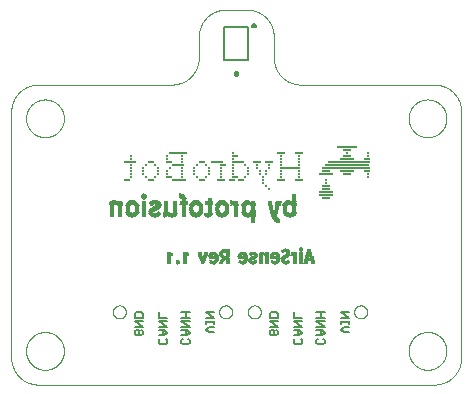
<source format=gbo>
G75*
%MOIN*%
%OFA0B0*%
%FSLAX25Y25*%
%IPPOS*%
%LPD*%
%AMOC8*
5,1,8,0,0,1.08239X$1,22.5*
%
%ADD10C,0.00000*%
%ADD11C,0.00500*%
%ADD12R,0.03000X0.01000*%
%ADD13R,0.05000X0.01000*%
%ADD14R,0.01000X0.01000*%
%ADD15R,0.02000X0.01000*%
%ADD16R,0.16000X0.01000*%
%ADD17R,0.07000X0.01000*%
%ADD18R,0.15000X0.01000*%
%ADD19R,0.04000X0.01000*%
%ADD20R,0.14000X0.01000*%
%ADD21R,0.06000X0.01000*%
%ADD22R,0.00140X0.00070*%
%ADD23R,0.00490X0.00070*%
%ADD24R,0.00700X0.00070*%
%ADD25R,0.01610X0.00070*%
%ADD26R,0.00910X0.00070*%
%ADD27R,0.01050X0.00070*%
%ADD28R,0.01610X0.00070*%
%ADD29R,0.01260X0.00070*%
%ADD30R,0.01400X0.00070*%
%ADD31R,0.01470X0.00070*%
%ADD32R,0.01680X0.00070*%
%ADD33R,0.01750X0.00070*%
%ADD34R,0.01820X0.00070*%
%ADD35R,0.01960X0.00070*%
%ADD36R,0.01960X0.00070*%
%ADD37R,0.02030X0.00070*%
%ADD38R,0.02170X0.00070*%
%ADD39R,0.02240X0.00070*%
%ADD40R,0.02240X0.00070*%
%ADD41R,0.02100X0.00070*%
%ADD42R,0.02030X0.00070*%
%ADD43R,0.01890X0.00070*%
%ADD44R,0.01750X0.00070*%
%ADD45R,0.01680X0.00070*%
%ADD46R,0.00770X0.00070*%
%ADD47R,0.01680X0.00070*%
%ADD48R,0.00210X0.00070*%
%ADD49R,0.01190X0.00070*%
%ADD50R,0.01330X0.00070*%
%ADD51R,0.01400X0.00070*%
%ADD52R,0.00420X0.00070*%
%ADD53R,0.01680X0.00070*%
%ADD54R,0.01540X0.00070*%
%ADD55R,0.01540X0.00070*%
%ADD56R,0.01610X0.00070*%
%ADD57R,0.00630X0.00070*%
%ADD58R,0.01820X0.00070*%
%ADD59R,0.02240X0.00070*%
%ADD60R,0.01610X0.00070*%
%ADD61R,0.01890X0.00070*%
%ADD62R,0.01890X0.00070*%
%ADD63R,0.00840X0.00070*%
%ADD64R,0.02170X0.00070*%
%ADD65R,0.01540X0.00070*%
%ADD66R,0.02590X0.00070*%
%ADD67R,0.01960X0.00070*%
%ADD68R,0.02310X0.00070*%
%ADD69R,0.02100X0.00070*%
%ADD70R,0.00910X0.00070*%
%ADD71R,0.02450X0.00070*%
%ADD72R,0.02310X0.00070*%
%ADD73R,0.02870X0.00070*%
%ADD74R,0.03780X0.00070*%
%ADD75R,0.02520X0.00070*%
%ADD76R,0.02520X0.00070*%
%ADD77R,0.02380X0.00070*%
%ADD78R,0.01050X0.00070*%
%ADD79R,0.02730X0.00070*%
%ADD80R,0.03080X0.00070*%
%ADD81R,0.03850X0.00070*%
%ADD82R,0.02310X0.00070*%
%ADD83R,0.02660X0.00070*%
%ADD84R,0.02590X0.00070*%
%ADD85R,0.01120X0.00070*%
%ADD86R,0.02940X0.00070*%
%ADD87R,0.03220X0.00070*%
%ADD88R,0.01820X0.00070*%
%ADD89R,0.03920X0.00070*%
%ADD90R,0.02870X0.00070*%
%ADD91R,0.02730X0.00070*%
%ADD92R,0.01260X0.00070*%
%ADD93R,0.03150X0.00070*%
%ADD94R,0.03430X0.00070*%
%ADD95R,0.01820X0.00070*%
%ADD96R,0.03990X0.00070*%
%ADD97R,0.03010X0.00070*%
%ADD98R,0.02310X0.00070*%
%ADD99R,0.02940X0.00070*%
%ADD100R,0.03360X0.00070*%
%ADD101R,0.03010X0.00070*%
%ADD102R,0.03640X0.00070*%
%ADD103R,0.04060X0.00070*%
%ADD104R,0.02380X0.00070*%
%ADD105R,0.04410X0.00070*%
%ADD106R,0.03500X0.00070*%
%ADD107R,0.03780X0.00070*%
%ADD108R,0.04130X0.00070*%
%ADD109R,0.03290X0.00070*%
%ADD110R,0.04550X0.00070*%
%ADD111R,0.03640X0.00070*%
%ADD112R,0.03290X0.00070*%
%ADD113R,0.03920X0.00070*%
%ADD114R,0.04200X0.00070*%
%ADD115R,0.02380X0.00070*%
%ADD116R,0.03710X0.00070*%
%ADD117R,0.03990X0.00070*%
%ADD118R,0.02030X0.00070*%
%ADD119R,0.04200X0.00070*%
%ADD120R,0.03570X0.00070*%
%ADD121R,0.02380X0.00070*%
%ADD122R,0.04620X0.00070*%
%ADD123R,0.03710X0.00070*%
%ADD124R,0.04060X0.00070*%
%ADD125R,0.04270X0.00070*%
%ADD126R,0.03640X0.00070*%
%ADD127R,0.02170X0.00070*%
%ADD128R,0.04340X0.00070*%
%ADD129R,0.03780X0.00070*%
%ADD130R,0.04480X0.00070*%
%ADD131R,0.03710X0.00070*%
%ADD132R,0.02170X0.00070*%
%ADD133R,0.04340X0.00070*%
%ADD134R,0.04410X0.00070*%
%ADD135R,0.04410X0.00070*%
%ADD136R,0.03920X0.00070*%
%ADD137R,0.04480X0.00070*%
%ADD138R,0.03710X0.00070*%
%ADD139R,0.03640X0.00070*%
%ADD140R,0.03990X0.00070*%
%ADD141R,0.04060X0.00070*%
%ADD142R,0.01330X0.00070*%
%ADD143R,0.00140X0.00070*%
%ADD144R,0.02240X0.00070*%
%ADD145R,0.02450X0.00070*%
%ADD146R,0.01960X0.00070*%
%ADD147R,0.02520X0.00070*%
%ADD148R,0.00560X0.00070*%
%ADD149R,0.00350X0.00070*%
%ADD150R,0.00140X0.00070*%
%ADD151R,0.01540X0.00070*%
%ADD152R,0.00070X0.00070*%
%ADD153R,0.02730X0.00070*%
%ADD154R,0.02870X0.00070*%
%ADD155R,0.01470X0.00070*%
%ADD156R,0.01470X0.00070*%
%ADD157R,0.02800X0.00070*%
%ADD158R,0.01470X0.00070*%
%ADD159R,0.03010X0.00070*%
%ADD160R,0.03080X0.00070*%
%ADD161R,0.02940X0.00070*%
%ADD162R,0.02870X0.00070*%
%ADD163R,0.02730X0.00070*%
%ADD164R,0.00280X0.00070*%
%ADD165R,0.00560X0.00070*%
%ADD166R,0.04480X0.00070*%
%ADD167R,0.01190X0.00070*%
%ADD168R,0.04480X0.00070*%
%ADD169R,0.03990X0.00070*%
%ADD170R,0.02800X0.00070*%
%ADD171R,0.03850X0.00070*%
%ADD172R,0.03920X0.00070*%
%ADD173R,0.04270X0.00070*%
%ADD174R,0.03570X0.00070*%
%ADD175R,0.03500X0.00070*%
%ADD176R,0.04340X0.00070*%
%ADD177R,0.04130X0.00070*%
%ADD178R,0.03430X0.00070*%
%ADD179R,0.03360X0.00070*%
%ADD180R,0.04340X0.00070*%
%ADD181R,0.03150X0.00070*%
%ADD182R,0.03360X0.00070*%
%ADD183R,0.03290X0.00070*%
%ADD184R,0.03010X0.00070*%
%ADD185R,0.02660X0.00070*%
%ADD186R,0.01120X0.00070*%
%ADD187R,0.00980X0.00070*%
%ADD188R,0.02030X0.00070*%
%ADD189R,0.00980X0.00070*%
%ADD190R,0.00630X0.00070*%
%ADD191R,0.01330X0.00070*%
%ADD192R,0.01120X0.00070*%
%ADD193R,0.00490X0.00070*%
%ADD194R,0.00280X0.00070*%
%ADD195R,0.00630X0.00070*%
%ADD196R,0.00840X0.00070*%
%ADD197R,0.00770X0.00070*%
%ADD198C,0.01600*%
%ADD199R,0.00360X0.00040*%
%ADD200R,0.00480X0.00040*%
%ADD201R,0.00440X0.00040*%
%ADD202R,0.00200X0.00040*%
%ADD203R,0.00800X0.00040*%
%ADD204R,0.00880X0.00040*%
%ADD205R,0.00840X0.00040*%
%ADD206R,0.00840X0.00040*%
%ADD207R,0.00520X0.00040*%
%ADD208R,0.01120X0.00040*%
%ADD209R,0.01120X0.00040*%
%ADD210R,0.00680X0.00040*%
%ADD211R,0.01200X0.00040*%
%ADD212R,0.01080X0.00040*%
%ADD213R,0.01280X0.00040*%
%ADD214R,0.01360X0.00040*%
%ADD215R,0.01320X0.00040*%
%ADD216R,0.00960X0.00040*%
%ADD217R,0.01080X0.00040*%
%ADD218R,0.01160X0.00040*%
%ADD219R,0.01520X0.00040*%
%ADD220R,0.01000X0.00040*%
%ADD221R,0.01520X0.00040*%
%ADD222R,0.00920X0.00040*%
%ADD223R,0.01160X0.00040*%
%ADD224R,0.01080X0.00040*%
%ADD225R,0.01120X0.00040*%
%ADD226R,0.01680X0.00040*%
%ADD227R,0.01120X0.00040*%
%ADD228R,0.01040X0.00040*%
%ADD229R,0.00840X0.00040*%
%ADD230R,0.01000X0.00040*%
%ADD231R,0.01080X0.00040*%
%ADD232R,0.01840X0.00040*%
%ADD233R,0.01840X0.00040*%
%ADD234R,0.01040X0.00040*%
%ADD235R,0.00920X0.00040*%
%ADD236R,0.01960X0.00040*%
%ADD237R,0.02000X0.00040*%
%ADD238R,0.01160X0.00040*%
%ADD239R,0.02120X0.00040*%
%ADD240R,0.02080X0.00040*%
%ADD241R,0.02200X0.00040*%
%ADD242R,0.02160X0.00040*%
%ADD243R,0.01240X0.00040*%
%ADD244R,0.01160X0.00040*%
%ADD245R,0.01200X0.00040*%
%ADD246R,0.02320X0.00040*%
%ADD247R,0.02320X0.00040*%
%ADD248R,0.02280X0.00040*%
%ADD249R,0.01280X0.00040*%
%ADD250R,0.02400X0.00040*%
%ADD251R,0.02360X0.00040*%
%ADD252R,0.01280X0.00040*%
%ADD253R,0.02480X0.00040*%
%ADD254R,0.02520X0.00040*%
%ADD255R,0.02480X0.00040*%
%ADD256R,0.01320X0.00040*%
%ADD257R,0.02600X0.00040*%
%ADD258R,0.02560X0.00040*%
%ADD259R,0.02640X0.00040*%
%ADD260R,0.02640X0.00040*%
%ADD261R,0.02600X0.00040*%
%ADD262R,0.01320X0.00040*%
%ADD263R,0.02640X0.00040*%
%ADD264R,0.01360X0.00040*%
%ADD265R,0.02640X0.00040*%
%ADD266R,0.02680X0.00040*%
%ADD267R,0.02680X0.00040*%
%ADD268R,0.02680X0.00040*%
%ADD269R,0.01320X0.00040*%
%ADD270R,0.01400X0.00040*%
%ADD271R,0.01440X0.00040*%
%ADD272R,0.01480X0.00040*%
%ADD273R,0.00760X0.00040*%
%ADD274R,0.00720X0.00040*%
%ADD275R,0.01240X0.00040*%
%ADD276R,0.01480X0.00040*%
%ADD277R,0.00800X0.00040*%
%ADD278R,0.00560X0.00040*%
%ADD279R,0.00600X0.00040*%
%ADD280R,0.01480X0.00040*%
%ADD281R,0.00440X0.00040*%
%ADD282R,0.00560X0.00040*%
%ADD283R,0.00320X0.00040*%
%ADD284R,0.00400X0.00040*%
%ADD285R,0.00320X0.00040*%
%ADD286R,0.01560X0.00040*%
%ADD287R,0.00880X0.00040*%
%ADD288R,0.03280X0.00040*%
%ADD289R,0.00480X0.00040*%
%ADD290R,0.00240X0.00040*%
%ADD291R,0.00240X0.00040*%
%ADD292R,0.01600X0.00040*%
%ADD293R,0.00760X0.00040*%
%ADD294R,0.03240X0.00040*%
%ADD295R,0.00360X0.00040*%
%ADD296R,0.00120X0.00040*%
%ADD297R,0.00200X0.00040*%
%ADD298R,0.00640X0.00040*%
%ADD299R,0.03200X0.00040*%
%ADD300R,0.00240X0.00040*%
%ADD301R,0.00080X0.00040*%
%ADD302R,0.00160X0.00040*%
%ADD303R,0.00040X0.00040*%
%ADD304R,0.01640X0.00040*%
%ADD305R,0.03200X0.00040*%
%ADD306R,0.00040X0.00040*%
%ADD307R,0.01680X0.00040*%
%ADD308R,0.00080X0.00040*%
%ADD309R,0.03120X0.00040*%
%ADD310R,0.01760X0.00040*%
%ADD311R,0.03120X0.00040*%
%ADD312R,0.01760X0.00040*%
%ADD313R,0.03080X0.00040*%
%ADD314R,0.03040X0.00040*%
%ADD315R,0.01920X0.00040*%
%ADD316R,0.03000X0.00040*%
%ADD317R,0.01280X0.00040*%
%ADD318R,0.01920X0.00040*%
%ADD319R,0.02960X0.00040*%
%ADD320R,0.01960X0.00040*%
%ADD321R,0.01800X0.00040*%
%ADD322R,0.02920X0.00040*%
%ADD323R,0.01880X0.00040*%
%ADD324R,0.02880X0.00040*%
%ADD325R,0.01040X0.00040*%
%ADD326R,0.02880X0.00040*%
%ADD327R,0.02000X0.00040*%
%ADD328R,0.02400X0.00040*%
%ADD329R,0.02040X0.00040*%
%ADD330R,0.02840X0.00040*%
%ADD331R,0.02800X0.00040*%
%ADD332R,0.02120X0.00040*%
%ADD333R,0.02320X0.00040*%
%ADD334R,0.03280X0.00040*%
%ADD335R,0.01560X0.00040*%
%ADD336R,0.03280X0.00040*%
%ADD337R,0.02160X0.00040*%
%ADD338R,0.02480X0.00040*%
%ADD339R,0.03280X0.00040*%
%ADD340R,0.01640X0.00040*%
%ADD341R,0.01680X0.00040*%
%ADD342R,0.02080X0.00040*%
%ADD343R,0.02760X0.00040*%
%ADD344R,0.02040X0.00040*%
%ADD345R,0.02840X0.00040*%
%ADD346R,0.01920X0.00040*%
%ADD347R,0.02880X0.00040*%
%ADD348R,0.01880X0.00040*%
%ADD349R,0.01800X0.00040*%
%ADD350R,0.03240X0.00040*%
%ADD351R,0.02920X0.00040*%
%ADD352R,0.01040X0.00040*%
%ADD353R,0.02960X0.00040*%
%ADD354R,0.03000X0.00040*%
%ADD355R,0.01960X0.00040*%
%ADD356R,0.01440X0.00040*%
%ADD357R,0.03040X0.00040*%
%ADD358R,0.01360X0.00040*%
%ADD359R,0.01840X0.00040*%
%ADD360R,0.00960X0.00040*%
%ADD361R,0.01840X0.00040*%
%ADD362R,0.00960X0.00040*%
%ADD363R,0.00720X0.00040*%
%ADD364R,0.01560X0.00040*%
%ADD365R,0.03120X0.00040*%
%ADD366R,0.00960X0.00040*%
%ADD367R,0.01400X0.00040*%
%ADD368R,0.01240X0.00040*%
%ADD369R,0.03120X0.00040*%
%ADD370R,0.02720X0.00040*%
%ADD371R,0.03080X0.00040*%
%ADD372R,0.02520X0.00040*%
%ADD373R,0.02480X0.00040*%
%ADD374R,0.03040X0.00040*%
%ADD375R,0.02440X0.00040*%
%ADD376R,0.03040X0.00040*%
%ADD377R,0.02440X0.00040*%
%ADD378R,0.02240X0.00040*%
%ADD379R,0.02240X0.00040*%
%ADD380R,0.02280X0.00040*%
%ADD381R,0.02160X0.00040*%
%ADD382R,0.01880X0.00040*%
%ADD383R,0.02960X0.00040*%
%ADD384R,0.02200X0.00040*%
%ADD385R,0.02040X0.00040*%
%ADD386R,0.01720X0.00040*%
%ADD387R,0.01720X0.00040*%
%ADD388R,0.01760X0.00040*%
%ADD389R,0.01760X0.00040*%
%ADD390R,0.00680X0.00040*%
%ADD391R,0.00080X0.00040*%
%ADD392R,0.01600X0.00040*%
%ADD393R,0.01480X0.00040*%
%ADD394R,0.00160X0.00040*%
%ADD395R,0.00280X0.00040*%
%ADD396R,0.00640X0.00040*%
%ADD397R,0.01520X0.00040*%
%ADD398R,0.02720X0.00040*%
%ADD399R,0.02760X0.00040*%
%ADD400R,0.02920X0.00040*%
%ADD401R,0.01440X0.00040*%
%ADD402R,0.01440X0.00040*%
%ADD403R,0.00880X0.00040*%
%ADD404R,0.02880X0.00040*%
%ADD405R,0.02360X0.00040*%
%ADD406R,0.00720X0.00040*%
D10*
X0014550Y0005550D02*
X0146550Y0005550D01*
X0146767Y0005553D01*
X0146985Y0005561D01*
X0147202Y0005574D01*
X0147419Y0005592D01*
X0147635Y0005616D01*
X0147850Y0005644D01*
X0148065Y0005678D01*
X0148279Y0005718D01*
X0148492Y0005762D01*
X0148704Y0005812D01*
X0148914Y0005866D01*
X0149124Y0005926D01*
X0149331Y0005990D01*
X0149537Y0006060D01*
X0149741Y0006135D01*
X0149944Y0006214D01*
X0150144Y0006299D01*
X0150343Y0006388D01*
X0150539Y0006482D01*
X0150733Y0006581D01*
X0150924Y0006684D01*
X0151113Y0006792D01*
X0151299Y0006905D01*
X0151482Y0007022D01*
X0151663Y0007143D01*
X0151840Y0007269D01*
X0152014Y0007399D01*
X0152186Y0007533D01*
X0152354Y0007671D01*
X0152518Y0007813D01*
X0152679Y0007960D01*
X0152837Y0008110D01*
X0152990Y0008263D01*
X0153140Y0008421D01*
X0153287Y0008582D01*
X0153429Y0008746D01*
X0153567Y0008914D01*
X0153701Y0009086D01*
X0153831Y0009260D01*
X0153957Y0009437D01*
X0154078Y0009618D01*
X0154195Y0009801D01*
X0154308Y0009987D01*
X0154416Y0010176D01*
X0154519Y0010367D01*
X0154618Y0010561D01*
X0154712Y0010757D01*
X0154801Y0010956D01*
X0154886Y0011156D01*
X0154965Y0011359D01*
X0155040Y0011563D01*
X0155110Y0011769D01*
X0155174Y0011976D01*
X0155234Y0012186D01*
X0155288Y0012396D01*
X0155338Y0012608D01*
X0155382Y0012821D01*
X0155422Y0013035D01*
X0155456Y0013250D01*
X0155484Y0013465D01*
X0155508Y0013681D01*
X0155526Y0013898D01*
X0155539Y0014115D01*
X0155547Y0014333D01*
X0155550Y0014550D01*
X0155550Y0096550D01*
X0155547Y0096767D01*
X0155539Y0096985D01*
X0155526Y0097202D01*
X0155508Y0097419D01*
X0155484Y0097635D01*
X0155456Y0097850D01*
X0155422Y0098065D01*
X0155382Y0098279D01*
X0155338Y0098492D01*
X0155288Y0098704D01*
X0155234Y0098914D01*
X0155174Y0099124D01*
X0155110Y0099331D01*
X0155040Y0099537D01*
X0154965Y0099741D01*
X0154886Y0099944D01*
X0154801Y0100144D01*
X0154712Y0100343D01*
X0154618Y0100539D01*
X0154519Y0100733D01*
X0154416Y0100924D01*
X0154308Y0101113D01*
X0154195Y0101299D01*
X0154078Y0101482D01*
X0153957Y0101663D01*
X0153831Y0101840D01*
X0153701Y0102014D01*
X0153567Y0102186D01*
X0153429Y0102354D01*
X0153287Y0102518D01*
X0153140Y0102679D01*
X0152990Y0102837D01*
X0152837Y0102990D01*
X0152679Y0103140D01*
X0152518Y0103287D01*
X0152354Y0103429D01*
X0152186Y0103567D01*
X0152014Y0103701D01*
X0151840Y0103831D01*
X0151663Y0103957D01*
X0151482Y0104078D01*
X0151299Y0104195D01*
X0151113Y0104308D01*
X0150924Y0104416D01*
X0150733Y0104519D01*
X0150539Y0104618D01*
X0150343Y0104712D01*
X0150144Y0104801D01*
X0149944Y0104886D01*
X0149741Y0104965D01*
X0149537Y0105040D01*
X0149331Y0105110D01*
X0149124Y0105174D01*
X0148914Y0105234D01*
X0148704Y0105288D01*
X0148492Y0105338D01*
X0148279Y0105382D01*
X0148065Y0105422D01*
X0147850Y0105456D01*
X0147635Y0105484D01*
X0147419Y0105508D01*
X0147202Y0105526D01*
X0146985Y0105539D01*
X0146767Y0105547D01*
X0146550Y0105550D01*
X0102050Y0105550D01*
X0101833Y0105553D01*
X0101615Y0105561D01*
X0101398Y0105574D01*
X0101181Y0105592D01*
X0100965Y0105616D01*
X0100750Y0105644D01*
X0100535Y0105678D01*
X0100321Y0105718D01*
X0100108Y0105762D01*
X0099896Y0105812D01*
X0099686Y0105866D01*
X0099476Y0105926D01*
X0099269Y0105990D01*
X0099063Y0106060D01*
X0098859Y0106135D01*
X0098656Y0106214D01*
X0098456Y0106299D01*
X0098257Y0106388D01*
X0098061Y0106482D01*
X0097867Y0106581D01*
X0097676Y0106684D01*
X0097487Y0106792D01*
X0097301Y0106905D01*
X0097118Y0107022D01*
X0096937Y0107143D01*
X0096760Y0107269D01*
X0096586Y0107399D01*
X0096414Y0107533D01*
X0096246Y0107671D01*
X0096082Y0107813D01*
X0095921Y0107960D01*
X0095763Y0108110D01*
X0095610Y0108263D01*
X0095460Y0108421D01*
X0095313Y0108582D01*
X0095171Y0108746D01*
X0095033Y0108914D01*
X0094899Y0109086D01*
X0094769Y0109260D01*
X0094643Y0109437D01*
X0094522Y0109618D01*
X0094405Y0109801D01*
X0094292Y0109987D01*
X0094184Y0110176D01*
X0094081Y0110367D01*
X0093982Y0110561D01*
X0093888Y0110757D01*
X0093799Y0110956D01*
X0093714Y0111156D01*
X0093635Y0111359D01*
X0093560Y0111563D01*
X0093490Y0111769D01*
X0093426Y0111976D01*
X0093366Y0112186D01*
X0093312Y0112396D01*
X0093262Y0112608D01*
X0093218Y0112821D01*
X0093178Y0113035D01*
X0093144Y0113250D01*
X0093116Y0113465D01*
X0093092Y0113681D01*
X0093074Y0113898D01*
X0093061Y0114115D01*
X0093053Y0114333D01*
X0093050Y0114550D01*
X0093050Y0121550D01*
X0093047Y0121767D01*
X0093039Y0121985D01*
X0093026Y0122202D01*
X0093008Y0122419D01*
X0092984Y0122635D01*
X0092956Y0122850D01*
X0092922Y0123065D01*
X0092882Y0123279D01*
X0092838Y0123492D01*
X0092788Y0123704D01*
X0092734Y0123914D01*
X0092674Y0124124D01*
X0092610Y0124331D01*
X0092540Y0124537D01*
X0092465Y0124741D01*
X0092386Y0124944D01*
X0092301Y0125144D01*
X0092212Y0125343D01*
X0092118Y0125539D01*
X0092019Y0125733D01*
X0091916Y0125924D01*
X0091808Y0126113D01*
X0091695Y0126299D01*
X0091578Y0126482D01*
X0091457Y0126663D01*
X0091331Y0126840D01*
X0091201Y0127014D01*
X0091067Y0127186D01*
X0090929Y0127354D01*
X0090787Y0127518D01*
X0090640Y0127679D01*
X0090490Y0127837D01*
X0090337Y0127990D01*
X0090179Y0128140D01*
X0090018Y0128287D01*
X0089854Y0128429D01*
X0089686Y0128567D01*
X0089514Y0128701D01*
X0089340Y0128831D01*
X0089163Y0128957D01*
X0088982Y0129078D01*
X0088799Y0129195D01*
X0088613Y0129308D01*
X0088424Y0129416D01*
X0088233Y0129519D01*
X0088039Y0129618D01*
X0087843Y0129712D01*
X0087644Y0129801D01*
X0087444Y0129886D01*
X0087241Y0129965D01*
X0087037Y0130040D01*
X0086831Y0130110D01*
X0086624Y0130174D01*
X0086414Y0130234D01*
X0086204Y0130288D01*
X0085992Y0130338D01*
X0085779Y0130382D01*
X0085565Y0130422D01*
X0085350Y0130456D01*
X0085135Y0130484D01*
X0084919Y0130508D01*
X0084702Y0130526D01*
X0084485Y0130539D01*
X0084267Y0130547D01*
X0084050Y0130550D01*
X0077050Y0130550D01*
X0076833Y0130547D01*
X0076615Y0130539D01*
X0076398Y0130526D01*
X0076181Y0130508D01*
X0075965Y0130484D01*
X0075750Y0130456D01*
X0075535Y0130422D01*
X0075321Y0130382D01*
X0075108Y0130338D01*
X0074896Y0130288D01*
X0074686Y0130234D01*
X0074476Y0130174D01*
X0074269Y0130110D01*
X0074063Y0130040D01*
X0073859Y0129965D01*
X0073656Y0129886D01*
X0073456Y0129801D01*
X0073257Y0129712D01*
X0073061Y0129618D01*
X0072867Y0129519D01*
X0072676Y0129416D01*
X0072487Y0129308D01*
X0072301Y0129195D01*
X0072118Y0129078D01*
X0071937Y0128957D01*
X0071760Y0128831D01*
X0071586Y0128701D01*
X0071414Y0128567D01*
X0071246Y0128429D01*
X0071082Y0128287D01*
X0070921Y0128140D01*
X0070763Y0127990D01*
X0070610Y0127837D01*
X0070460Y0127679D01*
X0070313Y0127518D01*
X0070171Y0127354D01*
X0070033Y0127186D01*
X0069899Y0127014D01*
X0069769Y0126840D01*
X0069643Y0126663D01*
X0069522Y0126482D01*
X0069405Y0126299D01*
X0069292Y0126113D01*
X0069184Y0125924D01*
X0069081Y0125733D01*
X0068982Y0125539D01*
X0068888Y0125343D01*
X0068799Y0125144D01*
X0068714Y0124944D01*
X0068635Y0124741D01*
X0068560Y0124537D01*
X0068490Y0124331D01*
X0068426Y0124124D01*
X0068366Y0123914D01*
X0068312Y0123704D01*
X0068262Y0123492D01*
X0068218Y0123279D01*
X0068178Y0123065D01*
X0068144Y0122850D01*
X0068116Y0122635D01*
X0068092Y0122419D01*
X0068074Y0122202D01*
X0068061Y0121985D01*
X0068053Y0121767D01*
X0068050Y0121550D01*
X0068050Y0114550D01*
X0068047Y0114333D01*
X0068039Y0114115D01*
X0068026Y0113898D01*
X0068008Y0113681D01*
X0067984Y0113465D01*
X0067956Y0113250D01*
X0067922Y0113035D01*
X0067882Y0112821D01*
X0067838Y0112608D01*
X0067788Y0112396D01*
X0067734Y0112186D01*
X0067674Y0111976D01*
X0067610Y0111769D01*
X0067540Y0111563D01*
X0067465Y0111359D01*
X0067386Y0111156D01*
X0067301Y0110956D01*
X0067212Y0110757D01*
X0067118Y0110561D01*
X0067019Y0110367D01*
X0066916Y0110176D01*
X0066808Y0109987D01*
X0066695Y0109801D01*
X0066578Y0109618D01*
X0066457Y0109437D01*
X0066331Y0109260D01*
X0066201Y0109086D01*
X0066067Y0108914D01*
X0065929Y0108746D01*
X0065787Y0108582D01*
X0065640Y0108421D01*
X0065490Y0108263D01*
X0065337Y0108110D01*
X0065179Y0107960D01*
X0065018Y0107813D01*
X0064854Y0107671D01*
X0064686Y0107533D01*
X0064514Y0107399D01*
X0064340Y0107269D01*
X0064163Y0107143D01*
X0063982Y0107022D01*
X0063799Y0106905D01*
X0063613Y0106792D01*
X0063424Y0106684D01*
X0063233Y0106581D01*
X0063039Y0106482D01*
X0062843Y0106388D01*
X0062644Y0106299D01*
X0062444Y0106214D01*
X0062241Y0106135D01*
X0062037Y0106060D01*
X0061831Y0105990D01*
X0061624Y0105926D01*
X0061414Y0105866D01*
X0061204Y0105812D01*
X0060992Y0105762D01*
X0060779Y0105718D01*
X0060565Y0105678D01*
X0060350Y0105644D01*
X0060135Y0105616D01*
X0059919Y0105592D01*
X0059702Y0105574D01*
X0059485Y0105561D01*
X0059267Y0105553D01*
X0059050Y0105550D01*
X0014550Y0105550D01*
X0014333Y0105547D01*
X0014115Y0105539D01*
X0013898Y0105526D01*
X0013681Y0105508D01*
X0013465Y0105484D01*
X0013250Y0105456D01*
X0013035Y0105422D01*
X0012821Y0105382D01*
X0012608Y0105338D01*
X0012396Y0105288D01*
X0012186Y0105234D01*
X0011976Y0105174D01*
X0011769Y0105110D01*
X0011563Y0105040D01*
X0011359Y0104965D01*
X0011156Y0104886D01*
X0010956Y0104801D01*
X0010757Y0104712D01*
X0010561Y0104618D01*
X0010367Y0104519D01*
X0010176Y0104416D01*
X0009987Y0104308D01*
X0009801Y0104195D01*
X0009618Y0104078D01*
X0009437Y0103957D01*
X0009260Y0103831D01*
X0009086Y0103701D01*
X0008914Y0103567D01*
X0008746Y0103429D01*
X0008582Y0103287D01*
X0008421Y0103140D01*
X0008263Y0102990D01*
X0008110Y0102837D01*
X0007960Y0102679D01*
X0007813Y0102518D01*
X0007671Y0102354D01*
X0007533Y0102186D01*
X0007399Y0102014D01*
X0007269Y0101840D01*
X0007143Y0101663D01*
X0007022Y0101482D01*
X0006905Y0101299D01*
X0006792Y0101113D01*
X0006684Y0100924D01*
X0006581Y0100733D01*
X0006482Y0100539D01*
X0006388Y0100343D01*
X0006299Y0100144D01*
X0006214Y0099944D01*
X0006135Y0099741D01*
X0006060Y0099537D01*
X0005990Y0099331D01*
X0005926Y0099124D01*
X0005866Y0098914D01*
X0005812Y0098704D01*
X0005762Y0098492D01*
X0005718Y0098279D01*
X0005678Y0098065D01*
X0005644Y0097850D01*
X0005616Y0097635D01*
X0005592Y0097419D01*
X0005574Y0097202D01*
X0005561Y0096985D01*
X0005553Y0096767D01*
X0005550Y0096550D01*
X0005550Y0014550D01*
X0005553Y0014333D01*
X0005561Y0014115D01*
X0005574Y0013898D01*
X0005592Y0013681D01*
X0005616Y0013465D01*
X0005644Y0013250D01*
X0005678Y0013035D01*
X0005718Y0012821D01*
X0005762Y0012608D01*
X0005812Y0012396D01*
X0005866Y0012186D01*
X0005926Y0011976D01*
X0005990Y0011769D01*
X0006060Y0011563D01*
X0006135Y0011359D01*
X0006214Y0011156D01*
X0006299Y0010956D01*
X0006388Y0010757D01*
X0006482Y0010561D01*
X0006581Y0010367D01*
X0006684Y0010176D01*
X0006792Y0009987D01*
X0006905Y0009801D01*
X0007022Y0009618D01*
X0007143Y0009437D01*
X0007269Y0009260D01*
X0007399Y0009086D01*
X0007533Y0008914D01*
X0007671Y0008746D01*
X0007813Y0008582D01*
X0007960Y0008421D01*
X0008110Y0008263D01*
X0008263Y0008110D01*
X0008421Y0007960D01*
X0008582Y0007813D01*
X0008746Y0007671D01*
X0008914Y0007533D01*
X0009086Y0007399D01*
X0009260Y0007269D01*
X0009437Y0007143D01*
X0009618Y0007022D01*
X0009801Y0006905D01*
X0009987Y0006792D01*
X0010176Y0006684D01*
X0010367Y0006581D01*
X0010561Y0006482D01*
X0010757Y0006388D01*
X0010956Y0006299D01*
X0011156Y0006214D01*
X0011359Y0006135D01*
X0011563Y0006060D01*
X0011769Y0005990D01*
X0011976Y0005926D01*
X0012186Y0005866D01*
X0012396Y0005812D01*
X0012608Y0005762D01*
X0012821Y0005718D01*
X0013035Y0005678D01*
X0013250Y0005644D01*
X0013465Y0005616D01*
X0013681Y0005592D01*
X0013898Y0005574D01*
X0014115Y0005561D01*
X0014333Y0005553D01*
X0014550Y0005550D01*
X0010501Y0016800D02*
X0010503Y0016958D01*
X0010509Y0017116D01*
X0010519Y0017274D01*
X0010533Y0017432D01*
X0010551Y0017589D01*
X0010572Y0017746D01*
X0010598Y0017902D01*
X0010628Y0018058D01*
X0010661Y0018213D01*
X0010699Y0018366D01*
X0010740Y0018519D01*
X0010785Y0018671D01*
X0010834Y0018822D01*
X0010887Y0018971D01*
X0010943Y0019119D01*
X0011003Y0019265D01*
X0011067Y0019410D01*
X0011135Y0019553D01*
X0011206Y0019695D01*
X0011280Y0019835D01*
X0011358Y0019972D01*
X0011440Y0020108D01*
X0011524Y0020242D01*
X0011613Y0020373D01*
X0011704Y0020502D01*
X0011799Y0020629D01*
X0011896Y0020754D01*
X0011997Y0020876D01*
X0012101Y0020995D01*
X0012208Y0021112D01*
X0012318Y0021226D01*
X0012431Y0021337D01*
X0012546Y0021446D01*
X0012664Y0021551D01*
X0012785Y0021653D01*
X0012908Y0021753D01*
X0013034Y0021849D01*
X0013162Y0021942D01*
X0013292Y0022032D01*
X0013425Y0022118D01*
X0013560Y0022202D01*
X0013696Y0022281D01*
X0013835Y0022358D01*
X0013976Y0022430D01*
X0014118Y0022500D01*
X0014262Y0022565D01*
X0014408Y0022627D01*
X0014555Y0022685D01*
X0014704Y0022740D01*
X0014854Y0022791D01*
X0015005Y0022838D01*
X0015157Y0022881D01*
X0015310Y0022920D01*
X0015465Y0022956D01*
X0015620Y0022987D01*
X0015776Y0023015D01*
X0015932Y0023039D01*
X0016089Y0023059D01*
X0016247Y0023075D01*
X0016404Y0023087D01*
X0016563Y0023095D01*
X0016721Y0023099D01*
X0016879Y0023099D01*
X0017037Y0023095D01*
X0017196Y0023087D01*
X0017353Y0023075D01*
X0017511Y0023059D01*
X0017668Y0023039D01*
X0017824Y0023015D01*
X0017980Y0022987D01*
X0018135Y0022956D01*
X0018290Y0022920D01*
X0018443Y0022881D01*
X0018595Y0022838D01*
X0018746Y0022791D01*
X0018896Y0022740D01*
X0019045Y0022685D01*
X0019192Y0022627D01*
X0019338Y0022565D01*
X0019482Y0022500D01*
X0019624Y0022430D01*
X0019765Y0022358D01*
X0019904Y0022281D01*
X0020040Y0022202D01*
X0020175Y0022118D01*
X0020308Y0022032D01*
X0020438Y0021942D01*
X0020566Y0021849D01*
X0020692Y0021753D01*
X0020815Y0021653D01*
X0020936Y0021551D01*
X0021054Y0021446D01*
X0021169Y0021337D01*
X0021282Y0021226D01*
X0021392Y0021112D01*
X0021499Y0020995D01*
X0021603Y0020876D01*
X0021704Y0020754D01*
X0021801Y0020629D01*
X0021896Y0020502D01*
X0021987Y0020373D01*
X0022076Y0020242D01*
X0022160Y0020108D01*
X0022242Y0019972D01*
X0022320Y0019835D01*
X0022394Y0019695D01*
X0022465Y0019553D01*
X0022533Y0019410D01*
X0022597Y0019265D01*
X0022657Y0019119D01*
X0022713Y0018971D01*
X0022766Y0018822D01*
X0022815Y0018671D01*
X0022860Y0018519D01*
X0022901Y0018366D01*
X0022939Y0018213D01*
X0022972Y0018058D01*
X0023002Y0017902D01*
X0023028Y0017746D01*
X0023049Y0017589D01*
X0023067Y0017432D01*
X0023081Y0017274D01*
X0023091Y0017116D01*
X0023097Y0016958D01*
X0023099Y0016800D01*
X0023097Y0016642D01*
X0023091Y0016484D01*
X0023081Y0016326D01*
X0023067Y0016168D01*
X0023049Y0016011D01*
X0023028Y0015854D01*
X0023002Y0015698D01*
X0022972Y0015542D01*
X0022939Y0015387D01*
X0022901Y0015234D01*
X0022860Y0015081D01*
X0022815Y0014929D01*
X0022766Y0014778D01*
X0022713Y0014629D01*
X0022657Y0014481D01*
X0022597Y0014335D01*
X0022533Y0014190D01*
X0022465Y0014047D01*
X0022394Y0013905D01*
X0022320Y0013765D01*
X0022242Y0013628D01*
X0022160Y0013492D01*
X0022076Y0013358D01*
X0021987Y0013227D01*
X0021896Y0013098D01*
X0021801Y0012971D01*
X0021704Y0012846D01*
X0021603Y0012724D01*
X0021499Y0012605D01*
X0021392Y0012488D01*
X0021282Y0012374D01*
X0021169Y0012263D01*
X0021054Y0012154D01*
X0020936Y0012049D01*
X0020815Y0011947D01*
X0020692Y0011847D01*
X0020566Y0011751D01*
X0020438Y0011658D01*
X0020308Y0011568D01*
X0020175Y0011482D01*
X0020040Y0011398D01*
X0019904Y0011319D01*
X0019765Y0011242D01*
X0019624Y0011170D01*
X0019482Y0011100D01*
X0019338Y0011035D01*
X0019192Y0010973D01*
X0019045Y0010915D01*
X0018896Y0010860D01*
X0018746Y0010809D01*
X0018595Y0010762D01*
X0018443Y0010719D01*
X0018290Y0010680D01*
X0018135Y0010644D01*
X0017980Y0010613D01*
X0017824Y0010585D01*
X0017668Y0010561D01*
X0017511Y0010541D01*
X0017353Y0010525D01*
X0017196Y0010513D01*
X0017037Y0010505D01*
X0016879Y0010501D01*
X0016721Y0010501D01*
X0016563Y0010505D01*
X0016404Y0010513D01*
X0016247Y0010525D01*
X0016089Y0010541D01*
X0015932Y0010561D01*
X0015776Y0010585D01*
X0015620Y0010613D01*
X0015465Y0010644D01*
X0015310Y0010680D01*
X0015157Y0010719D01*
X0015005Y0010762D01*
X0014854Y0010809D01*
X0014704Y0010860D01*
X0014555Y0010915D01*
X0014408Y0010973D01*
X0014262Y0011035D01*
X0014118Y0011100D01*
X0013976Y0011170D01*
X0013835Y0011242D01*
X0013696Y0011319D01*
X0013560Y0011398D01*
X0013425Y0011482D01*
X0013292Y0011568D01*
X0013162Y0011658D01*
X0013034Y0011751D01*
X0012908Y0011847D01*
X0012785Y0011947D01*
X0012664Y0012049D01*
X0012546Y0012154D01*
X0012431Y0012263D01*
X0012318Y0012374D01*
X0012208Y0012488D01*
X0012101Y0012605D01*
X0011997Y0012724D01*
X0011896Y0012846D01*
X0011799Y0012971D01*
X0011704Y0013098D01*
X0011613Y0013227D01*
X0011524Y0013358D01*
X0011440Y0013492D01*
X0011358Y0013628D01*
X0011280Y0013765D01*
X0011206Y0013905D01*
X0011135Y0014047D01*
X0011067Y0014190D01*
X0011003Y0014335D01*
X0010943Y0014481D01*
X0010887Y0014629D01*
X0010834Y0014778D01*
X0010785Y0014929D01*
X0010740Y0015081D01*
X0010699Y0015234D01*
X0010661Y0015387D01*
X0010628Y0015542D01*
X0010598Y0015698D01*
X0010572Y0015854D01*
X0010551Y0016011D01*
X0010533Y0016168D01*
X0010519Y0016326D01*
X0010509Y0016484D01*
X0010503Y0016642D01*
X0010501Y0016800D01*
X0039418Y0029782D02*
X0039420Y0029875D01*
X0039426Y0029967D01*
X0039436Y0030059D01*
X0039450Y0030150D01*
X0039467Y0030241D01*
X0039489Y0030331D01*
X0039514Y0030420D01*
X0039543Y0030508D01*
X0039576Y0030594D01*
X0039613Y0030679D01*
X0039653Y0030763D01*
X0039697Y0030844D01*
X0039744Y0030924D01*
X0039794Y0031002D01*
X0039848Y0031077D01*
X0039905Y0031150D01*
X0039965Y0031220D01*
X0040028Y0031288D01*
X0040094Y0031353D01*
X0040162Y0031415D01*
X0040233Y0031475D01*
X0040307Y0031531D01*
X0040383Y0031584D01*
X0040461Y0031633D01*
X0040541Y0031680D01*
X0040623Y0031722D01*
X0040707Y0031762D01*
X0040792Y0031797D01*
X0040879Y0031829D01*
X0040967Y0031858D01*
X0041056Y0031882D01*
X0041146Y0031903D01*
X0041237Y0031919D01*
X0041329Y0031932D01*
X0041421Y0031941D01*
X0041514Y0031946D01*
X0041606Y0031947D01*
X0041699Y0031944D01*
X0041791Y0031937D01*
X0041883Y0031926D01*
X0041974Y0031911D01*
X0042065Y0031893D01*
X0042155Y0031870D01*
X0042243Y0031844D01*
X0042331Y0031814D01*
X0042417Y0031780D01*
X0042501Y0031743D01*
X0042584Y0031701D01*
X0042665Y0031657D01*
X0042745Y0031609D01*
X0042822Y0031558D01*
X0042896Y0031503D01*
X0042969Y0031445D01*
X0043039Y0031385D01*
X0043106Y0031321D01*
X0043170Y0031255D01*
X0043232Y0031185D01*
X0043290Y0031114D01*
X0043345Y0031040D01*
X0043397Y0030963D01*
X0043446Y0030884D01*
X0043492Y0030804D01*
X0043534Y0030721D01*
X0043572Y0030637D01*
X0043607Y0030551D01*
X0043638Y0030464D01*
X0043665Y0030376D01*
X0043688Y0030286D01*
X0043708Y0030196D01*
X0043724Y0030105D01*
X0043736Y0030013D01*
X0043744Y0029921D01*
X0043748Y0029828D01*
X0043748Y0029736D01*
X0043744Y0029643D01*
X0043736Y0029551D01*
X0043724Y0029459D01*
X0043708Y0029368D01*
X0043688Y0029278D01*
X0043665Y0029188D01*
X0043638Y0029100D01*
X0043607Y0029013D01*
X0043572Y0028927D01*
X0043534Y0028843D01*
X0043492Y0028760D01*
X0043446Y0028680D01*
X0043397Y0028601D01*
X0043345Y0028524D01*
X0043290Y0028450D01*
X0043232Y0028379D01*
X0043170Y0028309D01*
X0043106Y0028243D01*
X0043039Y0028179D01*
X0042969Y0028119D01*
X0042896Y0028061D01*
X0042822Y0028006D01*
X0042745Y0027955D01*
X0042666Y0027907D01*
X0042584Y0027863D01*
X0042501Y0027821D01*
X0042417Y0027784D01*
X0042331Y0027750D01*
X0042243Y0027720D01*
X0042155Y0027694D01*
X0042065Y0027671D01*
X0041974Y0027653D01*
X0041883Y0027638D01*
X0041791Y0027627D01*
X0041699Y0027620D01*
X0041606Y0027617D01*
X0041514Y0027618D01*
X0041421Y0027623D01*
X0041329Y0027632D01*
X0041237Y0027645D01*
X0041146Y0027661D01*
X0041056Y0027682D01*
X0040967Y0027706D01*
X0040879Y0027735D01*
X0040792Y0027767D01*
X0040707Y0027802D01*
X0040623Y0027842D01*
X0040541Y0027884D01*
X0040461Y0027931D01*
X0040383Y0027980D01*
X0040307Y0028033D01*
X0040233Y0028089D01*
X0040162Y0028149D01*
X0040094Y0028211D01*
X0040028Y0028276D01*
X0039965Y0028344D01*
X0039905Y0028414D01*
X0039848Y0028487D01*
X0039794Y0028562D01*
X0039744Y0028640D01*
X0039697Y0028720D01*
X0039653Y0028801D01*
X0039613Y0028885D01*
X0039576Y0028970D01*
X0039543Y0029056D01*
X0039514Y0029144D01*
X0039489Y0029233D01*
X0039467Y0029323D01*
X0039450Y0029414D01*
X0039436Y0029505D01*
X0039426Y0029597D01*
X0039420Y0029689D01*
X0039418Y0029782D01*
X0074852Y0029782D02*
X0074854Y0029875D01*
X0074860Y0029967D01*
X0074870Y0030059D01*
X0074884Y0030150D01*
X0074901Y0030241D01*
X0074923Y0030331D01*
X0074948Y0030420D01*
X0074977Y0030508D01*
X0075010Y0030594D01*
X0075047Y0030679D01*
X0075087Y0030763D01*
X0075131Y0030844D01*
X0075178Y0030924D01*
X0075228Y0031002D01*
X0075282Y0031077D01*
X0075339Y0031150D01*
X0075399Y0031220D01*
X0075462Y0031288D01*
X0075528Y0031353D01*
X0075596Y0031415D01*
X0075667Y0031475D01*
X0075741Y0031531D01*
X0075817Y0031584D01*
X0075895Y0031633D01*
X0075975Y0031680D01*
X0076057Y0031722D01*
X0076141Y0031762D01*
X0076226Y0031797D01*
X0076313Y0031829D01*
X0076401Y0031858D01*
X0076490Y0031882D01*
X0076580Y0031903D01*
X0076671Y0031919D01*
X0076763Y0031932D01*
X0076855Y0031941D01*
X0076948Y0031946D01*
X0077040Y0031947D01*
X0077133Y0031944D01*
X0077225Y0031937D01*
X0077317Y0031926D01*
X0077408Y0031911D01*
X0077499Y0031893D01*
X0077589Y0031870D01*
X0077677Y0031844D01*
X0077765Y0031814D01*
X0077851Y0031780D01*
X0077935Y0031743D01*
X0078018Y0031701D01*
X0078099Y0031657D01*
X0078179Y0031609D01*
X0078256Y0031558D01*
X0078330Y0031503D01*
X0078403Y0031445D01*
X0078473Y0031385D01*
X0078540Y0031321D01*
X0078604Y0031255D01*
X0078666Y0031185D01*
X0078724Y0031114D01*
X0078779Y0031040D01*
X0078831Y0030963D01*
X0078880Y0030884D01*
X0078926Y0030804D01*
X0078968Y0030721D01*
X0079006Y0030637D01*
X0079041Y0030551D01*
X0079072Y0030464D01*
X0079099Y0030376D01*
X0079122Y0030286D01*
X0079142Y0030196D01*
X0079158Y0030105D01*
X0079170Y0030013D01*
X0079178Y0029921D01*
X0079182Y0029828D01*
X0079182Y0029736D01*
X0079178Y0029643D01*
X0079170Y0029551D01*
X0079158Y0029459D01*
X0079142Y0029368D01*
X0079122Y0029278D01*
X0079099Y0029188D01*
X0079072Y0029100D01*
X0079041Y0029013D01*
X0079006Y0028927D01*
X0078968Y0028843D01*
X0078926Y0028760D01*
X0078880Y0028680D01*
X0078831Y0028601D01*
X0078779Y0028524D01*
X0078724Y0028450D01*
X0078666Y0028379D01*
X0078604Y0028309D01*
X0078540Y0028243D01*
X0078473Y0028179D01*
X0078403Y0028119D01*
X0078330Y0028061D01*
X0078256Y0028006D01*
X0078179Y0027955D01*
X0078100Y0027907D01*
X0078018Y0027863D01*
X0077935Y0027821D01*
X0077851Y0027784D01*
X0077765Y0027750D01*
X0077677Y0027720D01*
X0077589Y0027694D01*
X0077499Y0027671D01*
X0077408Y0027653D01*
X0077317Y0027638D01*
X0077225Y0027627D01*
X0077133Y0027620D01*
X0077040Y0027617D01*
X0076948Y0027618D01*
X0076855Y0027623D01*
X0076763Y0027632D01*
X0076671Y0027645D01*
X0076580Y0027661D01*
X0076490Y0027682D01*
X0076401Y0027706D01*
X0076313Y0027735D01*
X0076226Y0027767D01*
X0076141Y0027802D01*
X0076057Y0027842D01*
X0075975Y0027884D01*
X0075895Y0027931D01*
X0075817Y0027980D01*
X0075741Y0028033D01*
X0075667Y0028089D01*
X0075596Y0028149D01*
X0075528Y0028211D01*
X0075462Y0028276D01*
X0075399Y0028344D01*
X0075339Y0028414D01*
X0075282Y0028487D01*
X0075228Y0028562D01*
X0075178Y0028640D01*
X0075131Y0028720D01*
X0075087Y0028801D01*
X0075047Y0028885D01*
X0075010Y0028970D01*
X0074977Y0029056D01*
X0074948Y0029144D01*
X0074923Y0029233D01*
X0074901Y0029323D01*
X0074884Y0029414D01*
X0074870Y0029505D01*
X0074860Y0029597D01*
X0074854Y0029689D01*
X0074852Y0029782D01*
X0084418Y0029782D02*
X0084420Y0029875D01*
X0084426Y0029967D01*
X0084436Y0030059D01*
X0084450Y0030150D01*
X0084467Y0030241D01*
X0084489Y0030331D01*
X0084514Y0030420D01*
X0084543Y0030508D01*
X0084576Y0030594D01*
X0084613Y0030679D01*
X0084653Y0030763D01*
X0084697Y0030844D01*
X0084744Y0030924D01*
X0084794Y0031002D01*
X0084848Y0031077D01*
X0084905Y0031150D01*
X0084965Y0031220D01*
X0085028Y0031288D01*
X0085094Y0031353D01*
X0085162Y0031415D01*
X0085233Y0031475D01*
X0085307Y0031531D01*
X0085383Y0031584D01*
X0085461Y0031633D01*
X0085541Y0031680D01*
X0085623Y0031722D01*
X0085707Y0031762D01*
X0085792Y0031797D01*
X0085879Y0031829D01*
X0085967Y0031858D01*
X0086056Y0031882D01*
X0086146Y0031903D01*
X0086237Y0031919D01*
X0086329Y0031932D01*
X0086421Y0031941D01*
X0086514Y0031946D01*
X0086606Y0031947D01*
X0086699Y0031944D01*
X0086791Y0031937D01*
X0086883Y0031926D01*
X0086974Y0031911D01*
X0087065Y0031893D01*
X0087155Y0031870D01*
X0087243Y0031844D01*
X0087331Y0031814D01*
X0087417Y0031780D01*
X0087501Y0031743D01*
X0087584Y0031701D01*
X0087665Y0031657D01*
X0087745Y0031609D01*
X0087822Y0031558D01*
X0087896Y0031503D01*
X0087969Y0031445D01*
X0088039Y0031385D01*
X0088106Y0031321D01*
X0088170Y0031255D01*
X0088232Y0031185D01*
X0088290Y0031114D01*
X0088345Y0031040D01*
X0088397Y0030963D01*
X0088446Y0030884D01*
X0088492Y0030804D01*
X0088534Y0030721D01*
X0088572Y0030637D01*
X0088607Y0030551D01*
X0088638Y0030464D01*
X0088665Y0030376D01*
X0088688Y0030286D01*
X0088708Y0030196D01*
X0088724Y0030105D01*
X0088736Y0030013D01*
X0088744Y0029921D01*
X0088748Y0029828D01*
X0088748Y0029736D01*
X0088744Y0029643D01*
X0088736Y0029551D01*
X0088724Y0029459D01*
X0088708Y0029368D01*
X0088688Y0029278D01*
X0088665Y0029188D01*
X0088638Y0029100D01*
X0088607Y0029013D01*
X0088572Y0028927D01*
X0088534Y0028843D01*
X0088492Y0028760D01*
X0088446Y0028680D01*
X0088397Y0028601D01*
X0088345Y0028524D01*
X0088290Y0028450D01*
X0088232Y0028379D01*
X0088170Y0028309D01*
X0088106Y0028243D01*
X0088039Y0028179D01*
X0087969Y0028119D01*
X0087896Y0028061D01*
X0087822Y0028006D01*
X0087745Y0027955D01*
X0087666Y0027907D01*
X0087584Y0027863D01*
X0087501Y0027821D01*
X0087417Y0027784D01*
X0087331Y0027750D01*
X0087243Y0027720D01*
X0087155Y0027694D01*
X0087065Y0027671D01*
X0086974Y0027653D01*
X0086883Y0027638D01*
X0086791Y0027627D01*
X0086699Y0027620D01*
X0086606Y0027617D01*
X0086514Y0027618D01*
X0086421Y0027623D01*
X0086329Y0027632D01*
X0086237Y0027645D01*
X0086146Y0027661D01*
X0086056Y0027682D01*
X0085967Y0027706D01*
X0085879Y0027735D01*
X0085792Y0027767D01*
X0085707Y0027802D01*
X0085623Y0027842D01*
X0085541Y0027884D01*
X0085461Y0027931D01*
X0085383Y0027980D01*
X0085307Y0028033D01*
X0085233Y0028089D01*
X0085162Y0028149D01*
X0085094Y0028211D01*
X0085028Y0028276D01*
X0084965Y0028344D01*
X0084905Y0028414D01*
X0084848Y0028487D01*
X0084794Y0028562D01*
X0084744Y0028640D01*
X0084697Y0028720D01*
X0084653Y0028801D01*
X0084613Y0028885D01*
X0084576Y0028970D01*
X0084543Y0029056D01*
X0084514Y0029144D01*
X0084489Y0029233D01*
X0084467Y0029323D01*
X0084450Y0029414D01*
X0084436Y0029505D01*
X0084426Y0029597D01*
X0084420Y0029689D01*
X0084418Y0029782D01*
X0119852Y0029782D02*
X0119854Y0029875D01*
X0119860Y0029967D01*
X0119870Y0030059D01*
X0119884Y0030150D01*
X0119901Y0030241D01*
X0119923Y0030331D01*
X0119948Y0030420D01*
X0119977Y0030508D01*
X0120010Y0030594D01*
X0120047Y0030679D01*
X0120087Y0030763D01*
X0120131Y0030844D01*
X0120178Y0030924D01*
X0120228Y0031002D01*
X0120282Y0031077D01*
X0120339Y0031150D01*
X0120399Y0031220D01*
X0120462Y0031288D01*
X0120528Y0031353D01*
X0120596Y0031415D01*
X0120667Y0031475D01*
X0120741Y0031531D01*
X0120817Y0031584D01*
X0120895Y0031633D01*
X0120975Y0031680D01*
X0121057Y0031722D01*
X0121141Y0031762D01*
X0121226Y0031797D01*
X0121313Y0031829D01*
X0121401Y0031858D01*
X0121490Y0031882D01*
X0121580Y0031903D01*
X0121671Y0031919D01*
X0121763Y0031932D01*
X0121855Y0031941D01*
X0121948Y0031946D01*
X0122040Y0031947D01*
X0122133Y0031944D01*
X0122225Y0031937D01*
X0122317Y0031926D01*
X0122408Y0031911D01*
X0122499Y0031893D01*
X0122589Y0031870D01*
X0122677Y0031844D01*
X0122765Y0031814D01*
X0122851Y0031780D01*
X0122935Y0031743D01*
X0123018Y0031701D01*
X0123099Y0031657D01*
X0123179Y0031609D01*
X0123256Y0031558D01*
X0123330Y0031503D01*
X0123403Y0031445D01*
X0123473Y0031385D01*
X0123540Y0031321D01*
X0123604Y0031255D01*
X0123666Y0031185D01*
X0123724Y0031114D01*
X0123779Y0031040D01*
X0123831Y0030963D01*
X0123880Y0030884D01*
X0123926Y0030804D01*
X0123968Y0030721D01*
X0124006Y0030637D01*
X0124041Y0030551D01*
X0124072Y0030464D01*
X0124099Y0030376D01*
X0124122Y0030286D01*
X0124142Y0030196D01*
X0124158Y0030105D01*
X0124170Y0030013D01*
X0124178Y0029921D01*
X0124182Y0029828D01*
X0124182Y0029736D01*
X0124178Y0029643D01*
X0124170Y0029551D01*
X0124158Y0029459D01*
X0124142Y0029368D01*
X0124122Y0029278D01*
X0124099Y0029188D01*
X0124072Y0029100D01*
X0124041Y0029013D01*
X0124006Y0028927D01*
X0123968Y0028843D01*
X0123926Y0028760D01*
X0123880Y0028680D01*
X0123831Y0028601D01*
X0123779Y0028524D01*
X0123724Y0028450D01*
X0123666Y0028379D01*
X0123604Y0028309D01*
X0123540Y0028243D01*
X0123473Y0028179D01*
X0123403Y0028119D01*
X0123330Y0028061D01*
X0123256Y0028006D01*
X0123179Y0027955D01*
X0123100Y0027907D01*
X0123018Y0027863D01*
X0122935Y0027821D01*
X0122851Y0027784D01*
X0122765Y0027750D01*
X0122677Y0027720D01*
X0122589Y0027694D01*
X0122499Y0027671D01*
X0122408Y0027653D01*
X0122317Y0027638D01*
X0122225Y0027627D01*
X0122133Y0027620D01*
X0122040Y0027617D01*
X0121948Y0027618D01*
X0121855Y0027623D01*
X0121763Y0027632D01*
X0121671Y0027645D01*
X0121580Y0027661D01*
X0121490Y0027682D01*
X0121401Y0027706D01*
X0121313Y0027735D01*
X0121226Y0027767D01*
X0121141Y0027802D01*
X0121057Y0027842D01*
X0120975Y0027884D01*
X0120895Y0027931D01*
X0120817Y0027980D01*
X0120741Y0028033D01*
X0120667Y0028089D01*
X0120596Y0028149D01*
X0120528Y0028211D01*
X0120462Y0028276D01*
X0120399Y0028344D01*
X0120339Y0028414D01*
X0120282Y0028487D01*
X0120228Y0028562D01*
X0120178Y0028640D01*
X0120131Y0028720D01*
X0120087Y0028801D01*
X0120047Y0028885D01*
X0120010Y0028970D01*
X0119977Y0029056D01*
X0119948Y0029144D01*
X0119923Y0029233D01*
X0119901Y0029323D01*
X0119884Y0029414D01*
X0119870Y0029505D01*
X0119860Y0029597D01*
X0119854Y0029689D01*
X0119852Y0029782D01*
X0138001Y0016800D02*
X0138003Y0016958D01*
X0138009Y0017116D01*
X0138019Y0017274D01*
X0138033Y0017432D01*
X0138051Y0017589D01*
X0138072Y0017746D01*
X0138098Y0017902D01*
X0138128Y0018058D01*
X0138161Y0018213D01*
X0138199Y0018366D01*
X0138240Y0018519D01*
X0138285Y0018671D01*
X0138334Y0018822D01*
X0138387Y0018971D01*
X0138443Y0019119D01*
X0138503Y0019265D01*
X0138567Y0019410D01*
X0138635Y0019553D01*
X0138706Y0019695D01*
X0138780Y0019835D01*
X0138858Y0019972D01*
X0138940Y0020108D01*
X0139024Y0020242D01*
X0139113Y0020373D01*
X0139204Y0020502D01*
X0139299Y0020629D01*
X0139396Y0020754D01*
X0139497Y0020876D01*
X0139601Y0020995D01*
X0139708Y0021112D01*
X0139818Y0021226D01*
X0139931Y0021337D01*
X0140046Y0021446D01*
X0140164Y0021551D01*
X0140285Y0021653D01*
X0140408Y0021753D01*
X0140534Y0021849D01*
X0140662Y0021942D01*
X0140792Y0022032D01*
X0140925Y0022118D01*
X0141060Y0022202D01*
X0141196Y0022281D01*
X0141335Y0022358D01*
X0141476Y0022430D01*
X0141618Y0022500D01*
X0141762Y0022565D01*
X0141908Y0022627D01*
X0142055Y0022685D01*
X0142204Y0022740D01*
X0142354Y0022791D01*
X0142505Y0022838D01*
X0142657Y0022881D01*
X0142810Y0022920D01*
X0142965Y0022956D01*
X0143120Y0022987D01*
X0143276Y0023015D01*
X0143432Y0023039D01*
X0143589Y0023059D01*
X0143747Y0023075D01*
X0143904Y0023087D01*
X0144063Y0023095D01*
X0144221Y0023099D01*
X0144379Y0023099D01*
X0144537Y0023095D01*
X0144696Y0023087D01*
X0144853Y0023075D01*
X0145011Y0023059D01*
X0145168Y0023039D01*
X0145324Y0023015D01*
X0145480Y0022987D01*
X0145635Y0022956D01*
X0145790Y0022920D01*
X0145943Y0022881D01*
X0146095Y0022838D01*
X0146246Y0022791D01*
X0146396Y0022740D01*
X0146545Y0022685D01*
X0146692Y0022627D01*
X0146838Y0022565D01*
X0146982Y0022500D01*
X0147124Y0022430D01*
X0147265Y0022358D01*
X0147404Y0022281D01*
X0147540Y0022202D01*
X0147675Y0022118D01*
X0147808Y0022032D01*
X0147938Y0021942D01*
X0148066Y0021849D01*
X0148192Y0021753D01*
X0148315Y0021653D01*
X0148436Y0021551D01*
X0148554Y0021446D01*
X0148669Y0021337D01*
X0148782Y0021226D01*
X0148892Y0021112D01*
X0148999Y0020995D01*
X0149103Y0020876D01*
X0149204Y0020754D01*
X0149301Y0020629D01*
X0149396Y0020502D01*
X0149487Y0020373D01*
X0149576Y0020242D01*
X0149660Y0020108D01*
X0149742Y0019972D01*
X0149820Y0019835D01*
X0149894Y0019695D01*
X0149965Y0019553D01*
X0150033Y0019410D01*
X0150097Y0019265D01*
X0150157Y0019119D01*
X0150213Y0018971D01*
X0150266Y0018822D01*
X0150315Y0018671D01*
X0150360Y0018519D01*
X0150401Y0018366D01*
X0150439Y0018213D01*
X0150472Y0018058D01*
X0150502Y0017902D01*
X0150528Y0017746D01*
X0150549Y0017589D01*
X0150567Y0017432D01*
X0150581Y0017274D01*
X0150591Y0017116D01*
X0150597Y0016958D01*
X0150599Y0016800D01*
X0150597Y0016642D01*
X0150591Y0016484D01*
X0150581Y0016326D01*
X0150567Y0016168D01*
X0150549Y0016011D01*
X0150528Y0015854D01*
X0150502Y0015698D01*
X0150472Y0015542D01*
X0150439Y0015387D01*
X0150401Y0015234D01*
X0150360Y0015081D01*
X0150315Y0014929D01*
X0150266Y0014778D01*
X0150213Y0014629D01*
X0150157Y0014481D01*
X0150097Y0014335D01*
X0150033Y0014190D01*
X0149965Y0014047D01*
X0149894Y0013905D01*
X0149820Y0013765D01*
X0149742Y0013628D01*
X0149660Y0013492D01*
X0149576Y0013358D01*
X0149487Y0013227D01*
X0149396Y0013098D01*
X0149301Y0012971D01*
X0149204Y0012846D01*
X0149103Y0012724D01*
X0148999Y0012605D01*
X0148892Y0012488D01*
X0148782Y0012374D01*
X0148669Y0012263D01*
X0148554Y0012154D01*
X0148436Y0012049D01*
X0148315Y0011947D01*
X0148192Y0011847D01*
X0148066Y0011751D01*
X0147938Y0011658D01*
X0147808Y0011568D01*
X0147675Y0011482D01*
X0147540Y0011398D01*
X0147404Y0011319D01*
X0147265Y0011242D01*
X0147124Y0011170D01*
X0146982Y0011100D01*
X0146838Y0011035D01*
X0146692Y0010973D01*
X0146545Y0010915D01*
X0146396Y0010860D01*
X0146246Y0010809D01*
X0146095Y0010762D01*
X0145943Y0010719D01*
X0145790Y0010680D01*
X0145635Y0010644D01*
X0145480Y0010613D01*
X0145324Y0010585D01*
X0145168Y0010561D01*
X0145011Y0010541D01*
X0144853Y0010525D01*
X0144696Y0010513D01*
X0144537Y0010505D01*
X0144379Y0010501D01*
X0144221Y0010501D01*
X0144063Y0010505D01*
X0143904Y0010513D01*
X0143747Y0010525D01*
X0143589Y0010541D01*
X0143432Y0010561D01*
X0143276Y0010585D01*
X0143120Y0010613D01*
X0142965Y0010644D01*
X0142810Y0010680D01*
X0142657Y0010719D01*
X0142505Y0010762D01*
X0142354Y0010809D01*
X0142204Y0010860D01*
X0142055Y0010915D01*
X0141908Y0010973D01*
X0141762Y0011035D01*
X0141618Y0011100D01*
X0141476Y0011170D01*
X0141335Y0011242D01*
X0141196Y0011319D01*
X0141060Y0011398D01*
X0140925Y0011482D01*
X0140792Y0011568D01*
X0140662Y0011658D01*
X0140534Y0011751D01*
X0140408Y0011847D01*
X0140285Y0011947D01*
X0140164Y0012049D01*
X0140046Y0012154D01*
X0139931Y0012263D01*
X0139818Y0012374D01*
X0139708Y0012488D01*
X0139601Y0012605D01*
X0139497Y0012724D01*
X0139396Y0012846D01*
X0139299Y0012971D01*
X0139204Y0013098D01*
X0139113Y0013227D01*
X0139024Y0013358D01*
X0138940Y0013492D01*
X0138858Y0013628D01*
X0138780Y0013765D01*
X0138706Y0013905D01*
X0138635Y0014047D01*
X0138567Y0014190D01*
X0138503Y0014335D01*
X0138443Y0014481D01*
X0138387Y0014629D01*
X0138334Y0014778D01*
X0138285Y0014929D01*
X0138240Y0015081D01*
X0138199Y0015234D01*
X0138161Y0015387D01*
X0138128Y0015542D01*
X0138098Y0015698D01*
X0138072Y0015854D01*
X0138051Y0016011D01*
X0138033Y0016168D01*
X0138019Y0016326D01*
X0138009Y0016484D01*
X0138003Y0016642D01*
X0138001Y0016800D01*
X0138001Y0094300D02*
X0138003Y0094458D01*
X0138009Y0094616D01*
X0138019Y0094774D01*
X0138033Y0094932D01*
X0138051Y0095089D01*
X0138072Y0095246D01*
X0138098Y0095402D01*
X0138128Y0095558D01*
X0138161Y0095713D01*
X0138199Y0095866D01*
X0138240Y0096019D01*
X0138285Y0096171D01*
X0138334Y0096322D01*
X0138387Y0096471D01*
X0138443Y0096619D01*
X0138503Y0096765D01*
X0138567Y0096910D01*
X0138635Y0097053D01*
X0138706Y0097195D01*
X0138780Y0097335D01*
X0138858Y0097472D01*
X0138940Y0097608D01*
X0139024Y0097742D01*
X0139113Y0097873D01*
X0139204Y0098002D01*
X0139299Y0098129D01*
X0139396Y0098254D01*
X0139497Y0098376D01*
X0139601Y0098495D01*
X0139708Y0098612D01*
X0139818Y0098726D01*
X0139931Y0098837D01*
X0140046Y0098946D01*
X0140164Y0099051D01*
X0140285Y0099153D01*
X0140408Y0099253D01*
X0140534Y0099349D01*
X0140662Y0099442D01*
X0140792Y0099532D01*
X0140925Y0099618D01*
X0141060Y0099702D01*
X0141196Y0099781D01*
X0141335Y0099858D01*
X0141476Y0099930D01*
X0141618Y0100000D01*
X0141762Y0100065D01*
X0141908Y0100127D01*
X0142055Y0100185D01*
X0142204Y0100240D01*
X0142354Y0100291D01*
X0142505Y0100338D01*
X0142657Y0100381D01*
X0142810Y0100420D01*
X0142965Y0100456D01*
X0143120Y0100487D01*
X0143276Y0100515D01*
X0143432Y0100539D01*
X0143589Y0100559D01*
X0143747Y0100575D01*
X0143904Y0100587D01*
X0144063Y0100595D01*
X0144221Y0100599D01*
X0144379Y0100599D01*
X0144537Y0100595D01*
X0144696Y0100587D01*
X0144853Y0100575D01*
X0145011Y0100559D01*
X0145168Y0100539D01*
X0145324Y0100515D01*
X0145480Y0100487D01*
X0145635Y0100456D01*
X0145790Y0100420D01*
X0145943Y0100381D01*
X0146095Y0100338D01*
X0146246Y0100291D01*
X0146396Y0100240D01*
X0146545Y0100185D01*
X0146692Y0100127D01*
X0146838Y0100065D01*
X0146982Y0100000D01*
X0147124Y0099930D01*
X0147265Y0099858D01*
X0147404Y0099781D01*
X0147540Y0099702D01*
X0147675Y0099618D01*
X0147808Y0099532D01*
X0147938Y0099442D01*
X0148066Y0099349D01*
X0148192Y0099253D01*
X0148315Y0099153D01*
X0148436Y0099051D01*
X0148554Y0098946D01*
X0148669Y0098837D01*
X0148782Y0098726D01*
X0148892Y0098612D01*
X0148999Y0098495D01*
X0149103Y0098376D01*
X0149204Y0098254D01*
X0149301Y0098129D01*
X0149396Y0098002D01*
X0149487Y0097873D01*
X0149576Y0097742D01*
X0149660Y0097608D01*
X0149742Y0097472D01*
X0149820Y0097335D01*
X0149894Y0097195D01*
X0149965Y0097053D01*
X0150033Y0096910D01*
X0150097Y0096765D01*
X0150157Y0096619D01*
X0150213Y0096471D01*
X0150266Y0096322D01*
X0150315Y0096171D01*
X0150360Y0096019D01*
X0150401Y0095866D01*
X0150439Y0095713D01*
X0150472Y0095558D01*
X0150502Y0095402D01*
X0150528Y0095246D01*
X0150549Y0095089D01*
X0150567Y0094932D01*
X0150581Y0094774D01*
X0150591Y0094616D01*
X0150597Y0094458D01*
X0150599Y0094300D01*
X0150597Y0094142D01*
X0150591Y0093984D01*
X0150581Y0093826D01*
X0150567Y0093668D01*
X0150549Y0093511D01*
X0150528Y0093354D01*
X0150502Y0093198D01*
X0150472Y0093042D01*
X0150439Y0092887D01*
X0150401Y0092734D01*
X0150360Y0092581D01*
X0150315Y0092429D01*
X0150266Y0092278D01*
X0150213Y0092129D01*
X0150157Y0091981D01*
X0150097Y0091835D01*
X0150033Y0091690D01*
X0149965Y0091547D01*
X0149894Y0091405D01*
X0149820Y0091265D01*
X0149742Y0091128D01*
X0149660Y0090992D01*
X0149576Y0090858D01*
X0149487Y0090727D01*
X0149396Y0090598D01*
X0149301Y0090471D01*
X0149204Y0090346D01*
X0149103Y0090224D01*
X0148999Y0090105D01*
X0148892Y0089988D01*
X0148782Y0089874D01*
X0148669Y0089763D01*
X0148554Y0089654D01*
X0148436Y0089549D01*
X0148315Y0089447D01*
X0148192Y0089347D01*
X0148066Y0089251D01*
X0147938Y0089158D01*
X0147808Y0089068D01*
X0147675Y0088982D01*
X0147540Y0088898D01*
X0147404Y0088819D01*
X0147265Y0088742D01*
X0147124Y0088670D01*
X0146982Y0088600D01*
X0146838Y0088535D01*
X0146692Y0088473D01*
X0146545Y0088415D01*
X0146396Y0088360D01*
X0146246Y0088309D01*
X0146095Y0088262D01*
X0145943Y0088219D01*
X0145790Y0088180D01*
X0145635Y0088144D01*
X0145480Y0088113D01*
X0145324Y0088085D01*
X0145168Y0088061D01*
X0145011Y0088041D01*
X0144853Y0088025D01*
X0144696Y0088013D01*
X0144537Y0088005D01*
X0144379Y0088001D01*
X0144221Y0088001D01*
X0144063Y0088005D01*
X0143904Y0088013D01*
X0143747Y0088025D01*
X0143589Y0088041D01*
X0143432Y0088061D01*
X0143276Y0088085D01*
X0143120Y0088113D01*
X0142965Y0088144D01*
X0142810Y0088180D01*
X0142657Y0088219D01*
X0142505Y0088262D01*
X0142354Y0088309D01*
X0142204Y0088360D01*
X0142055Y0088415D01*
X0141908Y0088473D01*
X0141762Y0088535D01*
X0141618Y0088600D01*
X0141476Y0088670D01*
X0141335Y0088742D01*
X0141196Y0088819D01*
X0141060Y0088898D01*
X0140925Y0088982D01*
X0140792Y0089068D01*
X0140662Y0089158D01*
X0140534Y0089251D01*
X0140408Y0089347D01*
X0140285Y0089447D01*
X0140164Y0089549D01*
X0140046Y0089654D01*
X0139931Y0089763D01*
X0139818Y0089874D01*
X0139708Y0089988D01*
X0139601Y0090105D01*
X0139497Y0090224D01*
X0139396Y0090346D01*
X0139299Y0090471D01*
X0139204Y0090598D01*
X0139113Y0090727D01*
X0139024Y0090858D01*
X0138940Y0090992D01*
X0138858Y0091128D01*
X0138780Y0091265D01*
X0138706Y0091405D01*
X0138635Y0091547D01*
X0138567Y0091690D01*
X0138503Y0091835D01*
X0138443Y0091981D01*
X0138387Y0092129D01*
X0138334Y0092278D01*
X0138285Y0092429D01*
X0138240Y0092581D01*
X0138199Y0092734D01*
X0138161Y0092887D01*
X0138128Y0093042D01*
X0138098Y0093198D01*
X0138072Y0093354D01*
X0138051Y0093511D01*
X0138033Y0093668D01*
X0138019Y0093826D01*
X0138009Y0093984D01*
X0138003Y0094142D01*
X0138001Y0094300D01*
X0010501Y0094300D02*
X0010503Y0094458D01*
X0010509Y0094616D01*
X0010519Y0094774D01*
X0010533Y0094932D01*
X0010551Y0095089D01*
X0010572Y0095246D01*
X0010598Y0095402D01*
X0010628Y0095558D01*
X0010661Y0095713D01*
X0010699Y0095866D01*
X0010740Y0096019D01*
X0010785Y0096171D01*
X0010834Y0096322D01*
X0010887Y0096471D01*
X0010943Y0096619D01*
X0011003Y0096765D01*
X0011067Y0096910D01*
X0011135Y0097053D01*
X0011206Y0097195D01*
X0011280Y0097335D01*
X0011358Y0097472D01*
X0011440Y0097608D01*
X0011524Y0097742D01*
X0011613Y0097873D01*
X0011704Y0098002D01*
X0011799Y0098129D01*
X0011896Y0098254D01*
X0011997Y0098376D01*
X0012101Y0098495D01*
X0012208Y0098612D01*
X0012318Y0098726D01*
X0012431Y0098837D01*
X0012546Y0098946D01*
X0012664Y0099051D01*
X0012785Y0099153D01*
X0012908Y0099253D01*
X0013034Y0099349D01*
X0013162Y0099442D01*
X0013292Y0099532D01*
X0013425Y0099618D01*
X0013560Y0099702D01*
X0013696Y0099781D01*
X0013835Y0099858D01*
X0013976Y0099930D01*
X0014118Y0100000D01*
X0014262Y0100065D01*
X0014408Y0100127D01*
X0014555Y0100185D01*
X0014704Y0100240D01*
X0014854Y0100291D01*
X0015005Y0100338D01*
X0015157Y0100381D01*
X0015310Y0100420D01*
X0015465Y0100456D01*
X0015620Y0100487D01*
X0015776Y0100515D01*
X0015932Y0100539D01*
X0016089Y0100559D01*
X0016247Y0100575D01*
X0016404Y0100587D01*
X0016563Y0100595D01*
X0016721Y0100599D01*
X0016879Y0100599D01*
X0017037Y0100595D01*
X0017196Y0100587D01*
X0017353Y0100575D01*
X0017511Y0100559D01*
X0017668Y0100539D01*
X0017824Y0100515D01*
X0017980Y0100487D01*
X0018135Y0100456D01*
X0018290Y0100420D01*
X0018443Y0100381D01*
X0018595Y0100338D01*
X0018746Y0100291D01*
X0018896Y0100240D01*
X0019045Y0100185D01*
X0019192Y0100127D01*
X0019338Y0100065D01*
X0019482Y0100000D01*
X0019624Y0099930D01*
X0019765Y0099858D01*
X0019904Y0099781D01*
X0020040Y0099702D01*
X0020175Y0099618D01*
X0020308Y0099532D01*
X0020438Y0099442D01*
X0020566Y0099349D01*
X0020692Y0099253D01*
X0020815Y0099153D01*
X0020936Y0099051D01*
X0021054Y0098946D01*
X0021169Y0098837D01*
X0021282Y0098726D01*
X0021392Y0098612D01*
X0021499Y0098495D01*
X0021603Y0098376D01*
X0021704Y0098254D01*
X0021801Y0098129D01*
X0021896Y0098002D01*
X0021987Y0097873D01*
X0022076Y0097742D01*
X0022160Y0097608D01*
X0022242Y0097472D01*
X0022320Y0097335D01*
X0022394Y0097195D01*
X0022465Y0097053D01*
X0022533Y0096910D01*
X0022597Y0096765D01*
X0022657Y0096619D01*
X0022713Y0096471D01*
X0022766Y0096322D01*
X0022815Y0096171D01*
X0022860Y0096019D01*
X0022901Y0095866D01*
X0022939Y0095713D01*
X0022972Y0095558D01*
X0023002Y0095402D01*
X0023028Y0095246D01*
X0023049Y0095089D01*
X0023067Y0094932D01*
X0023081Y0094774D01*
X0023091Y0094616D01*
X0023097Y0094458D01*
X0023099Y0094300D01*
X0023097Y0094142D01*
X0023091Y0093984D01*
X0023081Y0093826D01*
X0023067Y0093668D01*
X0023049Y0093511D01*
X0023028Y0093354D01*
X0023002Y0093198D01*
X0022972Y0093042D01*
X0022939Y0092887D01*
X0022901Y0092734D01*
X0022860Y0092581D01*
X0022815Y0092429D01*
X0022766Y0092278D01*
X0022713Y0092129D01*
X0022657Y0091981D01*
X0022597Y0091835D01*
X0022533Y0091690D01*
X0022465Y0091547D01*
X0022394Y0091405D01*
X0022320Y0091265D01*
X0022242Y0091128D01*
X0022160Y0090992D01*
X0022076Y0090858D01*
X0021987Y0090727D01*
X0021896Y0090598D01*
X0021801Y0090471D01*
X0021704Y0090346D01*
X0021603Y0090224D01*
X0021499Y0090105D01*
X0021392Y0089988D01*
X0021282Y0089874D01*
X0021169Y0089763D01*
X0021054Y0089654D01*
X0020936Y0089549D01*
X0020815Y0089447D01*
X0020692Y0089347D01*
X0020566Y0089251D01*
X0020438Y0089158D01*
X0020308Y0089068D01*
X0020175Y0088982D01*
X0020040Y0088898D01*
X0019904Y0088819D01*
X0019765Y0088742D01*
X0019624Y0088670D01*
X0019482Y0088600D01*
X0019338Y0088535D01*
X0019192Y0088473D01*
X0019045Y0088415D01*
X0018896Y0088360D01*
X0018746Y0088309D01*
X0018595Y0088262D01*
X0018443Y0088219D01*
X0018290Y0088180D01*
X0018135Y0088144D01*
X0017980Y0088113D01*
X0017824Y0088085D01*
X0017668Y0088061D01*
X0017511Y0088041D01*
X0017353Y0088025D01*
X0017196Y0088013D01*
X0017037Y0088005D01*
X0016879Y0088001D01*
X0016721Y0088001D01*
X0016563Y0088005D01*
X0016404Y0088013D01*
X0016247Y0088025D01*
X0016089Y0088041D01*
X0015932Y0088061D01*
X0015776Y0088085D01*
X0015620Y0088113D01*
X0015465Y0088144D01*
X0015310Y0088180D01*
X0015157Y0088219D01*
X0015005Y0088262D01*
X0014854Y0088309D01*
X0014704Y0088360D01*
X0014555Y0088415D01*
X0014408Y0088473D01*
X0014262Y0088535D01*
X0014118Y0088600D01*
X0013976Y0088670D01*
X0013835Y0088742D01*
X0013696Y0088819D01*
X0013560Y0088898D01*
X0013425Y0088982D01*
X0013292Y0089068D01*
X0013162Y0089158D01*
X0013034Y0089251D01*
X0012908Y0089347D01*
X0012785Y0089447D01*
X0012664Y0089549D01*
X0012546Y0089654D01*
X0012431Y0089763D01*
X0012318Y0089874D01*
X0012208Y0089988D01*
X0012101Y0090105D01*
X0011997Y0090224D01*
X0011896Y0090346D01*
X0011799Y0090471D01*
X0011704Y0090598D01*
X0011613Y0090727D01*
X0011524Y0090858D01*
X0011440Y0090992D01*
X0011358Y0091128D01*
X0011280Y0091265D01*
X0011206Y0091405D01*
X0011135Y0091547D01*
X0011067Y0091690D01*
X0011003Y0091835D01*
X0010943Y0091981D01*
X0010887Y0092129D01*
X0010834Y0092278D01*
X0010785Y0092429D01*
X0010740Y0092581D01*
X0010699Y0092734D01*
X0010661Y0092887D01*
X0010628Y0093042D01*
X0010598Y0093198D01*
X0010572Y0093354D01*
X0010551Y0093511D01*
X0010533Y0093668D01*
X0010519Y0093826D01*
X0010509Y0093984D01*
X0010503Y0094142D01*
X0010501Y0094300D01*
D11*
X0076613Y0113788D02*
X0084487Y0113788D01*
X0084487Y0124812D01*
X0076613Y0124812D01*
X0076613Y0113788D01*
X0085865Y0125206D02*
X0085867Y0125254D01*
X0085873Y0125302D01*
X0085883Y0125349D01*
X0085896Y0125395D01*
X0085914Y0125440D01*
X0085934Y0125484D01*
X0085959Y0125526D01*
X0085987Y0125565D01*
X0086017Y0125602D01*
X0086051Y0125636D01*
X0086088Y0125668D01*
X0086126Y0125697D01*
X0086167Y0125722D01*
X0086210Y0125744D01*
X0086255Y0125762D01*
X0086301Y0125776D01*
X0086348Y0125787D01*
X0086396Y0125794D01*
X0086444Y0125797D01*
X0086492Y0125796D01*
X0086540Y0125791D01*
X0086588Y0125782D01*
X0086634Y0125770D01*
X0086679Y0125753D01*
X0086723Y0125733D01*
X0086765Y0125710D01*
X0086805Y0125683D01*
X0086843Y0125653D01*
X0086878Y0125620D01*
X0086910Y0125584D01*
X0086940Y0125546D01*
X0086966Y0125505D01*
X0086988Y0125462D01*
X0087008Y0125418D01*
X0087023Y0125373D01*
X0087035Y0125326D01*
X0087043Y0125278D01*
X0087047Y0125230D01*
X0087047Y0125182D01*
X0087043Y0125134D01*
X0087035Y0125086D01*
X0087023Y0125039D01*
X0087008Y0124994D01*
X0086988Y0124950D01*
X0086966Y0124907D01*
X0086940Y0124866D01*
X0086910Y0124828D01*
X0086878Y0124792D01*
X0086843Y0124759D01*
X0086805Y0124729D01*
X0086765Y0124702D01*
X0086723Y0124679D01*
X0086679Y0124659D01*
X0086634Y0124642D01*
X0086588Y0124630D01*
X0086540Y0124621D01*
X0086492Y0124616D01*
X0086444Y0124615D01*
X0086396Y0124618D01*
X0086348Y0124625D01*
X0086301Y0124636D01*
X0086255Y0124650D01*
X0086210Y0124668D01*
X0086167Y0124690D01*
X0086126Y0124715D01*
X0086088Y0124744D01*
X0086051Y0124776D01*
X0086017Y0124810D01*
X0085987Y0124847D01*
X0085959Y0124886D01*
X0085934Y0124928D01*
X0085914Y0124972D01*
X0085896Y0125017D01*
X0085883Y0125063D01*
X0085873Y0125110D01*
X0085867Y0125158D01*
X0085865Y0125206D01*
X0092113Y0029655D02*
X0093914Y0029655D01*
X0094365Y0029205D01*
X0094365Y0027853D01*
X0091662Y0027853D01*
X0091662Y0029205D01*
X0092113Y0029655D01*
X0091662Y0026709D02*
X0094365Y0026709D01*
X0094365Y0024907D02*
X0091662Y0026709D01*
X0091662Y0024907D02*
X0094365Y0024907D01*
X0093914Y0023762D02*
X0094365Y0023312D01*
X0094365Y0022411D01*
X0093914Y0021960D01*
X0092113Y0021960D01*
X0091662Y0022411D01*
X0091662Y0023312D01*
X0092113Y0023762D01*
X0093014Y0023762D01*
X0093014Y0022861D01*
X0099787Y0021960D02*
X0101589Y0021960D01*
X0102490Y0022861D01*
X0101589Y0023762D01*
X0099787Y0023762D01*
X0099787Y0024907D02*
X0102490Y0024907D01*
X0099787Y0026709D01*
X0102490Y0026709D01*
X0102490Y0027853D02*
X0099787Y0027853D01*
X0099787Y0029655D01*
X0101139Y0023762D02*
X0101139Y0021960D01*
X0102039Y0020815D02*
X0102490Y0020365D01*
X0102490Y0019464D01*
X0102039Y0019014D01*
X0100238Y0019014D01*
X0099787Y0019464D01*
X0099787Y0020365D01*
X0100238Y0020815D01*
X0107287Y0020365D02*
X0107287Y0019464D01*
X0107738Y0019014D01*
X0109539Y0019014D01*
X0109990Y0019464D01*
X0109990Y0020365D01*
X0109539Y0020815D01*
X0109089Y0021960D02*
X0107287Y0021960D01*
X0107738Y0020815D02*
X0107287Y0020365D01*
X0108639Y0021960D02*
X0108639Y0023762D01*
X0109089Y0023762D02*
X0107287Y0023762D01*
X0107287Y0024907D02*
X0109990Y0024907D01*
X0107287Y0026709D01*
X0109990Y0026709D01*
X0109990Y0027853D02*
X0107287Y0027853D01*
X0108639Y0027853D02*
X0108639Y0029655D01*
X0109990Y0029655D02*
X0107287Y0029655D01*
X0109089Y0023762D02*
X0109990Y0022861D01*
X0109089Y0021960D01*
X0115412Y0023843D02*
X0116313Y0024744D01*
X0118115Y0024744D01*
X0118115Y0025889D02*
X0118115Y0026790D01*
X0118115Y0026340D02*
X0115412Y0026340D01*
X0115412Y0026790D02*
X0115412Y0025889D01*
X0115412Y0027853D02*
X0118115Y0027853D01*
X0115412Y0029655D01*
X0118115Y0029655D01*
X0115412Y0023843D02*
X0116313Y0022943D01*
X0118115Y0022943D01*
X0073115Y0022943D02*
X0071313Y0022943D01*
X0070413Y0023843D01*
X0071313Y0024744D01*
X0073115Y0024744D01*
X0073115Y0025889D02*
X0073115Y0026790D01*
X0073115Y0026340D02*
X0070413Y0026340D01*
X0070413Y0026790D02*
X0070413Y0025889D01*
X0070413Y0027853D02*
X0073115Y0027853D01*
X0070413Y0029655D01*
X0073115Y0029655D01*
X0064990Y0029655D02*
X0062287Y0029655D01*
X0063639Y0029655D02*
X0063639Y0027853D01*
X0064990Y0027853D02*
X0062287Y0027853D01*
X0062287Y0026709D02*
X0064990Y0026709D01*
X0064990Y0024907D02*
X0062287Y0026709D01*
X0062287Y0024907D02*
X0064990Y0024907D01*
X0064089Y0023762D02*
X0062287Y0023762D01*
X0063639Y0023762D02*
X0063639Y0021960D01*
X0064089Y0021960D02*
X0064990Y0022861D01*
X0064089Y0023762D01*
X0064089Y0021960D02*
X0062287Y0021960D01*
X0062738Y0020815D02*
X0062287Y0020365D01*
X0062287Y0019464D01*
X0062738Y0019014D01*
X0064539Y0019014D01*
X0064990Y0019464D01*
X0064990Y0020365D01*
X0064539Y0020815D01*
X0057490Y0020365D02*
X0057490Y0019464D01*
X0057039Y0019014D01*
X0055238Y0019014D01*
X0054787Y0019464D01*
X0054787Y0020365D01*
X0055238Y0020815D01*
X0054787Y0021960D02*
X0056589Y0021960D01*
X0057490Y0022861D01*
X0056589Y0023762D01*
X0054787Y0023762D01*
X0054787Y0024907D02*
X0057490Y0024907D01*
X0054787Y0026709D01*
X0057490Y0026709D01*
X0057490Y0027853D02*
X0054787Y0027853D01*
X0054787Y0029655D01*
X0049365Y0029205D02*
X0049365Y0027853D01*
X0046662Y0027853D01*
X0046662Y0029205D01*
X0047113Y0029655D01*
X0048914Y0029655D01*
X0049365Y0029205D01*
X0049365Y0026709D02*
X0046662Y0026709D01*
X0049365Y0024907D01*
X0046662Y0024907D01*
X0047113Y0023762D02*
X0046662Y0023312D01*
X0046662Y0022411D01*
X0047113Y0021960D01*
X0048914Y0021960D01*
X0049365Y0022411D01*
X0049365Y0023312D01*
X0048914Y0023762D01*
X0048014Y0023762D02*
X0048014Y0022861D01*
X0048014Y0023762D02*
X0047113Y0023762D01*
X0056139Y0023762D02*
X0056139Y0021960D01*
X0057039Y0020815D02*
X0057490Y0020365D01*
D12*
X0110550Y0067800D03*
X0110550Y0070800D03*
X0110550Y0071800D03*
X0110550Y0076800D03*
X0117550Y0075800D03*
X0117550Y0081800D03*
X0117550Y0083800D03*
X0101550Y0082800D03*
X0095550Y0082800D03*
X0091550Y0079800D03*
X0087550Y0079800D03*
X0095550Y0073800D03*
X0101550Y0073800D03*
X0075550Y0073800D03*
D13*
X0061550Y0073800D03*
X0110550Y0075800D03*
X0117550Y0076800D03*
X0117550Y0080800D03*
X0110550Y0069800D03*
X0110550Y0068800D03*
D14*
X0110550Y0072800D03*
X0110550Y0073800D03*
X0101550Y0074800D03*
X0101550Y0075800D03*
X0101550Y0076800D03*
X0101550Y0078800D03*
X0101550Y0079800D03*
X0101550Y0080800D03*
X0101550Y0081800D03*
X0095550Y0081800D03*
X0095550Y0080800D03*
X0095550Y0079800D03*
X0095550Y0078800D03*
X0095550Y0076800D03*
X0095550Y0075800D03*
X0095550Y0074800D03*
X0091550Y0077800D03*
X0091550Y0078800D03*
X0090550Y0076800D03*
X0090550Y0075800D03*
X0089550Y0074800D03*
X0089550Y0073800D03*
X0089550Y0072800D03*
X0090550Y0071800D03*
X0091550Y0070800D03*
X0088550Y0075800D03*
X0088550Y0076800D03*
X0087550Y0077800D03*
X0087550Y0078800D03*
X0084550Y0077800D03*
X0084550Y0076800D03*
X0084550Y0075800D03*
X0083550Y0074800D03*
X0079550Y0075800D03*
X0079550Y0076800D03*
X0079550Y0077800D03*
X0079550Y0078800D03*
X0079550Y0080800D03*
X0079550Y0082800D03*
X0083550Y0078800D03*
X0075550Y0077800D03*
X0075550Y0076800D03*
X0075550Y0075800D03*
X0075550Y0074800D03*
X0071550Y0075800D03*
X0071550Y0076800D03*
X0071550Y0077800D03*
X0070550Y0078800D03*
X0067550Y0078800D03*
X0066550Y0077800D03*
X0066550Y0076800D03*
X0066550Y0075800D03*
X0067550Y0074800D03*
X0070550Y0074800D03*
X0062550Y0074800D03*
X0062550Y0075800D03*
X0062550Y0076800D03*
X0062550Y0077800D03*
X0062550Y0079800D03*
X0062550Y0080800D03*
X0062550Y0081800D03*
X0057550Y0081800D03*
X0057550Y0080800D03*
X0053550Y0078800D03*
X0054550Y0077800D03*
X0054550Y0076800D03*
X0054550Y0075800D03*
X0053550Y0074800D03*
X0050550Y0074800D03*
X0049550Y0075800D03*
X0049550Y0076800D03*
X0049550Y0077800D03*
X0050550Y0078800D03*
X0045550Y0078800D03*
X0045550Y0077800D03*
X0045550Y0076800D03*
X0045550Y0075800D03*
X0045550Y0074800D03*
X0045550Y0080800D03*
X0045550Y0081800D03*
X0057550Y0076800D03*
X0057550Y0075800D03*
X0058550Y0077800D03*
X0117550Y0082800D03*
X0124550Y0082800D03*
X0124550Y0081800D03*
X0124550Y0075800D03*
X0124550Y0074800D03*
D15*
X0124050Y0076800D03*
X0124050Y0080800D03*
X0082050Y0073800D03*
X0080050Y0074800D03*
X0079050Y0073800D03*
X0076050Y0078800D03*
X0080050Y0081800D03*
X0069050Y0079800D03*
X0069050Y0073800D03*
X0058050Y0074800D03*
X0058050Y0079800D03*
X0052050Y0079800D03*
X0052050Y0073800D03*
X0044050Y0073800D03*
D16*
X0117050Y0077800D03*
D17*
X0117550Y0084800D03*
X0098550Y0077800D03*
D18*
X0117550Y0078800D03*
D19*
X0081050Y0079800D03*
X0074050Y0079800D03*
X0061050Y0078800D03*
X0045050Y0079800D03*
D20*
X0118050Y0079800D03*
D21*
X0061050Y0082800D03*
D22*
X0094775Y0059300D03*
D23*
X0094670Y0059370D03*
X0052320Y0065320D03*
D24*
X0052355Y0065390D03*
X0053405Y0066790D03*
X0054595Y0062660D03*
X0062015Y0068890D03*
X0084345Y0061190D03*
X0094565Y0059440D03*
D25*
X0093270Y0061260D03*
X0094180Y0064550D03*
X0094320Y0065040D03*
X0094320Y0065110D03*
X0094390Y0065250D03*
X0094390Y0065390D03*
X0094460Y0065600D03*
X0094530Y0065740D03*
X0094530Y0065810D03*
X0094740Y0066510D03*
X0096840Y0065110D03*
X0096840Y0065040D03*
X0096840Y0064900D03*
X0096770Y0064760D03*
X0096770Y0064690D03*
X0096770Y0064550D03*
X0096770Y0064410D03*
X0096770Y0064340D03*
X0096770Y0064200D03*
X0096770Y0064060D03*
X0096770Y0063990D03*
X0096770Y0063850D03*
X0096770Y0063710D03*
X0096770Y0063640D03*
X0096840Y0063360D03*
X0096840Y0063290D03*
X0096910Y0063010D03*
X0099780Y0063010D03*
X0099780Y0062940D03*
X0099780Y0062800D03*
X0099780Y0062660D03*
X0099780Y0063150D03*
X0099780Y0063290D03*
X0099780Y0063360D03*
X0099780Y0063500D03*
X0099780Y0063640D03*
X0099780Y0063710D03*
X0099780Y0063850D03*
X0099780Y0063990D03*
X0099780Y0064060D03*
X0099780Y0064200D03*
X0099780Y0064340D03*
X0099780Y0064410D03*
X0099780Y0064550D03*
X0099780Y0064690D03*
X0099780Y0064760D03*
X0099780Y0064900D03*
X0099780Y0065040D03*
X0099780Y0066440D03*
X0099780Y0066510D03*
X0099780Y0066650D03*
X0099780Y0066790D03*
X0099780Y0066860D03*
X0099780Y0067000D03*
X0099780Y0067140D03*
X0099780Y0067210D03*
X0099780Y0067350D03*
X0099780Y0067490D03*
X0099780Y0067560D03*
X0099780Y0067700D03*
X0099780Y0067840D03*
X0099780Y0067910D03*
X0099780Y0068050D03*
X0099780Y0068190D03*
X0099780Y0068260D03*
X0099780Y0068400D03*
X0099780Y0068540D03*
X0099780Y0068610D03*
X0099780Y0068750D03*
X0091730Y0066510D03*
X0091730Y0066440D03*
X0091730Y0066300D03*
X0086130Y0066300D03*
X0086130Y0066440D03*
X0086130Y0066510D03*
X0086130Y0065040D03*
X0086130Y0064900D03*
X0086130Y0064760D03*
X0086130Y0064690D03*
X0086130Y0064550D03*
X0086130Y0064410D03*
X0086130Y0064340D03*
X0086130Y0064200D03*
X0086130Y0064060D03*
X0086130Y0063990D03*
X0086130Y0063850D03*
X0086130Y0063710D03*
X0086130Y0063640D03*
X0086130Y0063500D03*
X0086130Y0063360D03*
X0086130Y0061400D03*
X0086130Y0061260D03*
X0086130Y0061190D03*
X0086130Y0061050D03*
X0086130Y0060910D03*
X0086130Y0060840D03*
X0086130Y0060700D03*
X0086130Y0060560D03*
X0086130Y0060490D03*
X0086130Y0060350D03*
X0086130Y0060210D03*
X0086130Y0060140D03*
X0086130Y0060000D03*
X0086130Y0059860D03*
X0086130Y0059790D03*
X0086130Y0059650D03*
X0086130Y0059510D03*
X0086130Y0059440D03*
X0083260Y0062590D03*
X0083120Y0062940D03*
X0082980Y0063500D03*
X0082980Y0063640D03*
X0082980Y0063710D03*
X0082980Y0063850D03*
X0082980Y0063990D03*
X0082980Y0064060D03*
X0082980Y0064200D03*
X0082980Y0064340D03*
X0082980Y0064410D03*
X0082980Y0064550D03*
X0083120Y0065040D03*
X0083120Y0065110D03*
X0080530Y0065110D03*
X0080530Y0065040D03*
X0080530Y0064900D03*
X0080530Y0064760D03*
X0080530Y0064690D03*
X0080530Y0064550D03*
X0080530Y0064410D03*
X0080530Y0064340D03*
X0080530Y0064200D03*
X0080530Y0064060D03*
X0080530Y0063990D03*
X0080530Y0063850D03*
X0080530Y0063710D03*
X0080530Y0063640D03*
X0080530Y0063500D03*
X0080530Y0063360D03*
X0080530Y0063290D03*
X0080530Y0063150D03*
X0080530Y0063010D03*
X0080530Y0062940D03*
X0080530Y0062800D03*
X0080530Y0062660D03*
X0080530Y0062590D03*
X0080530Y0062450D03*
X0080530Y0062310D03*
X0080530Y0062240D03*
X0080530Y0062100D03*
X0080530Y0061960D03*
X0080530Y0061890D03*
X0080530Y0061750D03*
X0080530Y0061610D03*
X0080530Y0061540D03*
X0080530Y0061400D03*
X0077240Y0062800D03*
X0077310Y0063010D03*
X0077380Y0063290D03*
X0077380Y0063360D03*
X0077380Y0064690D03*
X0077310Y0064900D03*
X0077240Y0065040D03*
X0077240Y0065110D03*
X0077170Y0065250D03*
X0074510Y0065250D03*
X0074440Y0065110D03*
X0074440Y0065040D03*
X0074370Y0064900D03*
X0074230Y0064200D03*
X0074230Y0064060D03*
X0074230Y0063990D03*
X0074230Y0063850D03*
X0074230Y0063710D03*
X0074370Y0063010D03*
X0074440Y0062940D03*
X0071710Y0062660D03*
X0071710Y0062590D03*
X0071710Y0065390D03*
X0068770Y0064410D03*
X0068770Y0064340D03*
X0068770Y0064200D03*
X0068770Y0063850D03*
X0068770Y0063710D03*
X0068770Y0063640D03*
X0068770Y0063500D03*
X0068630Y0063010D03*
X0068630Y0062940D03*
X0068560Y0062800D03*
X0068630Y0065040D03*
X0068560Y0065110D03*
X0065760Y0065110D03*
X0065760Y0065040D03*
X0065690Y0064760D03*
X0065620Y0064550D03*
X0065620Y0064410D03*
X0065620Y0063500D03*
X0065690Y0063150D03*
X0065760Y0062940D03*
X0065830Y0062800D03*
X0060020Y0062660D03*
X0060020Y0062590D03*
X0052180Y0062590D03*
X0052180Y0063010D03*
X0047560Y0063850D03*
X0047560Y0063990D03*
X0047560Y0064060D03*
X0047560Y0064200D03*
X0047490Y0064550D03*
X0047490Y0064690D03*
X0047420Y0064900D03*
X0047280Y0065250D03*
X0047490Y0063360D03*
X0047490Y0063290D03*
X0047420Y0063010D03*
X0044480Y0063010D03*
X0044410Y0063290D03*
X0044410Y0063360D03*
X0044340Y0063710D03*
X0044340Y0063850D03*
X0044340Y0063990D03*
X0044340Y0064060D03*
X0044340Y0064200D03*
X0044410Y0064690D03*
X0044480Y0064900D03*
X0044620Y0065250D03*
X0041890Y0065110D03*
X0041890Y0065040D03*
X0041890Y0064900D03*
X0041890Y0064760D03*
X0041890Y0064690D03*
X0041890Y0064550D03*
X0041890Y0064410D03*
X0041890Y0064340D03*
X0041890Y0064200D03*
X0041890Y0064060D03*
X0041890Y0063990D03*
X0041890Y0063850D03*
X0041890Y0063710D03*
X0041890Y0063640D03*
X0041890Y0063500D03*
X0041890Y0063360D03*
X0041890Y0063290D03*
X0041890Y0063150D03*
X0041890Y0063010D03*
X0041890Y0062940D03*
X0041890Y0062800D03*
X0041890Y0062660D03*
X0041890Y0062590D03*
X0041890Y0062450D03*
X0041890Y0062310D03*
X0041890Y0062240D03*
X0041890Y0062100D03*
X0041890Y0061960D03*
X0041890Y0061890D03*
X0041890Y0061750D03*
X0041890Y0061610D03*
X0041890Y0061540D03*
X0041890Y0061400D03*
X0039020Y0061400D03*
X0039020Y0061540D03*
X0039020Y0061610D03*
X0039020Y0061750D03*
X0039020Y0061890D03*
X0039020Y0061960D03*
X0039020Y0062100D03*
X0039020Y0062240D03*
X0039020Y0062310D03*
X0039020Y0062450D03*
X0039020Y0062590D03*
X0039020Y0062660D03*
X0039020Y0062800D03*
X0039020Y0062940D03*
X0039020Y0063010D03*
X0039020Y0063150D03*
X0039020Y0063290D03*
X0039020Y0063360D03*
X0039020Y0063500D03*
X0039020Y0063640D03*
X0039020Y0063710D03*
X0039020Y0063850D03*
X0039020Y0063990D03*
X0039020Y0064060D03*
X0039020Y0064200D03*
X0039020Y0064340D03*
X0039020Y0064410D03*
X0039020Y0064550D03*
X0039020Y0064690D03*
X0039020Y0064760D03*
X0039020Y0064900D03*
X0039020Y0065040D03*
X0039020Y0065110D03*
X0039020Y0065250D03*
X0039020Y0065390D03*
X0041890Y0066300D03*
X0041890Y0066440D03*
X0041890Y0066510D03*
X0049870Y0068540D03*
X0080530Y0066510D03*
X0080530Y0066440D03*
D26*
X0094460Y0059510D03*
X0054560Y0062590D03*
X0052390Y0065460D03*
D27*
X0054490Y0062520D03*
X0049870Y0068820D03*
X0094390Y0059580D03*
D28*
X0093340Y0061120D03*
X0094180Y0064620D03*
X0094320Y0064970D03*
X0094390Y0065320D03*
X0094460Y0065530D03*
X0096770Y0064830D03*
X0096840Y0064970D03*
X0096770Y0064620D03*
X0096770Y0064480D03*
X0096770Y0064270D03*
X0096770Y0064130D03*
X0096770Y0063920D03*
X0096770Y0063780D03*
X0096840Y0063220D03*
X0096910Y0063080D03*
X0096980Y0062870D03*
X0099780Y0062870D03*
X0099780Y0062730D03*
X0099780Y0063080D03*
X0099780Y0063220D03*
X0099780Y0063430D03*
X0099780Y0063570D03*
X0099780Y0063780D03*
X0099780Y0063920D03*
X0099780Y0064130D03*
X0099780Y0064270D03*
X0099780Y0064480D03*
X0099780Y0064620D03*
X0099780Y0064830D03*
X0099780Y0064970D03*
X0099780Y0066370D03*
X0099780Y0066580D03*
X0099780Y0066720D03*
X0099780Y0066930D03*
X0099780Y0067070D03*
X0099780Y0067280D03*
X0099780Y0067420D03*
X0099780Y0067630D03*
X0099780Y0067770D03*
X0099780Y0067980D03*
X0099780Y0068120D03*
X0099780Y0068330D03*
X0099780Y0068470D03*
X0099780Y0068680D03*
X0099780Y0068820D03*
X0091730Y0066370D03*
X0091730Y0066230D03*
X0091660Y0066580D03*
X0086130Y0066580D03*
X0086130Y0066370D03*
X0086130Y0064970D03*
X0086130Y0064830D03*
X0086130Y0064620D03*
X0086130Y0064480D03*
X0086130Y0064270D03*
X0086130Y0064130D03*
X0086130Y0063920D03*
X0086130Y0063780D03*
X0086130Y0063570D03*
X0086130Y0063430D03*
X0086130Y0061470D03*
X0086130Y0061330D03*
X0086130Y0061120D03*
X0086130Y0060980D03*
X0086130Y0060770D03*
X0086130Y0060630D03*
X0086130Y0060420D03*
X0086130Y0060280D03*
X0086130Y0060070D03*
X0086130Y0059930D03*
X0086130Y0059720D03*
X0086130Y0059580D03*
X0083190Y0062730D03*
X0083120Y0062870D03*
X0082980Y0063570D03*
X0082980Y0063780D03*
X0082980Y0063920D03*
X0082980Y0064130D03*
X0082980Y0064270D03*
X0082980Y0064480D03*
X0082980Y0064620D03*
X0083120Y0065180D03*
X0080530Y0064970D03*
X0080530Y0064830D03*
X0080530Y0064620D03*
X0080530Y0064480D03*
X0080530Y0064270D03*
X0080530Y0064130D03*
X0080530Y0063920D03*
X0080530Y0063780D03*
X0080530Y0063570D03*
X0080530Y0063430D03*
X0080530Y0063220D03*
X0080530Y0063080D03*
X0080530Y0062870D03*
X0080530Y0062730D03*
X0080530Y0062520D03*
X0080530Y0062380D03*
X0080530Y0062170D03*
X0080530Y0062030D03*
X0080530Y0061820D03*
X0080530Y0061680D03*
X0080530Y0061470D03*
X0077240Y0062870D03*
X0077170Y0062730D03*
X0077310Y0063080D03*
X0074510Y0062730D03*
X0074440Y0062870D03*
X0074370Y0063080D03*
X0074230Y0063780D03*
X0074230Y0063920D03*
X0074230Y0064130D03*
X0074370Y0064970D03*
X0077310Y0064970D03*
X0077380Y0064620D03*
X0080530Y0066370D03*
X0080530Y0066580D03*
X0071710Y0062730D03*
X0068770Y0063570D03*
X0068770Y0063780D03*
X0068770Y0064130D03*
X0068770Y0064270D03*
X0068770Y0064480D03*
X0068630Y0064970D03*
X0068560Y0065180D03*
X0068560Y0062870D03*
X0065760Y0062870D03*
X0065690Y0063080D03*
X0065690Y0063220D03*
X0065620Y0063430D03*
X0065620Y0063570D03*
X0065620Y0064480D03*
X0065690Y0064830D03*
X0065760Y0064970D03*
X0065830Y0065180D03*
X0047560Y0064130D03*
X0047560Y0063920D03*
X0047560Y0063780D03*
X0047420Y0063080D03*
X0047280Y0062730D03*
X0047490Y0064620D03*
X0047420Y0064970D03*
X0044480Y0064970D03*
X0044410Y0064620D03*
X0044340Y0064270D03*
X0044340Y0064130D03*
X0044340Y0063920D03*
X0044340Y0063780D03*
X0044480Y0063080D03*
X0044620Y0062730D03*
X0041890Y0062730D03*
X0041890Y0062870D03*
X0041890Y0063080D03*
X0041890Y0063220D03*
X0041890Y0063430D03*
X0041890Y0063570D03*
X0041890Y0063780D03*
X0041890Y0063920D03*
X0041890Y0064130D03*
X0041890Y0064270D03*
X0041890Y0064480D03*
X0041890Y0064620D03*
X0041890Y0064830D03*
X0041890Y0064970D03*
X0041890Y0066370D03*
X0041890Y0066580D03*
X0039020Y0065320D03*
X0039020Y0065180D03*
X0039020Y0064970D03*
X0039020Y0064830D03*
X0039020Y0064620D03*
X0039020Y0064480D03*
X0039020Y0064270D03*
X0039020Y0064130D03*
X0039020Y0063920D03*
X0039020Y0063780D03*
X0039020Y0063570D03*
X0039020Y0063430D03*
X0039020Y0063220D03*
X0039020Y0063080D03*
X0039020Y0062870D03*
X0039020Y0062730D03*
X0039020Y0062520D03*
X0039020Y0062380D03*
X0039020Y0062170D03*
X0039020Y0062030D03*
X0039020Y0061820D03*
X0039020Y0061680D03*
X0039020Y0061470D03*
X0041890Y0061470D03*
X0041890Y0061680D03*
X0041890Y0061820D03*
X0041890Y0062030D03*
X0041890Y0062170D03*
X0041890Y0062380D03*
X0041890Y0062520D03*
D29*
X0049905Y0068750D03*
X0071115Y0061260D03*
X0094355Y0059650D03*
X0097855Y0066650D03*
D30*
X0092325Y0063570D03*
X0094285Y0059720D03*
X0049905Y0068680D03*
D31*
X0049940Y0067490D03*
X0092010Y0064900D03*
X0092150Y0064340D03*
X0092150Y0064200D03*
X0092290Y0063710D03*
X0092290Y0063640D03*
X0092360Y0063500D03*
X0093900Y0063500D03*
X0094040Y0063990D03*
X0094250Y0059790D03*
X0098450Y0061260D03*
D32*
X0097085Y0062660D03*
X0097015Y0062800D03*
X0094425Y0065460D03*
X0094565Y0065950D03*
X0094635Y0066090D03*
X0094635Y0066160D03*
X0093165Y0061540D03*
X0093375Y0061050D03*
X0094215Y0059860D03*
X0083225Y0062660D03*
X0077135Y0062660D03*
X0077065Y0062590D03*
X0074615Y0062590D03*
X0074475Y0062800D03*
X0068525Y0065250D03*
X0065865Y0065250D03*
X0065935Y0062660D03*
X0057185Y0062800D03*
X0054665Y0065040D03*
X0054665Y0065460D03*
X0047315Y0062800D03*
X0047175Y0062590D03*
X0044725Y0062590D03*
X0044585Y0062800D03*
D33*
X0045950Y0061330D03*
X0041820Y0065180D03*
X0039720Y0066580D03*
X0049870Y0068470D03*
X0067160Y0061330D03*
X0068350Y0062520D03*
X0075840Y0061330D03*
X0083330Y0062520D03*
X0086060Y0062870D03*
X0086060Y0065180D03*
X0093620Y0060770D03*
X0094180Y0059930D03*
X0099710Y0065180D03*
D34*
X0093655Y0060700D03*
X0094145Y0060000D03*
X0049905Y0067840D03*
X0049905Y0068400D03*
D35*
X0049905Y0068120D03*
X0049905Y0067980D03*
X0052355Y0063220D03*
X0041715Y0065320D03*
X0067195Y0066580D03*
X0093165Y0061820D03*
X0094145Y0060070D03*
X0098485Y0061330D03*
D36*
X0099605Y0065390D03*
X0097855Y0066440D03*
X0093165Y0061960D03*
X0093165Y0061890D03*
X0094145Y0060140D03*
X0085955Y0062590D03*
X0084135Y0066440D03*
X0062505Y0068260D03*
X0049905Y0068190D03*
X0049905Y0068050D03*
X0049905Y0067910D03*
X0039755Y0066510D03*
D37*
X0045950Y0061400D03*
X0062540Y0068190D03*
X0075840Y0061400D03*
X0094110Y0060210D03*
D38*
X0094110Y0060280D03*
X0084100Y0066370D03*
X0059250Y0061470D03*
X0053440Y0066580D03*
D39*
X0062575Y0068050D03*
X0094075Y0060350D03*
D40*
X0094075Y0060420D03*
X0062575Y0067980D03*
D41*
X0057395Y0062590D03*
X0052425Y0063290D03*
X0041645Y0065390D03*
X0067195Y0061400D03*
X0093165Y0062100D03*
X0093935Y0060490D03*
X0099535Y0065460D03*
D42*
X0093830Y0060560D03*
X0085920Y0065390D03*
D43*
X0085990Y0065320D03*
X0093760Y0060630D03*
X0099640Y0065320D03*
X0062470Y0068330D03*
D44*
X0062470Y0068400D03*
X0062960Y0067560D03*
X0063030Y0067490D03*
X0065970Y0065390D03*
X0068420Y0065390D03*
X0068420Y0062590D03*
X0065970Y0062590D03*
X0074650Y0065390D03*
X0075840Y0066650D03*
X0077030Y0065390D03*
X0083260Y0065390D03*
X0086060Y0063010D03*
X0086060Y0062940D03*
X0084240Y0061400D03*
X0093200Y0061610D03*
X0093480Y0060910D03*
X0093550Y0060840D03*
X0097120Y0062590D03*
X0096980Y0065390D03*
X0097820Y0066510D03*
X0049940Y0067700D03*
X0047140Y0065390D03*
X0045950Y0066650D03*
X0044760Y0065390D03*
D45*
X0044655Y0065320D03*
X0047245Y0065320D03*
X0049905Y0067630D03*
X0054595Y0065530D03*
X0068455Y0065320D03*
X0074545Y0065320D03*
X0077205Y0065180D03*
X0080495Y0065180D03*
X0086095Y0063220D03*
X0086095Y0063080D03*
X0093445Y0060980D03*
X0094355Y0065180D03*
X0094495Y0065670D03*
X0094705Y0066370D03*
X0096945Y0065320D03*
D46*
X0098450Y0061190D03*
X0075840Y0061190D03*
X0071150Y0061190D03*
X0067160Y0061190D03*
X0059250Y0061190D03*
X0053440Y0061190D03*
X0045950Y0061190D03*
D47*
X0044655Y0062660D03*
X0047245Y0062660D03*
X0039055Y0065460D03*
X0067195Y0066650D03*
X0068455Y0062660D03*
X0074545Y0062660D03*
X0083155Y0065250D03*
X0086095Y0065110D03*
X0086095Y0063290D03*
X0086095Y0063150D03*
X0093305Y0061190D03*
X0096945Y0065250D03*
X0099745Y0065110D03*
X0099745Y0062590D03*
X0094705Y0066300D03*
X0094705Y0066440D03*
D48*
X0056660Y0061190D03*
D49*
X0084310Y0061260D03*
D50*
X0084100Y0066650D03*
X0075840Y0061260D03*
X0059250Y0061260D03*
X0045950Y0061260D03*
D51*
X0053405Y0061260D03*
X0056905Y0061750D03*
X0067195Y0061260D03*
X0092255Y0063850D03*
X0092395Y0063360D03*
X0092395Y0063290D03*
X0093865Y0063290D03*
X0093865Y0063360D03*
D52*
X0097925Y0066790D03*
X0061875Y0068960D03*
X0056765Y0061260D03*
D53*
X0059985Y0062520D03*
X0065865Y0062730D03*
X0065935Y0065320D03*
X0063065Y0067420D03*
X0062435Y0068470D03*
X0068525Y0062730D03*
X0071675Y0062520D03*
X0074475Y0065180D03*
X0077135Y0065320D03*
X0083225Y0065320D03*
X0093235Y0061330D03*
X0094565Y0065880D03*
X0094635Y0066230D03*
X0094775Y0066580D03*
X0096875Y0065180D03*
X0052215Y0063080D03*
X0052215Y0062520D03*
X0047315Y0065180D03*
X0044585Y0065180D03*
D54*
X0044375Y0064480D03*
X0044375Y0063570D03*
X0044375Y0063430D03*
X0047525Y0063430D03*
X0047525Y0063570D03*
X0047525Y0064270D03*
X0047525Y0064480D03*
X0041925Y0061330D03*
X0084275Y0061330D03*
X0091975Y0064970D03*
X0094075Y0064270D03*
X0094075Y0064130D03*
D55*
X0094005Y0063920D03*
X0094145Y0064480D03*
X0091905Y0065320D03*
X0091905Y0065530D03*
X0091835Y0065670D03*
X0096805Y0063570D03*
X0096805Y0063430D03*
X0097855Y0066580D03*
X0084135Y0066580D03*
X0083015Y0063430D03*
X0083085Y0063080D03*
X0080565Y0061330D03*
X0077345Y0063220D03*
X0077415Y0063430D03*
X0077415Y0063570D03*
X0077415Y0064480D03*
X0077345Y0064830D03*
X0074335Y0064830D03*
X0074265Y0064480D03*
X0074265Y0064270D03*
X0074265Y0063570D03*
X0074265Y0063430D03*
X0074335Y0063220D03*
X0071745Y0063220D03*
X0071745Y0063080D03*
X0071745Y0062870D03*
X0071745Y0063430D03*
X0071745Y0063570D03*
X0071745Y0063780D03*
X0071745Y0063920D03*
X0071745Y0064130D03*
X0071745Y0064270D03*
X0071745Y0064480D03*
X0071745Y0064620D03*
X0071745Y0064830D03*
X0071745Y0064970D03*
X0071745Y0065180D03*
X0071745Y0065320D03*
X0071745Y0066720D03*
X0071745Y0066930D03*
X0071745Y0067070D03*
X0071745Y0067280D03*
X0071745Y0067420D03*
X0068735Y0064620D03*
X0068805Y0063920D03*
X0068735Y0063430D03*
X0068665Y0063080D03*
X0065585Y0063780D03*
X0065585Y0063920D03*
X0065585Y0064130D03*
X0065585Y0064270D03*
X0065655Y0064620D03*
X0063135Y0061330D03*
X0060055Y0062730D03*
X0060055Y0062870D03*
X0060055Y0063080D03*
X0060055Y0063220D03*
X0060055Y0063430D03*
X0060055Y0063570D03*
X0060055Y0063780D03*
X0060055Y0063920D03*
X0060055Y0064130D03*
X0060055Y0064270D03*
X0060055Y0064480D03*
X0060055Y0064620D03*
X0060055Y0064830D03*
X0060055Y0064970D03*
X0060055Y0065180D03*
X0060055Y0065320D03*
X0060055Y0065530D03*
X0060055Y0065670D03*
X0060055Y0065880D03*
X0060055Y0066020D03*
X0060055Y0066230D03*
X0060055Y0066370D03*
X0060055Y0066580D03*
X0054735Y0065320D03*
X0052145Y0062870D03*
X0052145Y0062730D03*
X0049905Y0062730D03*
X0049905Y0062870D03*
X0049905Y0063080D03*
X0049905Y0063220D03*
X0049905Y0063430D03*
X0049905Y0063570D03*
X0049905Y0063780D03*
X0049905Y0063920D03*
X0049905Y0064130D03*
X0049905Y0064270D03*
X0049905Y0064480D03*
X0049905Y0064620D03*
X0049905Y0064830D03*
X0049905Y0064970D03*
X0049905Y0065180D03*
X0049905Y0065320D03*
X0049905Y0065530D03*
X0049905Y0065670D03*
X0049905Y0065880D03*
X0049905Y0066020D03*
X0049905Y0066230D03*
X0049905Y0066370D03*
X0049905Y0066580D03*
X0047455Y0064830D03*
X0047455Y0063220D03*
X0049905Y0062520D03*
X0049905Y0062380D03*
X0049905Y0062170D03*
X0049905Y0062030D03*
X0049905Y0061820D03*
X0049905Y0061680D03*
X0049905Y0061470D03*
X0049905Y0061330D03*
X0044445Y0063220D03*
X0044445Y0064830D03*
X0038985Y0061330D03*
D56*
X0044550Y0062870D03*
X0047350Y0062870D03*
X0054700Y0065180D03*
X0057150Y0065180D03*
X0057150Y0065320D03*
X0057150Y0065530D03*
X0057150Y0065670D03*
X0057150Y0065880D03*
X0057150Y0066020D03*
X0057150Y0066230D03*
X0057150Y0066370D03*
X0057150Y0066580D03*
X0057150Y0064970D03*
X0057150Y0064830D03*
X0057150Y0064620D03*
X0057150Y0064480D03*
X0057150Y0064270D03*
X0057150Y0064130D03*
X0057150Y0063920D03*
X0057150Y0063780D03*
X0057150Y0063570D03*
X0057150Y0063430D03*
X0057150Y0063220D03*
X0057150Y0063080D03*
X0057150Y0062870D03*
X0059250Y0061330D03*
X0063100Y0061470D03*
X0063100Y0061680D03*
X0063100Y0061820D03*
X0063100Y0062030D03*
X0063100Y0062170D03*
X0063100Y0062380D03*
X0063100Y0062520D03*
X0063100Y0062730D03*
X0063100Y0062870D03*
X0063100Y0063080D03*
X0063100Y0063220D03*
X0063100Y0063430D03*
X0063100Y0063570D03*
X0063100Y0063780D03*
X0063100Y0063920D03*
X0063100Y0064130D03*
X0063100Y0064270D03*
X0063100Y0064480D03*
X0063100Y0064620D03*
X0063100Y0064830D03*
X0063100Y0064970D03*
X0063100Y0065180D03*
X0063100Y0065320D03*
X0063100Y0066720D03*
X0063100Y0066930D03*
X0063100Y0067070D03*
X0063100Y0067280D03*
X0068700Y0064830D03*
X0068700Y0063220D03*
X0071150Y0061330D03*
X0074300Y0064620D03*
X0077450Y0064270D03*
X0077450Y0064130D03*
X0077450Y0063920D03*
X0077450Y0063780D03*
X0083050Y0063220D03*
X0083050Y0064830D03*
X0083050Y0064970D03*
X0091800Y0065880D03*
X0091800Y0066020D03*
X0094250Y0064830D03*
X0094600Y0066020D03*
X0097050Y0062730D03*
X0093200Y0061470D03*
D57*
X0056800Y0061330D03*
D58*
X0057255Y0062730D03*
X0054595Y0064970D03*
X0053405Y0061330D03*
X0047105Y0062520D03*
X0044795Y0062520D03*
X0049905Y0067770D03*
X0049905Y0068330D03*
X0066005Y0062520D03*
X0076995Y0062520D03*
D59*
X0071045Y0061540D03*
X0067195Y0066510D03*
X0054315Y0064760D03*
X0085815Y0062450D03*
X0093165Y0062310D03*
X0098485Y0061400D03*
D60*
X0094250Y0064760D03*
X0094250Y0064900D03*
X0091800Y0065950D03*
X0093200Y0061400D03*
X0083050Y0063150D03*
X0083050Y0063290D03*
X0083050Y0064760D03*
X0083050Y0064900D03*
X0077450Y0064200D03*
X0077450Y0064060D03*
X0077450Y0063990D03*
X0077450Y0063850D03*
X0077450Y0063710D03*
X0074300Y0063360D03*
X0074300Y0063290D03*
X0074300Y0064550D03*
X0074300Y0064690D03*
X0068700Y0064760D03*
X0068700Y0063150D03*
X0063100Y0063150D03*
X0063100Y0063010D03*
X0063100Y0062940D03*
X0063100Y0062800D03*
X0063100Y0062660D03*
X0063100Y0062590D03*
X0063100Y0062450D03*
X0063100Y0062310D03*
X0063100Y0062240D03*
X0063100Y0062100D03*
X0063100Y0061960D03*
X0063100Y0061890D03*
X0063100Y0061750D03*
X0063100Y0061610D03*
X0063100Y0061540D03*
X0063100Y0061400D03*
X0063100Y0063290D03*
X0063100Y0063360D03*
X0063100Y0063500D03*
X0063100Y0063640D03*
X0063100Y0063710D03*
X0063100Y0063850D03*
X0063100Y0063990D03*
X0063100Y0064060D03*
X0063100Y0064200D03*
X0063100Y0064340D03*
X0063100Y0064410D03*
X0063100Y0064550D03*
X0063100Y0064690D03*
X0063100Y0064760D03*
X0063100Y0064900D03*
X0063100Y0065040D03*
X0063100Y0065110D03*
X0063100Y0065250D03*
X0063100Y0066650D03*
X0063100Y0066790D03*
X0063100Y0066860D03*
X0063100Y0067000D03*
X0063100Y0067140D03*
X0063100Y0067210D03*
X0063100Y0067350D03*
X0062400Y0068540D03*
X0057150Y0066510D03*
X0057150Y0066440D03*
X0057150Y0066300D03*
X0057150Y0066160D03*
X0057150Y0066090D03*
X0057150Y0065950D03*
X0057150Y0065810D03*
X0057150Y0065740D03*
X0057150Y0065600D03*
X0057150Y0065460D03*
X0057150Y0065390D03*
X0057150Y0065250D03*
X0057150Y0065110D03*
X0057150Y0065040D03*
X0057150Y0064900D03*
X0057150Y0064760D03*
X0057150Y0064690D03*
X0057150Y0064550D03*
X0057150Y0064410D03*
X0057150Y0064340D03*
X0057150Y0064200D03*
X0057150Y0064060D03*
X0057150Y0063990D03*
X0057150Y0063850D03*
X0057150Y0063710D03*
X0057150Y0063640D03*
X0057150Y0063500D03*
X0057150Y0063360D03*
X0057150Y0063290D03*
X0057150Y0063150D03*
X0057150Y0063010D03*
X0057150Y0062940D03*
X0054700Y0065110D03*
X0054700Y0065390D03*
X0047350Y0065110D03*
X0047350Y0065040D03*
X0047350Y0062940D03*
X0044550Y0065040D03*
X0044550Y0065110D03*
D61*
X0044830Y0065460D03*
X0047070Y0065460D03*
X0049870Y0068260D03*
X0053440Y0066650D03*
X0062890Y0067700D03*
X0066040Y0065460D03*
X0071080Y0061400D03*
X0074720Y0065460D03*
X0076960Y0065460D03*
X0080390Y0065250D03*
X0085990Y0062660D03*
D62*
X0083400Y0062450D03*
X0059250Y0061400D03*
X0041750Y0065250D03*
D63*
X0056835Y0061400D03*
X0078885Y0066650D03*
D64*
X0085850Y0065460D03*
X0053440Y0061400D03*
D65*
X0052145Y0062660D03*
X0052145Y0062800D03*
X0052145Y0062940D03*
X0049905Y0062940D03*
X0049905Y0063010D03*
X0049905Y0063150D03*
X0049905Y0063290D03*
X0049905Y0063360D03*
X0049905Y0063500D03*
X0049905Y0063640D03*
X0049905Y0063710D03*
X0049905Y0063850D03*
X0049905Y0063990D03*
X0049905Y0064060D03*
X0049905Y0064200D03*
X0049905Y0064340D03*
X0049905Y0064410D03*
X0049905Y0064550D03*
X0049905Y0064690D03*
X0049905Y0064760D03*
X0049905Y0064900D03*
X0049905Y0065040D03*
X0049905Y0065110D03*
X0049905Y0065250D03*
X0049905Y0065390D03*
X0049905Y0065460D03*
X0049905Y0065600D03*
X0049905Y0065740D03*
X0049905Y0065810D03*
X0049905Y0065950D03*
X0049905Y0066090D03*
X0049905Y0066160D03*
X0049905Y0066300D03*
X0049905Y0066440D03*
X0049905Y0066510D03*
X0049905Y0067560D03*
X0049905Y0068610D03*
X0047455Y0064760D03*
X0047455Y0063150D03*
X0049905Y0062800D03*
X0049905Y0062660D03*
X0049905Y0062590D03*
X0049905Y0062450D03*
X0049905Y0062310D03*
X0049905Y0062240D03*
X0049905Y0062100D03*
X0049905Y0061960D03*
X0049905Y0061890D03*
X0049905Y0061750D03*
X0049905Y0061610D03*
X0049905Y0061540D03*
X0049905Y0061400D03*
X0044515Y0062940D03*
X0044445Y0063150D03*
X0044445Y0064760D03*
X0054735Y0065250D03*
X0060055Y0065250D03*
X0060055Y0065390D03*
X0060055Y0065460D03*
X0060055Y0065600D03*
X0060055Y0065740D03*
X0060055Y0065810D03*
X0060055Y0065950D03*
X0060055Y0066090D03*
X0060055Y0066160D03*
X0060055Y0066300D03*
X0060055Y0066440D03*
X0060055Y0066510D03*
X0060055Y0065110D03*
X0060055Y0065040D03*
X0060055Y0064900D03*
X0060055Y0064760D03*
X0060055Y0064690D03*
X0060055Y0064550D03*
X0060055Y0064410D03*
X0060055Y0064340D03*
X0060055Y0064200D03*
X0060055Y0064060D03*
X0060055Y0063990D03*
X0060055Y0063850D03*
X0060055Y0063710D03*
X0060055Y0063640D03*
X0060055Y0063500D03*
X0060055Y0063360D03*
X0060055Y0063290D03*
X0060055Y0063150D03*
X0060055Y0063010D03*
X0060055Y0062940D03*
X0060055Y0062800D03*
X0065585Y0063640D03*
X0065585Y0063710D03*
X0065585Y0063850D03*
X0065585Y0063990D03*
X0065585Y0064060D03*
X0065585Y0064200D03*
X0065585Y0064340D03*
X0065655Y0064690D03*
X0065655Y0063360D03*
X0065655Y0063290D03*
X0068735Y0063290D03*
X0068735Y0063360D03*
X0068805Y0063990D03*
X0068805Y0064060D03*
X0068735Y0064550D03*
X0068735Y0064690D03*
X0068665Y0064900D03*
X0071745Y0064900D03*
X0071745Y0065040D03*
X0071745Y0065110D03*
X0071745Y0065250D03*
X0071745Y0064760D03*
X0071745Y0064690D03*
X0071745Y0064550D03*
X0071745Y0064410D03*
X0071745Y0064340D03*
X0071745Y0064200D03*
X0071745Y0064060D03*
X0071745Y0063990D03*
X0071745Y0063850D03*
X0071745Y0063710D03*
X0071745Y0063640D03*
X0071745Y0063500D03*
X0071745Y0063360D03*
X0071745Y0063290D03*
X0071745Y0063150D03*
X0071745Y0063010D03*
X0071745Y0062940D03*
X0071745Y0062800D03*
X0074335Y0063150D03*
X0074265Y0063500D03*
X0074265Y0063640D03*
X0074265Y0064340D03*
X0074265Y0064410D03*
X0074335Y0064760D03*
X0077345Y0064760D03*
X0077415Y0064550D03*
X0077415Y0064410D03*
X0077415Y0064340D03*
X0077415Y0063640D03*
X0077415Y0063500D03*
X0077345Y0063150D03*
X0083015Y0063360D03*
X0083085Y0063010D03*
X0083155Y0062800D03*
X0083015Y0064690D03*
X0091765Y0066090D03*
X0091765Y0066160D03*
X0091835Y0065810D03*
X0091835Y0065740D03*
X0091835Y0065600D03*
X0091905Y0065460D03*
X0091905Y0065390D03*
X0091905Y0065250D03*
X0092045Y0064760D03*
X0092045Y0064690D03*
X0092115Y0064410D03*
X0094005Y0063850D03*
X0094145Y0064340D03*
X0094145Y0064410D03*
X0094215Y0064690D03*
X0096805Y0063500D03*
X0096945Y0062940D03*
X0071745Y0066650D03*
X0071745Y0066790D03*
X0071745Y0066860D03*
X0071745Y0067000D03*
X0071745Y0067140D03*
X0071745Y0067210D03*
X0071745Y0067350D03*
X0071745Y0067490D03*
X0071745Y0067560D03*
D66*
X0052810Y0063570D03*
X0093130Y0062870D03*
X0098520Y0061470D03*
D67*
X0084275Y0061470D03*
D68*
X0075840Y0061470D03*
X0071360Y0062380D03*
X0071290Y0062170D03*
X0067160Y0061470D03*
X0093130Y0062380D03*
D69*
X0097855Y0066370D03*
X0085885Y0062520D03*
X0071045Y0061470D03*
X0062575Y0068120D03*
X0054455Y0064830D03*
D70*
X0056870Y0061470D03*
X0097890Y0066720D03*
D71*
X0053440Y0061470D03*
D72*
X0052600Y0063430D03*
X0045950Y0061470D03*
X0071150Y0061680D03*
D73*
X0098520Y0061540D03*
D74*
X0085045Y0061540D03*
X0067195Y0062240D03*
X0067195Y0065740D03*
X0053405Y0065950D03*
D75*
X0045915Y0061540D03*
X0075875Y0061540D03*
D76*
X0067195Y0061540D03*
X0067195Y0066440D03*
X0052705Y0063500D03*
X0039755Y0066300D03*
D77*
X0059215Y0061540D03*
X0062715Y0065390D03*
X0071325Y0062310D03*
X0071325Y0062240D03*
X0071185Y0061890D03*
D78*
X0078990Y0066510D03*
X0056870Y0061540D03*
D79*
X0053440Y0061540D03*
X0053440Y0066440D03*
X0045950Y0061610D03*
X0075840Y0061610D03*
D80*
X0067195Y0061750D03*
X0053405Y0066300D03*
X0098555Y0061610D03*
D81*
X0098660Y0066300D03*
X0085010Y0061610D03*
X0075840Y0062240D03*
X0075840Y0062310D03*
X0075840Y0065740D03*
X0045950Y0065740D03*
X0045950Y0062310D03*
X0045950Y0062240D03*
D82*
X0041540Y0065460D03*
X0062610Y0067910D03*
X0071360Y0062450D03*
X0071080Y0061610D03*
X0075840Y0066510D03*
X0093130Y0062450D03*
D83*
X0093165Y0062940D03*
X0067195Y0061610D03*
D84*
X0062820Y0065460D03*
X0059180Y0061610D03*
X0054070Y0064550D03*
X0093130Y0062800D03*
D85*
X0056905Y0061610D03*
X0049905Y0067350D03*
D86*
X0053475Y0061610D03*
D87*
X0067195Y0061820D03*
X0098555Y0061680D03*
D88*
X0099675Y0062520D03*
X0097225Y0062520D03*
X0093165Y0061680D03*
X0086025Y0062730D03*
X0074685Y0062520D03*
X0062925Y0067630D03*
D89*
X0084975Y0061680D03*
X0098625Y0066230D03*
D90*
X0079900Y0066230D03*
X0075840Y0061680D03*
X0067160Y0061680D03*
X0053440Y0066370D03*
X0053090Y0063780D03*
X0045950Y0061680D03*
D91*
X0059180Y0061680D03*
X0079970Y0065320D03*
X0079970Y0065530D03*
X0093130Y0063080D03*
D92*
X0067195Y0066720D03*
X0056905Y0061680D03*
X0049905Y0067420D03*
D93*
X0053440Y0061680D03*
X0045950Y0061820D03*
X0075840Y0061820D03*
D94*
X0075840Y0061960D03*
X0067160Y0061960D03*
X0045950Y0061960D03*
X0098590Y0061750D03*
D95*
X0099675Y0065250D03*
X0097085Y0065460D03*
X0093165Y0061750D03*
X0086025Y0062800D03*
X0086025Y0065250D03*
X0084135Y0066510D03*
X0083365Y0065460D03*
X0068315Y0065460D03*
X0052285Y0063150D03*
X0052285Y0062450D03*
D96*
X0075840Y0065600D03*
X0084940Y0061750D03*
X0098590Y0066160D03*
D97*
X0075840Y0061750D03*
X0053580Y0064200D03*
X0053440Y0064060D03*
X0053160Y0063850D03*
D98*
X0045950Y0066510D03*
X0071150Y0061750D03*
X0084100Y0066300D03*
D99*
X0071535Y0066300D03*
X0071535Y0066440D03*
X0071535Y0066510D03*
X0071535Y0066160D03*
X0071535Y0066090D03*
X0071535Y0065950D03*
X0071535Y0065810D03*
X0071535Y0065740D03*
X0071535Y0065600D03*
X0062995Y0065600D03*
X0062995Y0065740D03*
X0062995Y0065810D03*
X0062995Y0065950D03*
X0062995Y0066090D03*
X0062995Y0066160D03*
X0062995Y0066300D03*
X0062995Y0066440D03*
X0062995Y0066510D03*
X0059145Y0061750D03*
D100*
X0053475Y0061750D03*
D101*
X0045950Y0061750D03*
D102*
X0098625Y0061820D03*
D103*
X0098555Y0062170D03*
X0084905Y0061820D03*
X0084905Y0066230D03*
X0067195Y0065530D03*
D104*
X0071185Y0061820D03*
X0093165Y0062520D03*
D105*
X0098380Y0065530D03*
X0084730Y0065670D03*
X0084730Y0062380D03*
X0058410Y0061820D03*
X0040490Y0065670D03*
X0040490Y0065880D03*
D106*
X0053475Y0061820D03*
X0067195Y0062030D03*
D107*
X0053475Y0065810D03*
X0098625Y0061890D03*
D108*
X0098520Y0062240D03*
X0084870Y0061890D03*
X0084870Y0066090D03*
X0084870Y0066160D03*
D109*
X0075840Y0066090D03*
X0075840Y0061890D03*
X0067160Y0061890D03*
X0067160Y0066090D03*
D110*
X0058480Y0062100D03*
X0058410Y0061960D03*
X0058410Y0061890D03*
D111*
X0053545Y0061890D03*
X0053335Y0062240D03*
X0053615Y0065600D03*
X0045915Y0062100D03*
X0067195Y0062100D03*
D112*
X0045950Y0061890D03*
X0045950Y0066090D03*
D113*
X0098625Y0061960D03*
D114*
X0098485Y0062310D03*
X0098485Y0065950D03*
X0084835Y0061960D03*
D115*
X0071255Y0061960D03*
X0071255Y0062100D03*
X0054245Y0064690D03*
D116*
X0053510Y0065740D03*
X0053440Y0062100D03*
X0053510Y0061960D03*
X0067160Y0065810D03*
X0075840Y0065810D03*
D117*
X0075840Y0065530D03*
X0075840Y0062380D03*
X0067160Y0062380D03*
X0098590Y0062030D03*
D118*
X0093130Y0062030D03*
X0062820Y0067770D03*
D119*
X0040595Y0066230D03*
X0084835Y0066020D03*
X0084835Y0062030D03*
X0098485Y0062380D03*
X0098485Y0065880D03*
D120*
X0075840Y0065880D03*
X0075840Y0062030D03*
X0045950Y0062030D03*
X0045950Y0065880D03*
D121*
X0039755Y0066370D03*
X0071255Y0062030D03*
D122*
X0058445Y0062030D03*
D123*
X0053440Y0062030D03*
X0053370Y0062170D03*
X0053580Y0065670D03*
X0075840Y0062170D03*
D124*
X0067195Y0062450D03*
X0045915Y0062450D03*
X0098555Y0062100D03*
X0098555Y0066090D03*
D125*
X0098450Y0065810D03*
X0098450Y0065740D03*
X0098450Y0062450D03*
X0084800Y0062100D03*
X0084800Y0065950D03*
X0040560Y0066090D03*
X0040560Y0066160D03*
D126*
X0075875Y0062100D03*
D127*
X0093130Y0062170D03*
D128*
X0098415Y0065670D03*
X0084765Y0062170D03*
D129*
X0067195Y0062170D03*
X0053405Y0065880D03*
D130*
X0058585Y0062380D03*
X0058515Y0062170D03*
D131*
X0045950Y0062170D03*
D132*
X0052530Y0063360D03*
X0062680Y0067840D03*
X0039720Y0066440D03*
X0093130Y0062240D03*
D133*
X0098415Y0065600D03*
X0084765Y0065810D03*
X0084765Y0062240D03*
D134*
X0058550Y0062240D03*
D135*
X0040490Y0065740D03*
X0040490Y0065810D03*
X0084730Y0065740D03*
X0084730Y0062310D03*
D136*
X0067195Y0062310D03*
X0067195Y0065600D03*
D137*
X0058585Y0062450D03*
X0058585Y0062310D03*
D138*
X0053300Y0062310D03*
X0045950Y0065810D03*
D139*
X0053405Y0066020D03*
X0053265Y0062380D03*
X0067195Y0065880D03*
D140*
X0045950Y0065530D03*
X0045950Y0062380D03*
D141*
X0075875Y0062450D03*
D142*
X0054420Y0062450D03*
D143*
X0070275Y0062520D03*
D144*
X0057465Y0062520D03*
D145*
X0053440Y0066510D03*
X0045950Y0066440D03*
X0075840Y0066440D03*
X0093130Y0062660D03*
X0093130Y0062590D03*
D146*
X0057325Y0062660D03*
X0054525Y0064900D03*
D147*
X0054175Y0064620D03*
X0093165Y0062730D03*
D148*
X0054665Y0062730D03*
D149*
X0054700Y0062800D03*
X0052320Y0065250D03*
X0049940Y0067210D03*
D150*
X0052285Y0065180D03*
X0054735Y0062870D03*
D151*
X0047525Y0063500D03*
X0047525Y0063640D03*
X0047525Y0063710D03*
X0047525Y0064340D03*
X0047525Y0064410D03*
X0044375Y0064410D03*
X0044375Y0064340D03*
X0044375Y0064550D03*
X0044375Y0063640D03*
X0044375Y0063500D03*
X0065725Y0063010D03*
X0065725Y0064900D03*
X0077275Y0062940D03*
X0091975Y0065040D03*
X0091975Y0065110D03*
X0094075Y0064200D03*
X0094075Y0064060D03*
X0096875Y0063150D03*
D152*
X0054770Y0062940D03*
D153*
X0052880Y0063640D03*
X0071430Y0065460D03*
X0079970Y0065460D03*
X0079970Y0065390D03*
X0093130Y0063150D03*
X0093130Y0063010D03*
D154*
X0093130Y0063220D03*
D155*
X0092360Y0063430D03*
X0092290Y0063780D03*
X0092150Y0064130D03*
X0092150Y0064270D03*
X0092010Y0064830D03*
X0091940Y0065180D03*
X0093900Y0063570D03*
X0093900Y0063430D03*
X0053440Y0066720D03*
D156*
X0062330Y0068610D03*
X0039720Y0066650D03*
X0092080Y0064550D03*
X0092220Y0064060D03*
X0092220Y0063990D03*
X0093970Y0063710D03*
X0093970Y0063640D03*
D157*
X0079935Y0065600D03*
X0079935Y0065740D03*
X0079935Y0065810D03*
X0079935Y0065950D03*
X0079935Y0066090D03*
X0067195Y0066300D03*
X0052985Y0063710D03*
D158*
X0092080Y0064480D03*
X0092080Y0064620D03*
X0092220Y0063920D03*
X0093970Y0063780D03*
D159*
X0075840Y0066230D03*
X0067160Y0066230D03*
X0053510Y0064130D03*
X0053230Y0063920D03*
D160*
X0053335Y0063990D03*
D161*
X0053685Y0064270D03*
X0062995Y0065530D03*
X0062995Y0065670D03*
X0062995Y0065880D03*
X0062995Y0066020D03*
X0062995Y0066230D03*
X0062995Y0066370D03*
X0062995Y0066580D03*
X0071535Y0066580D03*
X0071535Y0066370D03*
X0071535Y0066230D03*
X0071535Y0066020D03*
X0071535Y0065880D03*
X0071535Y0065670D03*
X0071535Y0065530D03*
D162*
X0075840Y0066300D03*
X0079900Y0066300D03*
X0079900Y0066160D03*
X0053860Y0064410D03*
X0053790Y0064340D03*
X0045950Y0066300D03*
D163*
X0045950Y0066370D03*
X0054000Y0064480D03*
X0075840Y0066370D03*
D164*
X0078745Y0065180D03*
D165*
X0078885Y0065250D03*
X0067195Y0066790D03*
D166*
X0084695Y0065530D03*
X0040455Y0065530D03*
D167*
X0052460Y0065530D03*
X0079060Y0066370D03*
D168*
X0084695Y0065600D03*
X0040455Y0065600D03*
D169*
X0045950Y0065600D03*
D170*
X0079935Y0065670D03*
X0079935Y0065880D03*
X0079935Y0066020D03*
D171*
X0075840Y0065670D03*
X0045950Y0065670D03*
D172*
X0067195Y0065670D03*
D173*
X0084800Y0065880D03*
D174*
X0075840Y0065950D03*
X0045950Y0065950D03*
D175*
X0053405Y0066090D03*
X0067195Y0065950D03*
D176*
X0040525Y0065950D03*
D177*
X0098520Y0066020D03*
D178*
X0075840Y0066020D03*
X0045950Y0066020D03*
D179*
X0067195Y0066020D03*
D180*
X0040525Y0066020D03*
D181*
X0045950Y0066160D03*
X0067160Y0066160D03*
X0075840Y0066160D03*
D182*
X0053405Y0066160D03*
D183*
X0053440Y0066230D03*
D184*
X0045950Y0066230D03*
D185*
X0067195Y0066370D03*
D186*
X0062225Y0068750D03*
X0079025Y0066440D03*
D187*
X0078955Y0066580D03*
X0062155Y0068820D03*
D188*
X0075840Y0066580D03*
X0045950Y0066580D03*
D189*
X0084135Y0066720D03*
D190*
X0078920Y0066720D03*
D191*
X0075840Y0066720D03*
X0062260Y0068680D03*
X0045950Y0066720D03*
D192*
X0039755Y0066720D03*
D193*
X0039790Y0066790D03*
X0084170Y0066790D03*
D194*
X0078955Y0066790D03*
X0049905Y0068960D03*
D195*
X0045950Y0066790D03*
X0075840Y0066790D03*
D196*
X0049905Y0067280D03*
D197*
X0049870Y0068890D03*
D198*
X0080550Y0109180D02*
X0080550Y0109420D01*
D199*
X0086160Y0045550D03*
X0097080Y0045550D03*
D200*
X0093540Y0045550D03*
X0082740Y0045550D03*
D201*
X0073000Y0045550D03*
X0061000Y0046750D03*
D202*
X0061040Y0045550D03*
D203*
X0072860Y0049470D03*
X0082620Y0049470D03*
X0093420Y0049470D03*
X0097060Y0045590D03*
X0099100Y0049230D03*
X0102060Y0049910D03*
D204*
X0093540Y0045590D03*
X0085460Y0048630D03*
X0082740Y0045590D03*
X0063460Y0049390D03*
D205*
X0061040Y0045670D03*
X0069480Y0045670D03*
X0069480Y0045710D03*
X0086120Y0045590D03*
X0086840Y0046470D03*
X0099120Y0049190D03*
X0102040Y0050910D03*
D206*
X0073000Y0045590D03*
D207*
X0061040Y0045590D03*
X0086960Y0046590D03*
X0096200Y0049510D03*
D208*
X0097940Y0049390D03*
X0097940Y0049310D03*
X0097940Y0049270D03*
X0097940Y0049230D03*
X0097940Y0049190D03*
X0097940Y0049110D03*
X0096060Y0047110D03*
X0096060Y0046870D03*
X0096060Y0046830D03*
X0096060Y0046790D03*
X0094540Y0046830D03*
X0094500Y0046710D03*
X0093540Y0045630D03*
X0094540Y0048190D03*
X0094540Y0048230D03*
X0094540Y0048270D03*
X0094500Y0048310D03*
X0094500Y0048390D03*
X0094460Y0048430D03*
X0094460Y0048470D03*
X0097060Y0045630D03*
X0102060Y0050070D03*
X0104900Y0050470D03*
X0089260Y0049390D03*
X0088740Y0048470D03*
X0088740Y0048430D03*
X0088740Y0048390D03*
X0088740Y0048310D03*
X0088740Y0048270D03*
X0088740Y0048230D03*
X0088740Y0048190D03*
X0088740Y0048110D03*
X0088740Y0048070D03*
X0088740Y0048030D03*
X0088740Y0047990D03*
X0088740Y0047910D03*
X0088740Y0047870D03*
X0088740Y0047830D03*
X0088740Y0047790D03*
X0088740Y0047710D03*
X0088740Y0047670D03*
X0088740Y0047630D03*
X0088740Y0047590D03*
X0088740Y0047510D03*
X0088740Y0047470D03*
X0088740Y0047430D03*
X0088740Y0047390D03*
X0088740Y0047310D03*
X0088740Y0047270D03*
X0088740Y0047230D03*
X0088740Y0047190D03*
X0088740Y0047110D03*
X0088740Y0047070D03*
X0088740Y0047030D03*
X0088740Y0046990D03*
X0088740Y0046910D03*
X0088740Y0046870D03*
X0088740Y0046830D03*
X0088740Y0046790D03*
X0088740Y0046710D03*
X0088740Y0046670D03*
X0088740Y0046630D03*
X0088740Y0046590D03*
X0088740Y0046510D03*
X0088740Y0046470D03*
X0088740Y0046430D03*
X0088740Y0046390D03*
X0088740Y0046310D03*
X0088740Y0046270D03*
X0088740Y0046230D03*
X0088740Y0046190D03*
X0088740Y0046110D03*
X0088740Y0046070D03*
X0088740Y0046030D03*
X0088740Y0045990D03*
X0088740Y0045910D03*
X0088740Y0045870D03*
X0088740Y0045830D03*
X0088740Y0045790D03*
X0088740Y0045710D03*
X0088740Y0045670D03*
X0086140Y0045630D03*
X0085260Y0046510D03*
X0083740Y0046830D03*
X0083700Y0046710D03*
X0083660Y0046670D03*
X0082740Y0045630D03*
X0083740Y0048190D03*
X0083740Y0048230D03*
X0083700Y0048310D03*
X0083660Y0048390D03*
X0083660Y0048430D03*
X0083660Y0048470D03*
X0083540Y0048630D03*
X0077660Y0048630D03*
X0077660Y0048670D03*
X0077660Y0048710D03*
X0077660Y0048790D03*
X0077660Y0048830D03*
X0077660Y0048870D03*
X0077660Y0048910D03*
X0077660Y0048990D03*
X0077660Y0049030D03*
X0077660Y0049070D03*
X0077660Y0049110D03*
X0077660Y0049190D03*
X0077660Y0049230D03*
X0077660Y0049270D03*
X0077660Y0049310D03*
X0077660Y0049390D03*
X0077660Y0049430D03*
X0077660Y0049470D03*
X0077660Y0049510D03*
X0077660Y0048590D03*
X0077660Y0048510D03*
X0077660Y0048470D03*
X0077660Y0048430D03*
X0077660Y0048390D03*
X0077660Y0048310D03*
X0077660Y0048270D03*
X0077660Y0048230D03*
X0077660Y0047310D03*
X0077660Y0047270D03*
X0077660Y0047230D03*
X0077660Y0047190D03*
X0077660Y0047110D03*
X0077660Y0047070D03*
X0077660Y0047030D03*
X0077660Y0046990D03*
X0077660Y0046910D03*
X0077660Y0046870D03*
X0077660Y0046830D03*
X0077660Y0046790D03*
X0077660Y0046710D03*
X0077660Y0046670D03*
X0077660Y0046630D03*
X0077660Y0046590D03*
X0077660Y0046510D03*
X0077660Y0046470D03*
X0077660Y0046430D03*
X0077660Y0046390D03*
X0077660Y0046310D03*
X0077660Y0046270D03*
X0077660Y0046230D03*
X0077660Y0046190D03*
X0077660Y0046110D03*
X0077660Y0046070D03*
X0077660Y0046030D03*
X0077660Y0045990D03*
X0077660Y0045910D03*
X0077660Y0045870D03*
X0077660Y0045830D03*
X0077660Y0045790D03*
X0077660Y0045710D03*
X0077660Y0045670D03*
X0075460Y0045870D03*
X0073900Y0046630D03*
X0073940Y0046710D03*
X0074060Y0047430D03*
X0073940Y0048390D03*
X0073900Y0048430D03*
X0073900Y0048470D03*
X0073860Y0048510D03*
X0072100Y0048710D03*
X0070340Y0048710D03*
X0070340Y0048670D03*
X0070340Y0048630D03*
X0070300Y0048590D03*
X0070300Y0048510D03*
X0070260Y0048430D03*
X0070260Y0048390D03*
X0068500Y0048790D03*
X0068460Y0048870D03*
X0068460Y0048910D03*
X0068460Y0048990D03*
X0069460Y0046070D03*
X0069460Y0046030D03*
D209*
X0070380Y0048790D03*
X0070380Y0048830D03*
X0068420Y0049110D03*
X0073820Y0048590D03*
X0073980Y0048270D03*
X0073980Y0048230D03*
X0073980Y0048190D03*
X0073980Y0046830D03*
X0073980Y0046790D03*
X0072980Y0045630D03*
X0081820Y0048710D03*
X0083580Y0048590D03*
X0083620Y0048510D03*
X0083820Y0047430D03*
X0083820Y0047390D03*
X0083820Y0047310D03*
X0083820Y0047270D03*
X0083820Y0047230D03*
X0083780Y0046990D03*
X0085220Y0046790D03*
X0085220Y0046630D03*
X0085220Y0046590D03*
X0087020Y0048510D03*
X0090780Y0048310D03*
X0090780Y0048270D03*
X0090780Y0048230D03*
X0090780Y0048190D03*
X0090780Y0048110D03*
X0090780Y0048070D03*
X0090780Y0048030D03*
X0090780Y0047990D03*
X0090780Y0047910D03*
X0090780Y0047870D03*
X0090780Y0047830D03*
X0090780Y0047790D03*
X0090780Y0047710D03*
X0090780Y0047670D03*
X0090780Y0047630D03*
X0090780Y0047590D03*
X0090780Y0047510D03*
X0090780Y0047470D03*
X0090780Y0047430D03*
X0090780Y0047390D03*
X0090780Y0047310D03*
X0090780Y0047270D03*
X0090780Y0047230D03*
X0090780Y0047190D03*
X0090780Y0047110D03*
X0090780Y0047070D03*
X0090780Y0047030D03*
X0090780Y0046990D03*
X0090780Y0046910D03*
X0090780Y0046870D03*
X0090780Y0046830D03*
X0090780Y0046790D03*
X0090780Y0046710D03*
X0090780Y0046670D03*
X0090780Y0046630D03*
X0090780Y0046590D03*
X0090780Y0046510D03*
X0090780Y0046470D03*
X0090780Y0046430D03*
X0090780Y0046390D03*
X0090780Y0046310D03*
X0090780Y0046270D03*
X0090780Y0046230D03*
X0090780Y0046190D03*
X0090780Y0046110D03*
X0090780Y0046070D03*
X0090780Y0046030D03*
X0090780Y0045990D03*
X0090780Y0045910D03*
X0090780Y0045870D03*
X0090780Y0045830D03*
X0090780Y0045790D03*
X0090780Y0045710D03*
X0090780Y0045670D03*
X0094620Y0047190D03*
X0094620Y0047230D03*
X0094620Y0047390D03*
X0094620Y0047430D03*
X0094420Y0048510D03*
X0094380Y0048590D03*
X0096020Y0046990D03*
X0100180Y0046990D03*
X0100180Y0047030D03*
X0100180Y0047070D03*
X0100180Y0047110D03*
X0100180Y0047190D03*
X0100180Y0047230D03*
X0100180Y0047270D03*
X0100180Y0047310D03*
X0100180Y0047390D03*
X0100180Y0047430D03*
X0100180Y0047470D03*
X0100180Y0047510D03*
X0100180Y0047590D03*
X0100180Y0047630D03*
X0100180Y0047670D03*
X0100180Y0047710D03*
X0100180Y0047790D03*
X0100180Y0047830D03*
X0100180Y0047870D03*
X0100180Y0047910D03*
X0100180Y0047990D03*
X0100180Y0048030D03*
X0100180Y0048070D03*
X0100180Y0048110D03*
X0100180Y0048190D03*
X0100180Y0048230D03*
X0100180Y0048270D03*
X0100180Y0048310D03*
X0100180Y0049190D03*
X0100180Y0049230D03*
X0100180Y0049270D03*
X0100180Y0049310D03*
X0100180Y0049390D03*
X0100180Y0046910D03*
X0100180Y0046870D03*
X0100180Y0046830D03*
X0100180Y0046790D03*
X0100180Y0046710D03*
X0100180Y0046670D03*
X0100180Y0046630D03*
X0100180Y0046590D03*
X0100180Y0046510D03*
X0100180Y0046470D03*
X0100180Y0046430D03*
X0100180Y0046390D03*
X0100180Y0046310D03*
X0100180Y0046270D03*
X0100180Y0046230D03*
X0100180Y0046190D03*
X0100180Y0046110D03*
X0100180Y0046070D03*
X0100180Y0046030D03*
X0100180Y0045990D03*
X0100180Y0045910D03*
X0100180Y0045870D03*
X0100180Y0045830D03*
X0100180Y0045790D03*
X0100180Y0045710D03*
X0100180Y0045670D03*
X0105980Y0046590D03*
X0090780Y0049190D03*
X0090780Y0049230D03*
X0090780Y0049270D03*
X0090780Y0049310D03*
X0090780Y0049390D03*
X0061020Y0046510D03*
D210*
X0061040Y0045630D03*
X0097760Y0046590D03*
D211*
X0096100Y0046670D03*
X0096100Y0047230D03*
X0094420Y0046590D03*
X0097900Y0048990D03*
X0097900Y0049510D03*
X0102060Y0050110D03*
X0102020Y0050710D03*
X0104900Y0050390D03*
X0104900Y0050310D03*
X0103700Y0046110D03*
X0103620Y0045830D03*
X0103620Y0045790D03*
X0103580Y0045670D03*
X0106140Y0045990D03*
X0106180Y0045830D03*
X0106180Y0045790D03*
X0106220Y0045710D03*
X0106220Y0045670D03*
X0088820Y0048590D03*
X0086980Y0048270D03*
X0086940Y0048630D03*
X0086140Y0049430D03*
X0085260Y0046870D03*
X0085300Y0046470D03*
X0083620Y0046590D03*
X0077620Y0048190D03*
X0075660Y0048430D03*
X0075620Y0048470D03*
X0075620Y0048510D03*
X0075580Y0048670D03*
X0075620Y0049270D03*
X0075620Y0049310D03*
X0073740Y0048710D03*
X0075500Y0045990D03*
X0070460Y0049110D03*
X0070500Y0049230D03*
X0070500Y0049270D03*
X0070540Y0049390D03*
X0068380Y0049390D03*
X0061020Y0046470D03*
X0061020Y0046430D03*
X0061020Y0045870D03*
X0058180Y0049310D03*
D212*
X0061040Y0045790D03*
X0063560Y0045790D03*
X0063560Y0045830D03*
X0063560Y0045870D03*
X0063560Y0045910D03*
X0063560Y0045990D03*
X0063560Y0046030D03*
X0063560Y0046070D03*
X0063560Y0046110D03*
X0063560Y0046190D03*
X0063560Y0046230D03*
X0063560Y0046270D03*
X0063560Y0046310D03*
X0063560Y0046390D03*
X0063560Y0046430D03*
X0063560Y0046470D03*
X0063560Y0046510D03*
X0063560Y0046590D03*
X0063560Y0046630D03*
X0063560Y0046670D03*
X0063560Y0046710D03*
X0063560Y0046790D03*
X0063560Y0046830D03*
X0063560Y0046870D03*
X0063560Y0046910D03*
X0063560Y0046990D03*
X0063560Y0047030D03*
X0063560Y0047070D03*
X0063560Y0047110D03*
X0063560Y0047190D03*
X0063560Y0047230D03*
X0063560Y0047270D03*
X0063560Y0047310D03*
X0063560Y0047390D03*
X0063560Y0047430D03*
X0063560Y0047470D03*
X0063560Y0047510D03*
X0063560Y0047590D03*
X0063560Y0047630D03*
X0063560Y0047670D03*
X0063560Y0047710D03*
X0063560Y0047790D03*
X0063560Y0047830D03*
X0063560Y0047870D03*
X0063560Y0047910D03*
X0063560Y0047990D03*
X0063560Y0048030D03*
X0063560Y0048070D03*
X0063560Y0048110D03*
X0063560Y0048190D03*
X0063560Y0048230D03*
X0063560Y0048270D03*
X0063560Y0048310D03*
X0063560Y0048390D03*
X0063560Y0045710D03*
X0063560Y0045670D03*
X0068640Y0048190D03*
X0068600Y0048310D03*
X0068560Y0048470D03*
X0068560Y0048510D03*
X0070160Y0048070D03*
X0070160Y0048030D03*
X0070200Y0048190D03*
X0070200Y0048230D03*
X0070240Y0048270D03*
X0070240Y0048310D03*
X0072000Y0048590D03*
X0072040Y0048670D03*
X0073960Y0048310D03*
X0074040Y0047110D03*
X0074040Y0047070D03*
X0074040Y0047030D03*
X0074040Y0046990D03*
X0074000Y0046910D03*
X0074000Y0046870D03*
X0075440Y0045830D03*
X0081760Y0048630D03*
X0081800Y0048670D03*
X0082640Y0049430D03*
X0083800Y0047190D03*
X0083800Y0047110D03*
X0083800Y0047070D03*
X0083800Y0047030D03*
X0083760Y0046910D03*
X0083760Y0046870D03*
X0085200Y0046710D03*
X0085200Y0046670D03*
X0087040Y0048390D03*
X0087040Y0048430D03*
X0087040Y0048470D03*
X0092600Y0048670D03*
X0092640Y0048710D03*
X0093440Y0049430D03*
X0094640Y0047310D03*
X0094640Y0047270D03*
X0094600Y0047110D03*
X0094600Y0047070D03*
X0094600Y0047030D03*
X0094600Y0046990D03*
X0094560Y0046910D03*
X0094560Y0046870D03*
X0097040Y0050510D03*
X0102040Y0050790D03*
X0102040Y0049390D03*
X0102040Y0049310D03*
X0102040Y0049270D03*
X0102040Y0049230D03*
X0102040Y0049190D03*
X0102040Y0049110D03*
X0102040Y0049070D03*
X0102040Y0049030D03*
X0102040Y0048990D03*
X0102040Y0048910D03*
X0102040Y0048870D03*
X0102040Y0048830D03*
X0102040Y0048790D03*
X0102040Y0048710D03*
X0102040Y0048670D03*
X0102040Y0048630D03*
X0102040Y0048590D03*
X0102040Y0048510D03*
X0102040Y0048470D03*
X0102040Y0048430D03*
X0102040Y0048390D03*
X0102040Y0048310D03*
X0102040Y0048270D03*
X0102040Y0048230D03*
X0102040Y0048190D03*
X0102040Y0048110D03*
X0102040Y0048070D03*
X0102040Y0048030D03*
X0102040Y0047990D03*
X0102040Y0047910D03*
X0102040Y0047870D03*
X0102040Y0047830D03*
X0102040Y0047790D03*
X0102040Y0047710D03*
X0102040Y0047670D03*
X0102040Y0047630D03*
X0102040Y0047590D03*
X0102040Y0047510D03*
X0102040Y0047470D03*
X0102040Y0047430D03*
X0102040Y0047390D03*
X0102040Y0047310D03*
X0102040Y0047270D03*
X0102040Y0047230D03*
X0102040Y0047190D03*
X0102040Y0047110D03*
X0102040Y0047070D03*
X0102040Y0047030D03*
X0102040Y0046990D03*
X0102040Y0046910D03*
X0102040Y0046870D03*
X0102040Y0046830D03*
X0102040Y0046790D03*
X0102040Y0046710D03*
X0102040Y0046670D03*
X0102040Y0046630D03*
X0102040Y0046590D03*
X0102040Y0046510D03*
X0102040Y0046470D03*
X0102040Y0046430D03*
X0102040Y0046390D03*
X0102040Y0046310D03*
X0102040Y0046270D03*
X0102040Y0046230D03*
X0102040Y0046190D03*
X0102040Y0046110D03*
X0102040Y0046070D03*
X0102040Y0046030D03*
X0102040Y0045990D03*
X0102040Y0045910D03*
X0102040Y0045870D03*
X0102040Y0045830D03*
X0102040Y0045790D03*
X0102040Y0045710D03*
X0102040Y0045670D03*
D213*
X0097060Y0045670D03*
X0096140Y0047310D03*
X0102060Y0050190D03*
X0102060Y0050230D03*
X0104900Y0050230D03*
X0104900Y0050190D03*
X0086940Y0048230D03*
X0076340Y0047190D03*
X0076100Y0046870D03*
X0076060Y0046830D03*
X0075540Y0046110D03*
X0075540Y0046070D03*
X0075740Y0048310D03*
X0075700Y0049430D03*
X0072900Y0049390D03*
X0069460Y0046270D03*
D214*
X0072980Y0045670D03*
X0075580Y0046190D03*
X0075820Y0048230D03*
X0075740Y0049470D03*
X0085380Y0046990D03*
X0090660Y0048470D03*
X0093540Y0045670D03*
X0096220Y0047390D03*
X0100060Y0048430D03*
X0102060Y0050310D03*
X0102060Y0050390D03*
X0102060Y0050430D03*
X0102060Y0050470D03*
X0061020Y0046270D03*
X0061020Y0046230D03*
X0061020Y0046190D03*
X0061020Y0046110D03*
X0061020Y0046070D03*
X0058260Y0049270D03*
D215*
X0075680Y0046310D03*
X0075720Y0046390D03*
X0075880Y0046590D03*
X0075920Y0046630D03*
X0076120Y0046910D03*
X0076280Y0047110D03*
X0082720Y0045670D03*
X0083480Y0046470D03*
X0086120Y0045670D03*
X0090680Y0048430D03*
X0094320Y0046470D03*
X0104920Y0050110D03*
D216*
X0105420Y0048910D03*
X0105460Y0048790D03*
X0104380Y0048830D03*
X0104380Y0048870D03*
X0104380Y0048910D03*
X0104340Y0048710D03*
X0104260Y0048430D03*
X0104220Y0048270D03*
X0102060Y0049990D03*
X0097660Y0046510D03*
X0089260Y0049430D03*
X0075380Y0045670D03*
X0072220Y0046470D03*
X0069940Y0047270D03*
X0069940Y0047310D03*
X0069980Y0047430D03*
X0069460Y0045870D03*
D217*
X0070120Y0047910D03*
X0070280Y0048470D03*
X0068520Y0048590D03*
X0068520Y0048630D03*
X0068520Y0048670D03*
X0068520Y0048710D03*
X0068480Y0048830D03*
X0072880Y0049430D03*
X0074080Y0047390D03*
X0074080Y0047310D03*
X0074080Y0047270D03*
X0074080Y0047230D03*
X0074080Y0047190D03*
X0083720Y0046790D03*
X0083720Y0048270D03*
X0094520Y0046790D03*
X0058120Y0046790D03*
X0058120Y0046830D03*
X0058120Y0046870D03*
X0058120Y0046910D03*
X0058120Y0046990D03*
X0058120Y0047030D03*
X0058120Y0047070D03*
X0058120Y0047110D03*
X0058120Y0047190D03*
X0058120Y0047230D03*
X0058120Y0047270D03*
X0058120Y0047310D03*
X0058120Y0047390D03*
X0058120Y0047430D03*
X0058120Y0047470D03*
X0058120Y0047510D03*
X0058120Y0047590D03*
X0058120Y0047630D03*
X0058120Y0047670D03*
X0058120Y0047710D03*
X0058120Y0047790D03*
X0058120Y0047830D03*
X0058120Y0047870D03*
X0058120Y0047910D03*
X0058120Y0047990D03*
X0058120Y0048030D03*
X0058120Y0048070D03*
X0058120Y0048110D03*
X0058120Y0048190D03*
X0058120Y0048230D03*
X0058120Y0048270D03*
X0058120Y0048310D03*
X0058120Y0048390D03*
X0058120Y0046710D03*
X0058120Y0046670D03*
X0058120Y0046630D03*
X0058120Y0046590D03*
X0058120Y0046510D03*
X0058120Y0046470D03*
X0058120Y0046430D03*
X0058120Y0046390D03*
X0058120Y0046310D03*
X0058120Y0046270D03*
X0058120Y0046230D03*
X0058120Y0046190D03*
X0058120Y0046110D03*
X0058120Y0046070D03*
X0058120Y0046030D03*
X0058120Y0045990D03*
X0058120Y0045910D03*
X0058120Y0045870D03*
X0058120Y0045830D03*
X0058120Y0045790D03*
X0058120Y0045710D03*
X0058120Y0045670D03*
D218*
X0063600Y0049310D03*
X0068400Y0049310D03*
X0068400Y0049270D03*
X0068400Y0049230D03*
X0068400Y0049190D03*
X0070400Y0048910D03*
X0070400Y0048870D03*
X0073800Y0048630D03*
X0075600Y0048630D03*
X0075600Y0048590D03*
X0075600Y0049190D03*
X0075600Y0049230D03*
X0087000Y0048590D03*
X0087000Y0048310D03*
X0103600Y0045710D03*
X0103800Y0046430D03*
X0103800Y0046470D03*
X0103800Y0046510D03*
X0106000Y0046510D03*
X0106000Y0046470D03*
D219*
X0104900Y0049790D03*
X0097060Y0045710D03*
X0096340Y0047510D03*
X0093540Y0045710D03*
X0089260Y0049270D03*
X0085460Y0047070D03*
X0086140Y0045710D03*
X0082700Y0045710D03*
X0077460Y0050470D03*
D220*
X0081680Y0048470D03*
X0081680Y0048430D03*
X0081640Y0048310D03*
X0081640Y0048270D03*
X0075400Y0045710D03*
X0071880Y0048190D03*
X0071880Y0048230D03*
X0071880Y0048270D03*
X0071920Y0048390D03*
X0071920Y0048430D03*
X0071960Y0048510D03*
X0070080Y0047790D03*
X0070040Y0047670D03*
X0070040Y0047630D03*
X0070040Y0047590D03*
X0070000Y0047510D03*
X0070000Y0047470D03*
X0069960Y0047390D03*
X0068920Y0047270D03*
X0068880Y0047390D03*
X0068840Y0047470D03*
X0068840Y0047510D03*
X0068800Y0047590D03*
X0068800Y0047630D03*
X0068720Y0047870D03*
X0069480Y0045910D03*
X0061000Y0046590D03*
X0092440Y0048230D03*
X0092440Y0048270D03*
X0092440Y0048310D03*
X0092480Y0048430D03*
X0102040Y0050830D03*
X0104360Y0048790D03*
X0104320Y0048670D03*
X0104320Y0048630D03*
X0104280Y0048510D03*
X0104280Y0048470D03*
X0104240Y0048390D03*
X0104240Y0048310D03*
X0104200Y0048230D03*
X0104200Y0048190D03*
X0104160Y0048070D03*
X0104160Y0048030D03*
X0104160Y0047990D03*
X0104120Y0047910D03*
X0104120Y0047870D03*
X0104120Y0047830D03*
X0104080Y0047710D03*
X0104040Y0047590D03*
X0105640Y0048030D03*
X0105640Y0048070D03*
X0105640Y0048110D03*
X0105600Y0048190D03*
X0105600Y0048230D03*
X0105600Y0048270D03*
X0105560Y0048310D03*
X0105560Y0048390D03*
X0105560Y0048430D03*
X0105520Y0048470D03*
X0105520Y0048510D03*
X0105480Y0048670D03*
X0105480Y0048710D03*
X0105440Y0048830D03*
X0105440Y0048870D03*
X0105680Y0047910D03*
X0105680Y0047870D03*
X0105720Y0047790D03*
X0105760Y0047630D03*
X0105760Y0047590D03*
D221*
X0086820Y0048110D03*
X0072980Y0045710D03*
X0069420Y0046590D03*
D222*
X0061040Y0045710D03*
X0081960Y0046470D03*
X0092760Y0046470D03*
X0102040Y0050870D03*
D223*
X0106000Y0046550D03*
X0106200Y0045750D03*
X0103600Y0045750D03*
X0083600Y0048550D03*
X0075600Y0048550D03*
X0074000Y0048150D03*
X0070400Y0048950D03*
D224*
X0070240Y0048350D03*
X0070200Y0048150D03*
X0068600Y0048350D03*
X0068560Y0048550D03*
X0063560Y0048350D03*
X0063560Y0048150D03*
X0063560Y0047950D03*
X0063560Y0047750D03*
X0063560Y0047550D03*
X0063560Y0047350D03*
X0063560Y0047150D03*
X0063560Y0046950D03*
X0063560Y0046750D03*
X0063560Y0046550D03*
X0063560Y0046350D03*
X0063560Y0046150D03*
X0063560Y0045950D03*
X0063560Y0045750D03*
X0073960Y0046750D03*
X0083760Y0046950D03*
X0083800Y0047150D03*
X0094560Y0046950D03*
X0094600Y0047150D03*
X0094640Y0047350D03*
X0102040Y0047350D03*
X0102040Y0047550D03*
X0102040Y0047750D03*
X0102040Y0047950D03*
X0102040Y0048150D03*
X0102040Y0048350D03*
X0102040Y0048550D03*
X0102040Y0048750D03*
X0102040Y0048950D03*
X0102040Y0049150D03*
X0102040Y0049350D03*
X0102040Y0047150D03*
X0102040Y0046950D03*
X0102040Y0046750D03*
X0102040Y0046550D03*
X0102040Y0046350D03*
X0102040Y0046150D03*
X0102040Y0045950D03*
X0102040Y0045750D03*
D225*
X0100180Y0045750D03*
X0100180Y0045950D03*
X0100180Y0046150D03*
X0100180Y0046350D03*
X0100180Y0046550D03*
X0100180Y0046750D03*
X0100180Y0046950D03*
X0100180Y0047150D03*
X0100180Y0047350D03*
X0100180Y0047550D03*
X0100180Y0047750D03*
X0100180Y0047950D03*
X0100180Y0048150D03*
X0100180Y0049350D03*
X0103820Y0046550D03*
X0094420Y0048550D03*
X0090780Y0048150D03*
X0090780Y0047950D03*
X0090780Y0047750D03*
X0090780Y0047550D03*
X0090780Y0047350D03*
X0090780Y0047150D03*
X0090780Y0046950D03*
X0090780Y0046750D03*
X0090780Y0046550D03*
X0090780Y0046350D03*
X0090780Y0046150D03*
X0090780Y0045950D03*
X0090780Y0045750D03*
X0087020Y0048350D03*
X0087020Y0048550D03*
X0085220Y0046750D03*
X0083820Y0047350D03*
X0090780Y0049350D03*
X0074020Y0046950D03*
X0068420Y0049150D03*
D226*
X0072940Y0045750D03*
X0082700Y0045750D03*
X0086140Y0045750D03*
X0093500Y0045750D03*
X0097060Y0045750D03*
D227*
X0094500Y0046750D03*
X0094500Y0048350D03*
X0097940Y0049150D03*
X0097940Y0049350D03*
X0088740Y0048350D03*
X0088740Y0048150D03*
X0088740Y0047950D03*
X0088740Y0047750D03*
X0088740Y0047550D03*
X0088740Y0047350D03*
X0088740Y0047150D03*
X0088740Y0046950D03*
X0088740Y0046750D03*
X0088740Y0046550D03*
X0088740Y0046350D03*
X0088740Y0046150D03*
X0088740Y0045950D03*
X0088740Y0045750D03*
X0085260Y0046550D03*
X0083700Y0046750D03*
X0083740Y0048150D03*
X0083700Y0048350D03*
X0077660Y0048350D03*
X0077660Y0048550D03*
X0077660Y0048750D03*
X0077660Y0048950D03*
X0077660Y0049150D03*
X0077660Y0049350D03*
X0077660Y0047150D03*
X0077660Y0046950D03*
X0077660Y0046750D03*
X0077660Y0046550D03*
X0077660Y0046350D03*
X0077660Y0046150D03*
X0077660Y0045950D03*
X0077660Y0045750D03*
X0074060Y0047150D03*
X0073940Y0048350D03*
X0073860Y0048550D03*
X0070300Y0048550D03*
X0068500Y0048750D03*
X0068460Y0048950D03*
D228*
X0068660Y0048150D03*
X0068820Y0047550D03*
X0070140Y0047950D03*
X0071980Y0048550D03*
X0069460Y0045950D03*
X0075420Y0045750D03*
X0081620Y0048150D03*
X0081740Y0048550D03*
X0092420Y0048150D03*
X0092460Y0048350D03*
X0092540Y0048550D03*
X0104140Y0047950D03*
X0105620Y0048150D03*
X0105780Y0047550D03*
X0061020Y0046550D03*
D229*
X0069480Y0045750D03*
D230*
X0069960Y0047350D03*
X0070000Y0047550D03*
X0070080Y0047750D03*
X0068880Y0047350D03*
X0068760Y0047750D03*
X0071880Y0048150D03*
X0063520Y0049350D03*
X0061040Y0045750D03*
X0081640Y0048350D03*
X0104040Y0047550D03*
X0104080Y0047750D03*
X0104200Y0048150D03*
X0104240Y0048350D03*
X0104400Y0048950D03*
X0105520Y0048550D03*
X0105560Y0048350D03*
X0105680Y0047950D03*
X0105720Y0047750D03*
D231*
X0074080Y0047350D03*
X0058120Y0047350D03*
X0058120Y0047550D03*
X0058120Y0047750D03*
X0058120Y0047950D03*
X0058120Y0048150D03*
X0058120Y0048350D03*
X0058120Y0047150D03*
X0058120Y0046950D03*
X0058120Y0046750D03*
X0058120Y0046550D03*
X0058120Y0046350D03*
X0058120Y0046150D03*
X0058120Y0045950D03*
X0058120Y0045750D03*
D232*
X0063940Y0048430D03*
X0063940Y0048470D03*
X0063940Y0048510D03*
X0063940Y0048590D03*
X0063940Y0048630D03*
X0063940Y0048670D03*
X0063940Y0048710D03*
X0063940Y0048790D03*
X0063940Y0048830D03*
X0063940Y0048870D03*
X0063940Y0048910D03*
X0063940Y0048990D03*
X0063940Y0049030D03*
X0063940Y0049070D03*
X0063940Y0049110D03*
X0063940Y0049190D03*
X0069420Y0047070D03*
X0069420Y0047030D03*
X0069420Y0046990D03*
X0072940Y0045790D03*
X0086140Y0045790D03*
X0093460Y0049230D03*
X0096620Y0047790D03*
X0096660Y0047830D03*
X0097060Y0045790D03*
D233*
X0093500Y0045790D03*
X0082700Y0045790D03*
X0072900Y0049230D03*
X0058500Y0049230D03*
X0058500Y0049190D03*
X0058500Y0049110D03*
X0058500Y0049070D03*
X0058500Y0049030D03*
X0058500Y0048990D03*
X0058500Y0048910D03*
X0058500Y0048870D03*
X0058500Y0048830D03*
X0058500Y0048790D03*
X0058500Y0048710D03*
X0058500Y0048670D03*
X0058500Y0048630D03*
X0058500Y0048590D03*
X0058500Y0048510D03*
X0058500Y0048470D03*
X0058500Y0048430D03*
X0104900Y0049190D03*
X0104900Y0049230D03*
D234*
X0104180Y0048110D03*
X0104060Y0047670D03*
X0104060Y0047630D03*
X0105660Y0047990D03*
X0105740Y0047710D03*
X0105740Y0047670D03*
X0102060Y0050030D03*
X0092580Y0048630D03*
X0092540Y0048590D03*
X0092460Y0048390D03*
X0092420Y0048190D03*
X0086780Y0046430D03*
X0081620Y0048190D03*
X0081620Y0048230D03*
X0081660Y0048390D03*
X0081740Y0048590D03*
X0075420Y0045790D03*
X0071940Y0048470D03*
X0072020Y0048630D03*
X0070180Y0048110D03*
X0070140Y0047990D03*
X0070060Y0047710D03*
X0068860Y0047430D03*
X0068780Y0047670D03*
X0068780Y0047710D03*
X0068740Y0047790D03*
X0068740Y0047830D03*
X0068660Y0048030D03*
X0068660Y0048070D03*
X0068660Y0048110D03*
X0068620Y0048230D03*
X0068620Y0048270D03*
X0068580Y0048390D03*
X0068580Y0048430D03*
X0069460Y0045990D03*
D235*
X0069480Y0045830D03*
X0069480Y0045790D03*
X0086120Y0049470D03*
X0096280Y0049630D03*
D236*
X0097080Y0048190D03*
X0097080Y0045830D03*
X0093480Y0045830D03*
X0093440Y0049190D03*
X0099760Y0048870D03*
X0099760Y0048830D03*
X0099760Y0048790D03*
X0099760Y0048710D03*
X0099760Y0048670D03*
X0099760Y0048630D03*
X0099760Y0048590D03*
X0104920Y0048990D03*
X0082640Y0049190D03*
X0082680Y0045830D03*
X0072920Y0045830D03*
D237*
X0072900Y0049190D03*
X0069420Y0047230D03*
X0086140Y0045830D03*
X0086460Y0047830D03*
X0086140Y0049230D03*
X0099740Y0049110D03*
X0099740Y0049070D03*
X0099740Y0049030D03*
X0099740Y0048990D03*
X0099740Y0048910D03*
D238*
X0097920Y0049030D03*
X0097920Y0049070D03*
X0097920Y0049430D03*
X0097920Y0049470D03*
X0096080Y0047190D03*
X0096040Y0047070D03*
X0096040Y0047030D03*
X0096040Y0046910D03*
X0096080Y0046710D03*
X0094480Y0046670D03*
X0094440Y0046630D03*
X0094360Y0048630D03*
X0094320Y0048670D03*
X0094280Y0048710D03*
X0088760Y0048510D03*
X0085240Y0046830D03*
X0083640Y0046630D03*
X0083520Y0048670D03*
X0083480Y0048710D03*
X0075560Y0048710D03*
X0075560Y0048790D03*
X0075560Y0048830D03*
X0075560Y0048870D03*
X0075560Y0048910D03*
X0075560Y0048990D03*
X0075560Y0049030D03*
X0075560Y0049070D03*
X0075560Y0049110D03*
X0073760Y0048670D03*
X0073920Y0046670D03*
X0073880Y0046590D03*
X0075480Y0045910D03*
X0070440Y0048990D03*
X0070440Y0049030D03*
X0070440Y0049070D03*
X0070480Y0049190D03*
X0070520Y0049310D03*
X0068440Y0049070D03*
X0068440Y0049030D03*
X0069440Y0046110D03*
X0061040Y0045830D03*
X0103640Y0045870D03*
X0103640Y0045910D03*
X0103680Y0045990D03*
X0103680Y0046030D03*
X0103680Y0046070D03*
X0103720Y0046190D03*
X0103720Y0046230D03*
X0103760Y0046270D03*
X0103760Y0046310D03*
X0103760Y0046390D03*
X0103840Y0046590D03*
X0103840Y0046630D03*
X0105960Y0046630D03*
X0106040Y0046430D03*
X0106040Y0046390D03*
X0106040Y0046310D03*
X0106080Y0046270D03*
X0106080Y0046230D03*
X0106080Y0046190D03*
X0106120Y0046110D03*
X0106120Y0046070D03*
X0106120Y0046030D03*
X0106160Y0045910D03*
X0106160Y0045870D03*
X0104920Y0050430D03*
D239*
X0097080Y0045870D03*
X0086280Y0047710D03*
X0086120Y0049190D03*
D240*
X0085940Y0047430D03*
X0086140Y0045870D03*
X0082660Y0045870D03*
X0072940Y0045870D03*
X0093460Y0045870D03*
D241*
X0093480Y0045910D03*
X0097080Y0045910D03*
X0097000Y0050190D03*
X0086160Y0045910D03*
X0072920Y0045910D03*
D242*
X0082660Y0045910D03*
X0082660Y0049110D03*
X0086140Y0047590D03*
X0086180Y0047630D03*
X0093460Y0049110D03*
D243*
X0096120Y0047270D03*
X0096120Y0046630D03*
X0096160Y0046590D03*
X0094360Y0046510D03*
X0090720Y0048390D03*
X0085280Y0046910D03*
X0083560Y0046510D03*
X0075520Y0046030D03*
X0075680Y0048390D03*
X0075680Y0049390D03*
X0069440Y0046230D03*
X0069440Y0046190D03*
X0061040Y0045910D03*
X0097840Y0048910D03*
X0097840Y0049590D03*
X0100120Y0048390D03*
X0102040Y0050670D03*
X0104920Y0050270D03*
D244*
X0102040Y0050750D03*
X0100160Y0048350D03*
X0103760Y0046350D03*
X0103720Y0046150D03*
X0106040Y0046350D03*
X0106080Y0046150D03*
X0106160Y0045950D03*
X0096080Y0046750D03*
X0096040Y0046950D03*
X0096080Y0047150D03*
X0094560Y0048150D03*
X0092680Y0048750D03*
X0088760Y0048550D03*
X0081880Y0048750D03*
X0075560Y0048750D03*
X0075560Y0048950D03*
X0075480Y0045950D03*
X0072120Y0048750D03*
X0070480Y0049150D03*
X0070360Y0048750D03*
D245*
X0070540Y0049350D03*
X0068380Y0049350D03*
X0069460Y0046150D03*
X0073860Y0046550D03*
X0075580Y0049150D03*
X0083580Y0046550D03*
X0090740Y0048350D03*
X0094380Y0046550D03*
X0097860Y0049550D03*
X0102060Y0050150D03*
X0104900Y0050350D03*
X0103660Y0045950D03*
D246*
X0097100Y0045950D03*
X0093460Y0045950D03*
X0072900Y0045950D03*
D247*
X0086180Y0045950D03*
D248*
X0082640Y0045950D03*
D249*
X0061020Y0045950D03*
X0061020Y0046350D03*
D250*
X0072900Y0045990D03*
X0072900Y0048990D03*
X0077020Y0050270D03*
X0077020Y0047510D03*
X0082660Y0048990D03*
X0086180Y0045990D03*
X0093460Y0045990D03*
X0093460Y0048990D03*
X0096980Y0050110D03*
X0097100Y0045990D03*
D251*
X0086120Y0049070D03*
X0082640Y0045990D03*
X0077040Y0047390D03*
X0077040Y0047430D03*
D252*
X0076420Y0047310D03*
X0076380Y0047270D03*
X0076380Y0047230D03*
X0076220Y0047030D03*
X0076180Y0046990D03*
X0075980Y0046710D03*
X0082620Y0049390D03*
X0093420Y0049390D03*
X0097020Y0050470D03*
X0097820Y0048870D03*
X0102020Y0050630D03*
X0061020Y0046390D03*
X0061020Y0046310D03*
X0061020Y0045990D03*
D253*
X0072900Y0046030D03*
X0097100Y0046030D03*
D254*
X0093440Y0046030D03*
X0086200Y0046030D03*
X0076960Y0047590D03*
D255*
X0076980Y0050230D03*
X0082620Y0046030D03*
X0096980Y0050070D03*
D256*
X0097800Y0049630D03*
X0097800Y0048830D03*
X0102040Y0050270D03*
X0102040Y0050510D03*
X0102040Y0050590D03*
X0085360Y0046430D03*
X0076240Y0047070D03*
X0076040Y0046790D03*
X0075960Y0046670D03*
X0075840Y0046510D03*
X0075800Y0046470D03*
X0075760Y0046430D03*
X0075640Y0046270D03*
X0075600Y0046230D03*
X0073760Y0046470D03*
X0075760Y0048270D03*
X0069440Y0046310D03*
X0061040Y0046030D03*
D257*
X0072880Y0046070D03*
X0072880Y0046110D03*
X0072920Y0048870D03*
X0076920Y0047630D03*
X0082640Y0046110D03*
X0086080Y0046270D03*
X0086120Y0046190D03*
X0086160Y0046110D03*
X0086200Y0046070D03*
X0086240Y0048710D03*
X0093480Y0048870D03*
X0093440Y0046110D03*
X0096880Y0046470D03*
X0096920Y0046390D03*
X0096960Y0046310D03*
X0097120Y0046070D03*
D258*
X0093420Y0046070D03*
X0096980Y0050030D03*
X0086260Y0048670D03*
X0086020Y0046390D03*
X0082620Y0046070D03*
X0082660Y0048870D03*
X0082660Y0048910D03*
X0076940Y0050190D03*
D259*
X0076900Y0047670D03*
X0082700Y0046230D03*
X0086100Y0046230D03*
X0086100Y0048910D03*
X0093500Y0046230D03*
X0093500Y0046190D03*
X0096900Y0046430D03*
X0097100Y0046110D03*
D260*
X0097060Y0046150D03*
X0096940Y0046350D03*
X0093580Y0046350D03*
X0093460Y0046150D03*
X0082660Y0046150D03*
X0073020Y0046350D03*
D261*
X0086040Y0046350D03*
X0086160Y0046150D03*
X0086200Y0048750D03*
X0086120Y0048950D03*
D262*
X0076160Y0046950D03*
X0076000Y0046750D03*
X0075840Y0046550D03*
X0075560Y0046150D03*
X0069440Y0046350D03*
X0096200Y0046550D03*
X0102040Y0050550D03*
D263*
X0076900Y0050150D03*
X0072900Y0046150D03*
D264*
X0061020Y0046150D03*
X0096180Y0047350D03*
X0102060Y0050350D03*
D265*
X0096980Y0049990D03*
X0093460Y0048830D03*
X0093540Y0046270D03*
X0096980Y0046270D03*
X0097020Y0046230D03*
X0097020Y0046190D03*
X0086060Y0046310D03*
X0086180Y0048790D03*
X0082660Y0048830D03*
X0082780Y0046390D03*
X0082740Y0046310D03*
X0082660Y0046190D03*
X0073060Y0046430D03*
X0072980Y0046270D03*
X0072940Y0046230D03*
X0072940Y0046190D03*
D266*
X0072920Y0048790D03*
X0072920Y0048830D03*
X0076880Y0047710D03*
X0076880Y0050110D03*
X0082720Y0046270D03*
X0093480Y0048790D03*
X0097080Y0049710D03*
X0097120Y0049670D03*
D267*
X0093600Y0046430D03*
X0093600Y0046390D03*
X0093560Y0046310D03*
X0086160Y0048830D03*
X0082800Y0046430D03*
X0073040Y0046390D03*
X0073000Y0046310D03*
D268*
X0082760Y0046350D03*
X0096960Y0049950D03*
D269*
X0104920Y0050150D03*
X0085320Y0046950D03*
X0075720Y0046350D03*
D270*
X0069440Y0046390D03*
X0069440Y0046430D03*
X0089280Y0049310D03*
X0096240Y0047430D03*
X0097760Y0048790D03*
X0104920Y0049990D03*
D271*
X0090620Y0048510D03*
X0086140Y0049390D03*
X0085420Y0047030D03*
X0075860Y0048190D03*
X0069420Y0046470D03*
D272*
X0096280Y0046510D03*
X0096280Y0047470D03*
X0097680Y0048710D03*
X0104920Y0049830D03*
X0104920Y0049870D03*
D273*
X0099080Y0049270D03*
X0096240Y0049590D03*
X0092680Y0046510D03*
D274*
X0089260Y0049470D03*
X0086900Y0046510D03*
X0081860Y0046510D03*
X0072140Y0046510D03*
X0099060Y0049310D03*
D275*
X0073800Y0046510D03*
D276*
X0075840Y0049510D03*
X0069440Y0046510D03*
X0097040Y0050430D03*
X0097640Y0048670D03*
D277*
X0097020Y0050550D03*
X0097740Y0046550D03*
D278*
X0092620Y0046550D03*
X0081820Y0046550D03*
X0072060Y0046550D03*
D279*
X0085400Y0048550D03*
X0086920Y0046550D03*
D280*
X0093440Y0049350D03*
X0069440Y0046550D03*
D281*
X0072040Y0046590D03*
X0081760Y0046590D03*
X0085360Y0048510D03*
X0086120Y0049510D03*
X0092560Y0046590D03*
X0102080Y0049830D03*
D282*
X0102020Y0050990D03*
X0099020Y0049430D03*
X0097780Y0046630D03*
D283*
X0092540Y0046630D03*
X0081740Y0046630D03*
D284*
X0082620Y0049510D03*
X0086980Y0046630D03*
X0093420Y0049510D03*
X0096180Y0049470D03*
X0099020Y0049470D03*
X0099020Y0048430D03*
X0072860Y0049510D03*
D285*
X0071980Y0046630D03*
X0087020Y0046670D03*
X0102020Y0051030D03*
D286*
X0104920Y0049710D03*
X0086760Y0048070D03*
X0069440Y0046630D03*
D287*
X0061020Y0046630D03*
X0058020Y0049390D03*
D288*
X0082740Y0047910D03*
X0082740Y0047870D03*
X0082740Y0047830D03*
X0082740Y0047790D03*
X0082740Y0047710D03*
X0082740Y0047670D03*
X0082740Y0047630D03*
X0082740Y0047590D03*
X0082740Y0047510D03*
X0082740Y0047470D03*
X0093540Y0047470D03*
X0093540Y0047510D03*
X0093540Y0047590D03*
X0093540Y0047630D03*
X0093540Y0047670D03*
X0093540Y0047710D03*
X0093540Y0047790D03*
X0093540Y0047830D03*
X0093540Y0047870D03*
X0093540Y0047910D03*
X0104900Y0046670D03*
D289*
X0097820Y0046670D03*
D290*
X0092500Y0046670D03*
X0081700Y0046670D03*
D291*
X0085340Y0048430D03*
X0071940Y0046670D03*
D292*
X0069420Y0046670D03*
X0069420Y0046710D03*
X0072900Y0049310D03*
X0082620Y0049310D03*
X0085500Y0047110D03*
X0093460Y0049310D03*
X0096420Y0047590D03*
X0097540Y0048590D03*
X0104900Y0049590D03*
X0104900Y0049630D03*
X0104900Y0049670D03*
D293*
X0061000Y0046670D03*
D294*
X0072960Y0048030D03*
X0072960Y0048070D03*
X0072960Y0048110D03*
X0082720Y0048110D03*
X0082720Y0048070D03*
X0082720Y0048030D03*
X0082720Y0047990D03*
X0093520Y0047990D03*
X0093520Y0048030D03*
X0093520Y0048070D03*
X0093520Y0048110D03*
X0104920Y0046710D03*
D295*
X0097840Y0046710D03*
X0089320Y0049510D03*
X0085360Y0048470D03*
D296*
X0085320Y0048390D03*
X0081680Y0046710D03*
X0071920Y0046710D03*
X0092480Y0046710D03*
D297*
X0097880Y0046790D03*
X0098920Y0048390D03*
X0099040Y0049510D03*
X0087040Y0046710D03*
D298*
X0099020Y0049390D03*
X0102060Y0049870D03*
X0061020Y0046710D03*
D299*
X0104900Y0046750D03*
D300*
X0097860Y0046750D03*
D301*
X0098860Y0048350D03*
X0092460Y0046750D03*
X0071900Y0046750D03*
D302*
X0087060Y0046750D03*
D303*
X0081640Y0046750D03*
D304*
X0085560Y0047150D03*
X0097520Y0048550D03*
X0104920Y0049550D03*
X0069440Y0046750D03*
D305*
X0104900Y0046790D03*
X0104900Y0046830D03*
D306*
X0087080Y0046790D03*
D307*
X0097020Y0050390D03*
X0069420Y0046830D03*
X0069420Y0046790D03*
D308*
X0097900Y0046830D03*
D309*
X0104900Y0046870D03*
X0104900Y0046910D03*
X0076660Y0049590D03*
D310*
X0069420Y0046910D03*
X0069420Y0046870D03*
X0085620Y0047190D03*
X0086660Y0047990D03*
X0086140Y0049310D03*
X0096540Y0047710D03*
X0097420Y0048470D03*
D311*
X0104900Y0046950D03*
X0076660Y0049550D03*
D312*
X0069420Y0046950D03*
X0096580Y0047750D03*
X0097020Y0050350D03*
D313*
X0104920Y0046990D03*
X0076680Y0049630D03*
X0076680Y0049670D03*
D314*
X0076700Y0049710D03*
X0076700Y0048110D03*
X0104900Y0047110D03*
X0104900Y0047070D03*
X0104900Y0047030D03*
D315*
X0099780Y0048470D03*
X0099780Y0048510D03*
X0097220Y0048310D03*
X0097180Y0048270D03*
X0097020Y0050310D03*
X0085780Y0047310D03*
X0069420Y0047110D03*
D316*
X0104920Y0047150D03*
D317*
X0089260Y0049350D03*
X0076300Y0047150D03*
X0075700Y0048350D03*
D318*
X0069420Y0047150D03*
X0096820Y0047950D03*
X0099780Y0048550D03*
D319*
X0104900Y0047230D03*
X0104900Y0047190D03*
D320*
X0097000Y0048110D03*
X0069400Y0047190D03*
D321*
X0063920Y0049230D03*
X0085680Y0047230D03*
X0097320Y0048390D03*
X0097360Y0048430D03*
X0104920Y0049270D03*
D322*
X0104920Y0047270D03*
D323*
X0104920Y0049110D03*
X0096720Y0047870D03*
X0085720Y0047270D03*
X0077280Y0050430D03*
D324*
X0104900Y0047390D03*
X0104900Y0047310D03*
D325*
X0104100Y0047790D03*
X0105700Y0047830D03*
X0092500Y0048470D03*
X0092500Y0048510D03*
X0081700Y0048510D03*
X0071900Y0048310D03*
X0070100Y0047870D03*
X0070100Y0047830D03*
X0068900Y0047310D03*
X0068700Y0047910D03*
X0068700Y0047990D03*
D326*
X0104900Y0047350D03*
D327*
X0099740Y0048950D03*
X0099740Y0049150D03*
X0085820Y0047350D03*
D328*
X0077020Y0047350D03*
D329*
X0085880Y0047390D03*
D330*
X0104920Y0047430D03*
D331*
X0104900Y0047470D03*
X0104900Y0047510D03*
X0096980Y0049830D03*
X0096980Y0049870D03*
X0076820Y0050030D03*
X0076820Y0047790D03*
D332*
X0086000Y0047470D03*
X0086040Y0047510D03*
X0086240Y0047670D03*
X0097000Y0050230D03*
D333*
X0093460Y0049030D03*
X0082660Y0049030D03*
X0077060Y0050310D03*
X0077060Y0047470D03*
X0072900Y0049030D03*
D334*
X0072980Y0047990D03*
X0072980Y0047910D03*
X0072980Y0047870D03*
X0072980Y0047830D03*
X0072980Y0047790D03*
X0072980Y0047710D03*
X0072980Y0047670D03*
X0072980Y0047630D03*
X0072980Y0047590D03*
X0072980Y0047510D03*
X0072980Y0047470D03*
D335*
X0090560Y0048550D03*
X0096360Y0047550D03*
D336*
X0093540Y0047550D03*
X0093540Y0047750D03*
X0093540Y0047950D03*
X0082740Y0047750D03*
X0082740Y0047550D03*
D337*
X0086100Y0047550D03*
D338*
X0076980Y0047550D03*
D339*
X0072980Y0047550D03*
X0072980Y0047750D03*
X0072980Y0047950D03*
D340*
X0089280Y0049230D03*
X0096440Y0047630D03*
D341*
X0096500Y0047670D03*
X0097460Y0048510D03*
X0090500Y0048590D03*
X0086700Y0048030D03*
X0104900Y0049470D03*
X0104900Y0049510D03*
D342*
X0093460Y0049150D03*
X0086340Y0047750D03*
X0072900Y0049150D03*
D343*
X0076840Y0047750D03*
D344*
X0077200Y0050390D03*
X0086400Y0047790D03*
X0097000Y0050270D03*
D345*
X0076800Y0049990D03*
X0076800Y0047830D03*
D346*
X0086140Y0049270D03*
X0086500Y0047870D03*
X0096860Y0047990D03*
X0096900Y0048030D03*
X0096940Y0048070D03*
X0097140Y0048230D03*
X0104900Y0049030D03*
X0104900Y0049070D03*
D347*
X0076780Y0047910D03*
X0076780Y0047870D03*
D348*
X0082640Y0049230D03*
X0086560Y0047910D03*
X0096760Y0047910D03*
D349*
X0086600Y0047950D03*
D350*
X0082720Y0047950D03*
D351*
X0076760Y0047950D03*
D352*
X0071900Y0048350D03*
X0068700Y0047950D03*
X0058100Y0049350D03*
D353*
X0076740Y0049830D03*
X0076740Y0047990D03*
X0089860Y0049110D03*
D354*
X0089840Y0049070D03*
X0089840Y0049030D03*
X0076720Y0049790D03*
X0076720Y0048070D03*
X0076720Y0048030D03*
D355*
X0097040Y0048150D03*
X0099760Y0048750D03*
D356*
X0086860Y0048150D03*
X0082620Y0049350D03*
D357*
X0076700Y0049750D03*
X0076700Y0048150D03*
D358*
X0086900Y0048190D03*
X0104900Y0050030D03*
X0104900Y0050070D03*
X0063700Y0049270D03*
D359*
X0063940Y0049150D03*
X0063940Y0048950D03*
X0063940Y0048750D03*
X0063940Y0048550D03*
X0097260Y0048350D03*
D360*
X0104300Y0048550D03*
D361*
X0058500Y0048550D03*
X0058500Y0048750D03*
X0058500Y0048950D03*
X0058500Y0049150D03*
D362*
X0104300Y0048590D03*
X0105500Y0048590D03*
X0105500Y0048630D03*
D363*
X0085420Y0048590D03*
D364*
X0097600Y0048630D03*
D365*
X0089780Y0048630D03*
X0089780Y0048670D03*
X0089780Y0048710D03*
X0089780Y0048790D03*
D366*
X0104340Y0048750D03*
X0105420Y0048950D03*
X0105460Y0048750D03*
D367*
X0097720Y0048750D03*
D368*
X0097880Y0048950D03*
X0094240Y0048750D03*
X0083440Y0048750D03*
X0075640Y0049350D03*
X0073680Y0048750D03*
D369*
X0089780Y0048750D03*
D370*
X0086100Y0048870D03*
X0082660Y0048790D03*
X0076860Y0050070D03*
D371*
X0089800Y0048910D03*
X0089800Y0048870D03*
X0089800Y0048830D03*
D372*
X0086120Y0048990D03*
X0093480Y0048910D03*
X0072920Y0048910D03*
D373*
X0082660Y0048950D03*
X0093460Y0048950D03*
D374*
X0089820Y0048950D03*
D375*
X0072920Y0048950D03*
D376*
X0089820Y0048990D03*
D377*
X0086120Y0049030D03*
D378*
X0082660Y0049070D03*
X0093460Y0049070D03*
D379*
X0072900Y0049070D03*
D380*
X0086120Y0049110D03*
D381*
X0072900Y0049110D03*
D382*
X0104920Y0049150D03*
D383*
X0089860Y0049150D03*
D384*
X0086120Y0049150D03*
X0077120Y0050350D03*
D385*
X0082640Y0049150D03*
D386*
X0089280Y0049190D03*
X0104920Y0049430D03*
D387*
X0093440Y0049270D03*
X0082640Y0049270D03*
D388*
X0072900Y0049270D03*
X0104900Y0049310D03*
X0104900Y0049390D03*
D389*
X0104900Y0049350D03*
D390*
X0099040Y0049350D03*
D391*
X0096180Y0049350D03*
D392*
X0086140Y0049350D03*
D393*
X0072880Y0049350D03*
D394*
X0096180Y0049390D03*
D395*
X0096200Y0049430D03*
X0097000Y0050590D03*
D396*
X0096220Y0049550D03*
D397*
X0104900Y0049750D03*
D398*
X0097060Y0049750D03*
D399*
X0097040Y0049790D03*
X0096960Y0049910D03*
D400*
X0076760Y0049910D03*
X0076760Y0049870D03*
D401*
X0104900Y0049910D03*
D402*
X0104900Y0049950D03*
D403*
X0102060Y0049950D03*
D404*
X0076780Y0049950D03*
D405*
X0097000Y0050150D03*
D406*
X0102020Y0050950D03*
M02*

</source>
